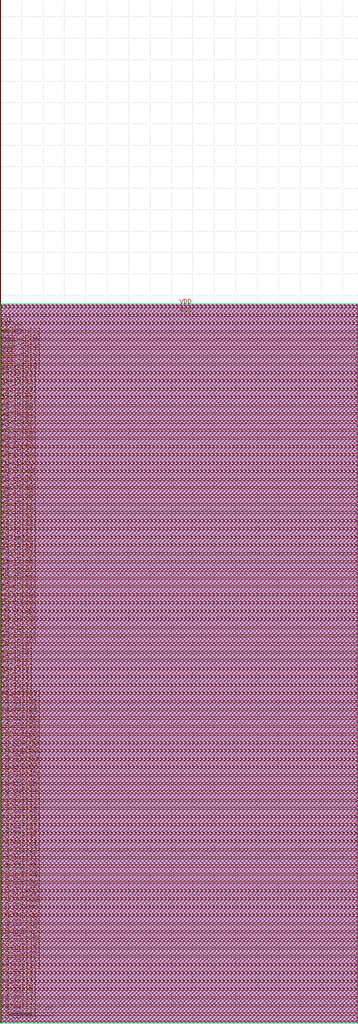
<source format=lef>
VERSION 5.8 ;

BUSBITCHARS "[]" ;
DIVIDERCHAR "/" ;
UNITS
	DATABASE MICRONS 1000 ;
END UNITS

MANUFACTURINGGRID 0.001 ;

USEMINSPACING OBS OFF ;


PROPERTYDEFINITIONS 
LAYER LEF58_CUTCLASS STRING ;
LAYER LEF58_TYPE STRING ;
LAYER LEF58_ENCLOSURE STRING ;
LAYER LEF58_SPACING STRING ;
LAYER LEF58_SPACINGTABLE STRING ;
LAYER LEF58_WIDTH STRING ;
LAYER LEF58_EOLKEEPOUT STRING ;
LAYER LEF58_WIDTHTABLE STRING ; 
LAYER LEF58_RIGHTWAYONGRIDONLY STRING ; 
LAYER LEF58_CORNERSPACING STRING ;
LAYER LEF58_PITCH STRING ;
LAYER LEF58_RECTONLY STRING ;
END PROPERTYDEFINITIONS
LAYER nwell

	TYPE MASTERSLICE ;
	PROPERTY LEF58_TYPE "TYPE NWELL ; " ;
END nwell

LAYER pwell

	TYPE MASTERSLICE ;
	PROPERTY LEF58_TYPE "TYPE PWELL ; " ;
END pwell

LAYER Gate

	TYPE MASTERSLICE ;
END Gate

LAYER Active

	TYPE MASTERSLICE ;
END Active

LAYER V0

	TYPE CUT ;
	SPACING 0.018  ;
	
	WIDTH 0.018 ;
END V0

LAYER M1

	TYPE ROUTING ;
	DIRECTION VERTICAL ;
	PITCH 0.036 ;
	WIDTH 0.018 ;
	OFFSET 0.0 ;
	AREA 0.000666 ;
	
	SPACING 0.018  ;
	SPACING 0.018 
		RANGE 0.036 1.0  ;
	
	WIREEXTENSION 0.009 ;
	MINWIDTH 0.018 ;
	PROPERTY LEF58_EOLKEEPOUT
	"EOLKEEPOUT 0.018 EXTENSION 0.0 0.0 0.031 ;
	 " ;
	PROPERTY LEF58_CORNERSPACING
	"CORNERSPACING CONVEXCORNER CORNERONLY 0.01 
	WIDTH 0.018 SPACING 0.018 ;
	 " ;
END M1

LAYER V1

	TYPE CUT ;
	SPACING 0.018  ;
	
	WIDTH 0.018 ;
END V1

LAYER M2

	TYPE ROUTING ;
	DIRECTION HORIZONTAL ;
	PROPERTY LEF58_PITCH 
	"PITCH  0.036 FIRSTLASTPITCH 0.045 ;" ;
	PITCH 0.036 ;
	WIDTH 0.018 ;
	OFFSET -0.27 ;
	PROPERTY LEF58_RECTONLY 
	"RECTONLY ;" ;
	PROPERTY LEF58_WIDTHTABLE
	"WIDTHTABLE 
    0.018 0.09 0.162 
    0.234 0.306 0.378 ;" ;

	AREA 0.000666 ;
	
	MINSIZE  0.018 0.037  ;
	
	SPACING 0.018  ;
	
	PROPERTY LEF58_SPACING
	"SPACING 0.018 
		ENDOFLINE 0.025 WITHIN 0.02 
			ENDTOEND 0.031 
			PARALLELEDGE 0.025 WITHIN 0.02 ;
	 " ;
	WIREEXTENSION 0.009 ;
	MINWIDTH 0.018 ;
	PROPERTY LEF58_EOLKEEPOUT
	"EOLKEEPOUT 0.025 EXTENSION 0.0 0.013 0.031 CORNERONLY ;
	 " ;
	PROPERTY LEF58_RIGHTWAYONGRIDONLY " RIGHTWAYONGRIDONLY ; " ;
	PROPERTY LEF58_CORNERSPACING
	"CORNERSPACING CONVEXCORNER
	WIDTH 0.0 SPACING 0.02 ;
	 " ;
END M2

LAYER V2

	TYPE CUT ;
	SPACING 0.018  ;
	
	WIDTH 0.018 ;
END V2

LAYER M3

	TYPE ROUTING ;
	DIRECTION VERTICAL ;
	PITCH 0.036 ;
	WIDTH 0.018 ;
	OFFSET 0.0 ;
	PROPERTY LEF58_RECTONLY 
	"RECTONLY ;" ;
	PROPERTY LEF58_WIDTHTABLE
	"WIDTHTABLE 
    0.018 0.09 0.162 
    0.234 0.306 0.378 ;" ;

	AREA 0.000666 ;
	
	MINSIZE  0.018 0.037  ;
	
	SPACING 0.018  ;
	
	PROPERTY LEF58_SPACING
	"SPACING 0.018 
		ENDOFLINE 0.025 WITHIN 0.013 
			ENDTOEND 0.031 
			PARALLELEDGE 0.025 WITHIN 0.02 ;
	 " ;
	WIREEXTENSION 0.009 ;
	MINWIDTH 0.018 ;
	PROPERTY LEF58_EOLKEEPOUT
	"EOLKEEPOUT 0.025 EXTENSION 0.0 0.013 0.031 CORNERONLY ;
	 " ;
	PROPERTY LEF58_RIGHTWAYONGRIDONLY " RIGHTWAYONGRIDONLY ; " ;
	PROPERTY LEF58_CORNERSPACING
	"CORNERSPACING CONVEXCORNER
	WIDTH 0.0 SPACING 0.02 ;
	 " ;
END M3

LAYER V3

	TYPE CUT ;
	PROPERTY LEF58_CUTCLASS
	"CUTCLASS V3_0p864 WIDTH 0.018 LENGTH 0.216 CUTS 8 ;
	CUTCLASS V3_0p480 WIDTH 0.018 LENGTH 0.12 CUTS 4 ;
	CUTCLASS V3 WIDTH 0.018 LENGTH 0.024 ;
	" ;
	PROPERTY LEF58_SPACINGTABLE 
	"SPACINGTABLE		CUTCLASS	      V3	 	V3_0p480	 	V3_0p864	 
	      V3	 	0.034 0.034	0.034 0.034	0.034 0.034
	V3_0p480	 	0.034 0.034	0.034 0.034	0.034 0.034
	V3_0p864	 	0.034 0.034	0.034 0.034	0.034 0.034
 ;
 " ;
	PROPERTY LEF58_ENCLOSURE
	"ENCLOSURE  CUTCLASS V3_0p864  END 0.0 SIDE 0.0  ;
	ENCLOSURE  CUTCLASS V3_0p480  END 0.0 SIDE 0.0  ;
	ENCLOSURE  CUTCLASS V3  ABOVE  EOL 0.024 0.011 0.0 ;
	ENCLOSURE  CUTCLASS V3  BELOW  0.0 0.005  ;
	 " ;
END V3

LAYER M4

	TYPE ROUTING ;
	DIRECTION HORIZONTAL ;
	PITCH 0.048 ;
	WIDTH 0.024 ;
	OFFSET 0.003 ;
	PROPERTY LEF58_RECTONLY 
	"RECTONLY ;" ;
	PROPERTY LEF58_WIDTHTABLE
	"WIDTHTABLE 
    0.024 0.12 0.216 
    0.312 0.408 ;" ;

	AREA 0.002 ;
	
	SPACING 0.024  ;
	
	PROPERTY LEF58_SPACING
	"SPACING 0.024 
		ENDOFLINE 0.025 WITHIN 0.04 
			ENDTOEND 0.04  ;
	 " ;
	SPACINGTABLE  PARALLELRUNLENGTH
		     		 0.0 
		WIDTH 0.0	           		  0.024 
		WIDTH 0.025	           		  0.072 ;

	WIREEXTENSION 0.012 ;
	MINWIDTH 0.024 ;
	PROPERTY LEF58_EOLKEEPOUT
	"EOLKEEPOUT 0.025 EXTENSION 0.048 0.024 0.048 CORNERONLY ;
	 " ;
	PROPERTY LEF58_RIGHTWAYONGRIDONLY " RIGHTWAYONGRIDONLY ; " ;
	PROPERTY LEF58_CORNERSPACING
	"CORNERSPACING CONVEXCORNER CORNERONLY 0.048 
	WIDTH 0.0 SPACING 0.04 ;
	 " ;
END M4

LAYER V4

	TYPE CUT ;
	PROPERTY LEF58_CUTCLASS
	"CUTCLASS Vx_1p632 WIDTH 0.024 LENGTH 0.408 CUTS 16 ;
	CUTCLASS Vx_1p248 WIDTH 0.024 LENGTH 0.312 CUTS 12 ;
	CUTCLASS Vx_0p864 WIDTH 0.024 LENGTH 0.216 CUTS 8 ;
	CUTCLASS Vx_0p480 WIDTH 0.024 LENGTH 0.12 CUTS 4 ;
	CUTCLASS Vx WIDTH 0.024 ;
	" ;
	PROPERTY LEF58_SPACINGTABLE 
	"SPACINGTABLE		CUTCLASS	      Vx	 	Vx_0p480	 	Vx_0p864	 	Vx_1p248	 	Vx_1p632	 
	      Vx	 	0.034 0.034	0.034 0.034	0.034 0.034	0.034 0.034	0.034 0.034
	Vx_0p480	 	0.034 0.034	0.034 0.034	0.034 0.034	0.034 0.034	0.034 0.034
	Vx_0p864	 	0.034 0.034	0.034 0.034	0.034 0.034	0.034 0.034	0.034 0.034
	Vx_1p248	 	0.034 0.034	0.034 0.034	0.034 0.034	0.034 0.034	0.034 0.034
	Vx_1p632	 	0.034 0.034	0.034 0.034	0.034 0.034	0.034 0.034	0.034 0.034
 ;
 " ;
	PROPERTY LEF58_ENCLOSURE
	"ENCLOSURE  CUTCLASS Vx_1p632  END 0.0 SIDE 0.0  ;
	ENCLOSURE  CUTCLASS Vx_1p248  END 0.0 SIDE 0.0  ;
	ENCLOSURE  CUTCLASS Vx_0p864  END 0.0 SIDE 0.0  ;
	ENCLOSURE  CUTCLASS Vx_0p480  END 0.0 SIDE 0.0  ;
	ENCLOSURE  CUTCLASS Vx  0.011 0.011  ;
	ENCLOSURE  CUTCLASS Vx  0.0 0.011  ;
	 " ;
END V4

LAYER M5

	TYPE ROUTING ;
	DIRECTION VERTICAL ;
	PITCH 0.048 ;
	WIDTH 0.024 ;
	OFFSET 0.0 ;
	PROPERTY LEF58_RECTONLY 
	"RECTONLY ;" ;
	PROPERTY LEF58_WIDTHTABLE
	"WIDTHTABLE 
    0.024 0.12 0.216 
    0.312 0.408 0.504 
    0.6 0.696 0.792 
    0.888 0.984 ;" ;

	AREA 0.002 ;
	
	SPACING 0.024  ;
	
	PROPERTY LEF58_SPACING
	"SPACING 0.024 
		ENDOFLINE 0.025 WITHIN 0.04 
			ENDTOEND 0.04  ;
	 " ;
	SPACINGTABLE  PARALLELRUNLENGTH
		     		 0.0 
		WIDTH 0.0	           		  0.024 
		WIDTH 0.025	           		  0.072 ;

	WIREEXTENSION 0.012 ;
	MINWIDTH 0.024 ;
	PROPERTY LEF58_EOLKEEPOUT
	"EOLKEEPOUT 0.025 EXTENSION 0.048 0.024 0.048 CORNERONLY ;
	 " ;
	PROPERTY LEF58_RIGHTWAYONGRIDONLY " RIGHTWAYONGRIDONLY ; " ;
	PROPERTY LEF58_CORNERSPACING
	"CORNERSPACING CONVEXCORNER CORNERONLY 0.048 
	WIDTH 0.0 SPACING 0.04 ;
	 " ;
	MINIMUMDENSITY 15.0 ;
	MAXIMUMDENSITY 90.0 ;
	DENSITYCHECKWINDOW 20.0 20.0 ;
	DENSITYCHECKSTEP 10.0 ;
END M5

LAYER V5

	TYPE CUT ;
	PROPERTY LEF58_CUTCLASS
	"CUTCLASS Vx_1p632 WIDTH 0.024 LENGTH 0.544 CUTS 16 ;
	CUTCLASS Vx_1p248 WIDTH 0.024 LENGTH 0.416 CUTS 12 ;
	CUTCLASS Vx_0p864 WIDTH 0.024 LENGTH 0.288 CUTS 8 ;
	CUTCLASS Vx_0p480 WIDTH 0.024 LENGTH 0.16 CUTS 4 ;
	CUTCLASS Vx WIDTH 0.024 LENGTH 0.032 ;
	" ;
	PROPERTY LEF58_SPACINGTABLE 
	"SPACINGTABLE		CUTCLASS	      Vx	 	Vx_0p480	 	Vx_0p864	 	Vx_1p248	 	Vx_1p632	 
	      Vx	 	0.034 0.034	0.034 0.034	0.034 0.034	0.034 0.034	0.034 0.034
	Vx_0p480	 	0.034 0.034	0.034 0.034	0.034 0.034	0.034 0.034	0.034 0.034
	Vx_0p864	 	0.034 0.034	0.034 0.034	0.034 0.034	0.034 0.034	0.034 0.034
	Vx_1p248	 	0.034 0.034	0.034 0.034	0.034 0.034	0.034 0.034	0.034 0.034
	Vx_1p632	 	0.034 0.034	0.034 0.034	0.034 0.034	0.034 0.034	0.034 0.034
 ;
 " ;
	PROPERTY LEF58_ENCLOSURE
	"ENCLOSURE  CUTCLASS Vx_1p632  END 0.0 SIDE 0.0  ;
	ENCLOSURE  CUTCLASS Vx_1p248  END 0.0 SIDE 0.0  ;
	ENCLOSURE  CUTCLASS Vx_0p864  END 0.0 SIDE 0.0  ;
	ENCLOSURE  CUTCLASS Vx_0p480  END 0.0 SIDE 0.0  ;
	ENCLOSURE  CUTCLASS Vx  EOL 0.024 0.011 0.011 ;
	 " ;
END V5

LAYER M6

	TYPE ROUTING ;
	DIRECTION HORIZONTAL ;
	PITCH 0.064 ;
	WIDTH 0.032 ;
	PROPERTY LEF58_RECTONLY 
	"RECTONLY ;" ;
	PROPERTY LEF58_WIDTHTABLE
	"WIDTHTABLE 
    0.032 0.16 0.288 
    0.416 0.544 ;" ;

	AREA 0.0021875 ;
	
	SPACING 0.032  ;
	
	PROPERTY LEF58_SPACING
	"SPACING 0.032 
		ENDOFLINE 0.038 WITHIN 0.04 
			ENDTOEND 0.04  ;
	 " ;
	SPACINGTABLE  PARALLELRUNLENGTH
		     		 0.0 
		WIDTH 0.0	           		  0.032 
		WIDTH 0.033	           		  0.072 ;

	WIREEXTENSION 0.016 ;
	MINWIDTH 0.032 ;
	PROPERTY LEF58_EOLKEEPOUT
	"EOLKEEPOUT 0.05 EXTENSION 0.048 0.032 0.048 CORNERONLY ;
	 " ;
	PROPERTY LEF58_RIGHTWAYONGRIDONLY " RIGHTWAYONGRIDONLY ; " ;
	PROPERTY LEF58_CORNERSPACING
	"CORNERSPACING CONVEXCORNER CORNERONLY 0.048 
	WIDTH 0.0 SPACING 0.04 ;
	 " ;
END M6

LAYER V6

	TYPE CUT ;
	PROPERTY LEF58_CUTCLASS
	"CUTCLASS Vx_2p176 WIDTH 0.032 LENGTH 0.544 CUTS 16 ;
	CUTCLASS Vx_1p664 WIDTH 0.032 LENGTH 0.416 CUTS 12 ;
	CUTCLASS Vx_1p152 WIDTH 0.032 LENGTH 0.288 CUTS 8 ;
	CUTCLASS Vx_0p640 WIDTH 0.032 LENGTH 0.16 CUTS 4 ;
	CUTCLASS Vx WIDTH 0.032 ;
	" ;
	PROPERTY LEF58_SPACINGTABLE 
	"SPACINGTABLE		CUTCLASS	      Vx	 	Vx_0p640	 	Vx_1p152	 	Vx_1p664	 	Vx_2p176	 
	      Vx	 	0.034 0.034	0.034 0.034	0.034 0.034	0.034 0.034	0.034 0.034
	Vx_0p640	 	0.034 0.034	0.034 0.034	0.034 0.034	0.034 0.034	0.034 0.034
	Vx_1p152	 	0.034 0.034	0.034 0.034	0.034 0.034	0.034 0.034	0.034 0.034
	Vx_1p664	 	0.034 0.034	0.034 0.034	0.034 0.034	0.034 0.034	0.034 0.034
	Vx_2p176	 	0.034 0.034	0.034 0.034	0.034 0.034	0.034 0.034	0.034 0.034
 ;
 " ;
	PROPERTY LEF58_ENCLOSURE
	"ENCLOSURE  CUTCLASS Vx_2p176  END 0.0 SIDE 0.0  ;
	ENCLOSURE  CUTCLASS Vx_1p664  END 0.0 SIDE 0.0  ;
	ENCLOSURE  CUTCLASS Vx_1p152  END 0.0 SIDE 0.0  ;
	ENCLOSURE  CUTCLASS Vx_0p640  END 0.0 SIDE 0.0  ;
	ENCLOSURE  CUTCLASS Vx  0.011 0.011  ;
	ENCLOSURE  CUTCLASS Vx  0.0 0.011  ;
	 " ;
END V6

LAYER M7

	TYPE ROUTING ;
	DIRECTION VERTICAL ;
	PITCH 0.064 ;
	WIDTH 0.032 ;
	PROPERTY LEF58_RECTONLY 
	"RECTONLY ;" ;
	PROPERTY LEF58_WIDTHTABLE
	"WIDTHTABLE 
    0.032 0.16 0.288 
    0.416 0.544 ;" ;

	AREA 0.0021875 ;
	
	SPACING 0.032  ;
	
	PROPERTY LEF58_SPACING
	"SPACING 0.03 
		ENDOFLINE 0.038 WITHIN 0.04 
			ENDTOEND 0.04  ;
	 " ;
	SPACINGTABLE  PARALLELRUNLENGTH
		     		 0.0 
		WIDTH 0.0	           		  0.032 
		WIDTH 0.033	           		  0.072 ;

	WIREEXTENSION 0.016 ;
	MINWIDTH 0.032 ;
	PROPERTY LEF58_EOLKEEPOUT
	"EOLKEEPOUT 0.05 EXTENSION 0.048 0.032 0.048 CORNERONLY ;
	 " ;
	PROPERTY LEF58_RIGHTWAYONGRIDONLY " RIGHTWAYONGRIDONLY ; " ;
	PROPERTY LEF58_CORNERSPACING
	"CORNERSPACING CONVEXCORNER CORNERONLY 0.075 
	WIDTH 0.0 SPACING 0.04 ;
	 " ;
END M7

LAYER V7

	TYPE CUT ;
	SPACING 0.046  ;
	
	WIDTH 0.032 ;
END V7

LAYER M8

	TYPE ROUTING ;
	DIRECTION HORIZONTAL ;
	PITCH 0.08 ;
	WIDTH 0.04 ;
	AREA 0.00752 ;
	
	SPACINGTABLE  PARALLELRUNLENGTH
		     		 0.0 0.4 1.2 1.8 
		WIDTH 0.0	           		  0.04 0.04 0.04 0.04 
		WIDTH 0.06	           		  0.04 0.04 0.04 0.04 
		WIDTH 0.08	           		  0.04 0.04 0.04 0.04 
		WIDTH 0.12	           		  0.04 0.04 0.04 0.04 
		WIDTH 0.5	           		  0.04 0.04 0.04 0.5 
		WIDTH 1.0	           		  0.04 0.04 0.04 1.0 ;

	WIREEXTENSION 0.02 ;
	MINIMUMCUT 2 WIDTH 1.805 WITHIN 1.705  FROMBELOW  ;
	MINIMUMCUT 2 WIDTH 1.805 WITHIN 1.705  FROMABOVE  ;
	
	MAXWIDTH 2.0 ;
	MINWIDTH 0.04 ;
	MINSTEP 0.04 STEP  ;
	
END M8

LAYER V8

	TYPE CUT ;
	SPACING 0.057  ;
	
	WIDTH 0.04 ;
END V8

LAYER M9

	TYPE ROUTING ;
	DIRECTION VERTICAL ;
	PITCH 0.08 ;
	WIDTH 0.04 ;
	AREA 0.00752 ;
	
	SPACINGTABLE  PARALLELRUNLENGTH
		     		 0.0 0.4 1.2 1.8 
		WIDTH 0.0	           		  0.04 0.04 0.04 0.04 
		WIDTH 0.06	           		  0.04 0.04 0.04 0.04 
		WIDTH 0.08	           		  0.04 0.04 0.04 0.04 
		WIDTH 0.12	           		  0.04 0.04 0.04 0.04 
		WIDTH 0.5	           		  0.04 0.04 0.04 0.5 
		WIDTH 1.0	           		  0.04 0.04 0.04 1.0 ;

	WIREEXTENSION 0.02 ;
	MINIMUMCUT 2 WIDTH 1.805 WITHIN 1.705  FROMABOVE  ;
	
	MINWIDTH 0.04 ;
	MINSTEP 0.04 STEP  ;
	
END M9

LAYER V9

	TYPE CUT ;
	SPACING 0.057  ;
	
	WIDTH 0.04 ;
END V9

LAYER Pad

	TYPE ROUTING ;
	DIRECTION HORIZONTAL ;
	PITCH 0.08 ;
	WIDTH 0.04 ;
	SPACINGTABLE  PARALLELRUNLENGTH
		     		 0.0 12.0 
		WIDTH 0.0	           		  2.0 2.0 
		WIDTH 12.0	           		  2.0 3.0 ;

	WIREEXTENSION 0.02 ;
	MINIMUMCUT 1 WIDTH 0.04 WITHIN 1.705  FROMBELOW  ;
	MINIMUMCUT 1 WIDTH 0.36 WITHIN 1.705  FROMBELOW  ;
	MINIMUMCUT 2 WIDTH 1.805 WITHIN 1.705  FROMBELOW  ;
	
	MINWIDTH 0.04 ;
	MINIMUMDENSITY 20.0 ;
	MAXIMUMDENSITY 80.0 ;
	DENSITYCHECKWINDOW 100.0 100.0 ;
	DENSITYCHECKSTEP 50.0 ;
END Pad

VIARULE Pad_M9 GENERATE DEFAULT 
	LAYER M9 ;
		ENCLOSURE 0.0 0.0 ;
		WIDTH 0 TO 1000 ;
	LAYER Pad ;
		ENCLOSURE 0.011 0.0 ;
		WIDTH 0 TO 1000 ;
	LAYER V9 ;
		RECT -0.016 -0.016 0.016 0.016 ;
		SPACING 0.078 BY 0.078 ;

END Pad_M9 

VIARULE M9_M8 GENERATE DEFAULT 
	LAYER M8 ;
		ENCLOSURE 0.0 0.0 ;
		WIDTH 0 TO 1000 ;
	LAYER M9 ;
		ENCLOSURE 0.0 0.02 ;
		WIDTH 0 TO 1000 ;
	LAYER V8 ;
		RECT -0.02 -0.02 0.02 0.02 ;
		SPACING 0.097 BY 0.097 ;

END M9_M8 

VIARULE M8_M7 GENERATE DEFAULT 
	LAYER M7 ;
		ENCLOSURE 0.0 0.0 ;
		WIDTH 0 TO 1000 ;
	LAYER M8 ;
		ENCLOSURE 0.011 0.0 ;
		WIDTH 0 TO 1000 ;
	LAYER V7 ;
		RECT -0.016 -0.016 0.016 0.016 ;
		SPACING 0.078 BY 0.078 ;

END M8_M7 

VIARULE M7_M6 GENERATE DEFAULT 
	LAYER M6 ;
		ENCLOSURE 0.011 0.0 ;
		WIDTH 0 TO 1000 ;
	LAYER M7 ;
		ENCLOSURE 0.0 0.011 ;
		WIDTH 0 TO 1000 ;
	LAYER V6 ;
		RECT -0.016 -0.016 0.016 0.016 ;
		SPACING 0.078 BY 0.078 ;

END M7_M6 

VIARULE M6_M5 GENERATE DEFAULT 
	LAYER M5 ;
		ENCLOSURE 0.011 0.0 ;
		WIDTH 0.024 TO 0.024 ;
	LAYER M6 ;
		ENCLOSURE 0.011 0.0 ;
		WIDTH 0.032 TO 0.032 ;
	LAYER V5 ;
		RECT -0.012 -0.016 0.012 0.016 ;
		SPACING 0.058 BY 0.308 ;

END M6_M5 

VIARULE M3_M2widePWR0p936 GENERATE 
	LAYER M2 ;
		ENCLOSURE 0.0 0.0 ;
		WIDTH 0 TO 1000 ;
	LAYER M3 ;
		ENCLOSURE 0.0 0.0 ;
		WIDTH 0.234 TO 0.234 ;
	LAYER V2 ;
		RECT -0.117 -0.009 0.117 0.009 ;
		SPACING 0.277 BY 0.036 ;

END M3_M2widePWR0p936 

VIARULE M4_M3widePWR0p864 GENERATE 
	LAYER M3 ;
		ENCLOSURE 0.0 0.0 ;
		WIDTH 0.234 TO 0.234 ;
	LAYER M4 ;
		ENCLOSURE 0.0 0.0 ;
		WIDTH 0.216 TO 0.217 ;
	LAYER V3 ;
		RECT -0.009 -0.108 0.009 0.108 ;
		SPACING 0.036 BY 0.277 ;

END M4_M3widePWR0p864 

VIARULE M5_M4widePWR0p864 GENERATE 
	LAYER M4 ;
		ENCLOSURE 0.0 0.0 ;
		WIDTH 0 TO 1000 ;
	LAYER M5 ;
		ENCLOSURE 0.0 0.0 ;
		WIDTH 0.216 TO 0.216 ;
	LAYER V4 ;
		RECT -0.108 -0.012 0.108 0.012 ;
		SPACING 0.532 BY 0.096 ;

END M5_M4widePWR0p864 

VIARULE M6_M5widePWR1p152 GENERATE 
	LAYER M5 ;
		ENCLOSURE 0.0 0.0 ;
		WIDTH 0 TO 1000 ;
	LAYER M6 ;
		ENCLOSURE 0.0 0.0 ;
		WIDTH 0.288 TO 0.288 ;
	LAYER V5 ;
		RECT -0.012 -0.144 0.012 0.144 ;
		SPACING 0.096 BY 0.382 ;

END M6_M5widePWR1p152 

VIARULE M7_M6widePWR1p152 GENERATE 
	LAYER M6 ;
		ENCLOSURE 0.0 0.0 ;
		WIDTH 0 TO 1000 ;
	LAYER M7 ;
		ENCLOSURE 0.0 0.0 ;
		WIDTH 0.288 TO 0.288 ;
	LAYER V6 ;
		RECT -0.144 -0.016 0.144 0.016 ;
		SPACING 0.532 BY 0.096 ;

END M7_M6widePWR1p152 

VIARULE M2_M1 GENERATE DEFAULT 
	LAYER M1 ;
		ENCLOSURE 0.0 0.0 ;
		WIDTH 0 TO 1000 ;
	LAYER M2 ;
		ENCLOSURE 0.002 0.0 ;
		WIDTH 0 TO 1000 ;
	LAYER V1 ;
		RECT -0.009 -0.009 0.009 0.009 ;
		SPACING 0.036 BY 0.036 ;

END M2_M1 

VIA VIA12 DEFAULT 
	LAYER M1 ;
		RECT -0.009 -0.011 0.009 0.011 ;
	LAYER V1 ;
		RECT -0.009 -0.009 0.009 0.009 ;
	LAYER M2 ;
		RECT -0.014 -0.009 0.014 0.009 ;

END VIA12 

VIA VIA23 DEFAULT 
	LAYER M2 ;
		RECT -0.014 -0.009 0.014 0.009 ;
	LAYER V2 ;
		RECT -0.009 -0.009 0.009 0.009 ;
	LAYER M3 ;
		RECT -0.009 -0.014 0.009 0.014 ;

END VIA23 

VIA VIA34 DEFAULT 
	LAYER M3 ;
		RECT -0.009 -0.017 0.009 0.017 ;
	LAYER V3 ;
		RECT -0.009 -0.012 0.009 0.012 ;
	LAYER M4 ;
		RECT -0.02 -0.012 0.02 0.012 ;

END VIA34 

VIA VIA45 DEFAULT 
	LAYER M4 ;
		RECT -0.023 -0.012 0.023 0.012 ;
	LAYER V4 ;
		RECT -0.012 -0.012 0.012 0.012 ;
	LAYER M5 ;
		RECT -0.012 -0.023 0.012 0.023 ;

END VIA45 

VIA VIA56 DEFAULT 
	LAYER M5 ;
		RECT -0.012 -0.027 0.012 0.027 ;
	LAYER V5 ;
		RECT -0.012 -0.016 0.012 0.016 ;
	LAYER M6 ;
		RECT -0.023 -0.016 0.023 0.016 ;

END VIA56 

VIA VIA67 DEFAULT 
	LAYER M6 ;
		RECT -0.027 -0.016 0.027 0.016 ;
	LAYER V6 ;
		RECT -0.016 -0.016 0.016 0.016 ;
	LAYER M7 ;
		RECT -0.016 -0.027 0.016 0.027 ;

END VIA67 

VIA VIA78 DEFAULT 
	LAYER M7 ;
		RECT -0.016 -0.027 0.016 0.027 ;
	LAYER V7 ;
		RECT -0.016 -0.016 0.016 0.016 ;
	LAYER M8 ;
		RECT -0.027 -0.02 0.027 0.02 ;

END VIA78 

VIA VIA89 DEFAULT 
	LAYER M8 ;
		RECT -0.02 -0.02 0.02 0.02 ;
	LAYER V8 ;
		RECT -0.02 -0.02 0.02 0.02 ;
	LAYER M9 ;
		RECT -0.02 -0.02 0.02 0.02 ;

END VIA89 

VIA VIA9Pad DEFAULT 
	LAYER M9 ;
		RECT -0.05 -0.05 0.05 0.05 ;
	LAYER V9 ;
		RECT -0.05 -0.05 0.05 0.05 ;
	LAYER Pad ;
		RECT -0.05 -0.05 0.05 0.05 ;

END VIA9Pad 

SITE asap7sc7p5t 
	CLASS CORE ;
	SYMMETRY Y ;
	SIZE 0.054 BY 0.27 ;
END asap7sc7p5t 

MACRO A2O1A1Ixp33_ASAP7_75t_R
	CLASS CORE ;
	FOREIGN A2O1A1Ixp33_ASAP7_75t_R 0.0 0.0  ;
	ORIGIN 0.0 0.0 ;
	SIZE 0.324 BY 0.27 ;
	SYMMETRY X Y ;
	SITE asap7sc7p5t ;
	PIN Y
		DIRECTION OUTPUT ;
		USE SIGNAL ;
		PORT 
			LAYER M1 ;
			RECT 0.214 0.215 0.306 0.233 ;
			RECT 0.288 0.037 0.306 0.233 ;
			RECT 0.262 0.037 0.306 0.055 ;

		END 

	END Y
	PIN A1
		DIRECTION INPUT ;
		USE SIGNAL ;
		PORT 
			LAYER M1 ;
			RECT 0.072 0.07 0.09 0.2 ;

		END 

	END A1
	PIN A2
		DIRECTION INPUT ;
		USE SIGNAL ;
		PORT 
			LAYER M1 ;
			RECT 0.126 0.07 0.144 0.2 ;

		END 

	END A2
	PIN B
		DIRECTION INPUT ;
		USE SIGNAL ;
		PORT 
			LAYER M1 ;
			RECT 0.18 0.07 0.198 0.2 ;

		END 

	END B
	PIN C
		DIRECTION INPUT ;
		USE SIGNAL ;
		PORT 
			LAYER M1 ;
			RECT 0.234 0.081 0.252 0.19 ;

		END 

	END C
	PIN VSS
		DIRECTION INOUT ;
		USE GROUND ;
		SHAPE ABUTMENT ;
		PORT 
			LAYER M1 ;
			RECT 0.0 -0.009 0.324 0.009 ;

		END 

	END VSS
	PIN VDD
		DIRECTION INOUT ;
		USE POWER ;
		SHAPE ABUTMENT ;
		PORT 
			LAYER M1 ;
			RECT 0.0 0.261 0.324 0.279 ;

		END 

	END VDD
	OBS
			LAYER M1 ;
			RECT 0.04 0.027 0.23 0.045 ;
			RECT 0.04 0.225 0.176 0.243 ;

	END

END A2O1A1Ixp33_ASAP7_75t_R

MACRO A2O1A1O1Ixp25_ASAP7_75t_R
	CLASS CORE ;
	FOREIGN A2O1A1O1Ixp25_ASAP7_75t_R 0.0 0.0  ;
	ORIGIN 0.0 0.0 ;
	SIZE 0.486 BY 0.27 ;
	SYMMETRY X Y ;
	SITE asap7sc7p5t ;
	PIN Y
		DIRECTION OUTPUT ;
		USE SIGNAL ;
		PORT 
			LAYER M1 ;
			RECT 0.423 0.225 0.468 0.243 ;
			RECT 0.45 0.027 0.468 0.243 ;
			RECT 0.261 0.027 0.468 0.045 ;

		END 

	END Y
	PIN A1
		DIRECTION INPUT ;
		USE SIGNAL ;
		PORT 
			LAYER M1 ;
			RECT 0.126 0.07 0.144 0.2 ;

		END 

	END A1
	PIN A2
		DIRECTION INPUT ;
		USE SIGNAL ;
		PORT 
			LAYER M1 ;
			RECT 0.072 0.07 0.09 0.2 ;

		END 

	END A2
	PIN B
		DIRECTION INPUT ;
		USE SIGNAL ;
		PORT 
			LAYER M1 ;
			RECT 0.18 0.07 0.198 0.2 ;

		END 

	END B
	PIN C
		DIRECTION INPUT ;
		USE SIGNAL ;
		PORT 
			LAYER M1 ;
			RECT 0.234 0.07 0.252 0.2 ;

		END 

	END C
	PIN D
		DIRECTION INPUT ;
		USE SIGNAL ;
		PORT 
			LAYER M1 ;
			RECT 0.342 0.127 0.414 0.145 ;
			RECT 0.342 0.07 0.36 0.2 ;

		END 

	END D
	PIN VSS
		DIRECTION INOUT ;
		USE GROUND ;
		SHAPE ABUTMENT ;
		PORT 
			LAYER M1 ;
			RECT 0.0 -0.009 0.486 0.009 ;

		END 

	END VSS
	PIN VDD
		DIRECTION INOUT ;
		USE POWER ;
		SHAPE ABUTMENT ;
		PORT 
			LAYER M1 ;
			RECT 0.0 0.261 0.486 0.279 ;

		END 

	END VDD
	OBS
			LAYER M1 ;
			RECT 0.207 0.225 0.387 0.243 ;
			RECT 0.04 0.027 0.225 0.045 ;
			RECT 0.04 0.225 0.171 0.243 ;

	END

END A2O1A1O1Ixp25_ASAP7_75t_R

MACRO AND2x2_ASAP7_75t_R
	CLASS CORE ;
	FOREIGN AND2x2_ASAP7_75t_R 0.0 0.0  ;
	ORIGIN 0.0 0.0 ;
	SIZE 0.324 BY 0.27 ;
	SYMMETRY X Y ;
	SITE asap7sc7p5t ;
	PIN Y
		DIRECTION OUTPUT ;
		USE SIGNAL ;
		PORT 
			LAYER M1 ;
			RECT 0.207 0.225 0.306 0.243 ;
			RECT 0.288 0.027 0.306 0.243 ;
			RECT 0.207 0.027 0.306 0.045 ;
			RECT 0.207 0.184 0.225 0.243 ;
			RECT 0.207 0.027 0.225 0.086 ;

		END 

	END Y
	PIN A
		DIRECTION INPUT ;
		USE SIGNAL ;
		PORT 
			LAYER M1 ;
			RECT 0.126 0.07 0.144 0.2 ;

		END 

	END A
	PIN B
		DIRECTION INPUT ;
		USE SIGNAL ;
		PORT 
			LAYER M1 ;
			RECT 0.018 0.126 0.084 0.144 ;
			RECT 0.018 0.034 0.036 0.236 ;

		END 

	END B
	PIN VSS
		DIRECTION INPUT ;
		USE GROUND ;
		SHAPE ABUTMENT ;
		PORT 
			LAYER M1 ;
			RECT 0.0 -0.009 0.324 0.009 ;

		END 

	END VSS
	PIN VDD
		DIRECTION INPUT ;
		USE POWER ;
		SHAPE ABUTMENT ;
		PORT 
			LAYER M1 ;
			RECT 0.0 0.261 0.324 0.279 ;

		END 

	END VDD
	OBS
			LAYER M1 ;
			RECT 0.094 0.225 0.18 0.243 ;
			RECT 0.162 0.027 0.18 0.243 ;
			RECT 0.162 0.126 0.203 0.144 ;
			RECT 0.07 0.027 0.088 0.086 ;
			RECT 0.07 0.027 0.18 0.045 ;

	END

END AND2x2_ASAP7_75t_R

MACRO AND2x4_ASAP7_75t_R
	CLASS CORE ;
	FOREIGN AND2x4_ASAP7_75t_R 0.0 0.0  ;
	ORIGIN 0.0 0.0 ;
	SIZE 0.54 BY 0.27 ;
	SYMMETRY X Y ;
	SITE asap7sc7p5t ;
	PIN Y
		DIRECTION OUTPUT ;
		USE SIGNAL ;
		PORT 
			LAYER M1 ;
			RECT 0.31 0.225 0.468 0.243 ;
			RECT 0.45 0.027 0.468 0.243 ;
			RECT 0.31 0.027 0.468 0.045 ;

		END 

	END Y
	PIN A
		DIRECTION INPUT ;
		USE SIGNAL ;
		PORT 
			LAYER M1 ;
			RECT 0.234 0.028 0.252 0.15 ;
			RECT 0.072 0.028 0.252 0.046 ;
			RECT 0.072 0.028 0.09 0.2 ;

		END 

	END A
	PIN B
		DIRECTION INPUT ;
		USE SIGNAL ;
		PORT 
			LAYER M1 ;
			RECT 0.126 0.107 0.144 0.2 ;

		END 

	END B
	PIN VSS
		DIRECTION INPUT ;
		USE GROUND ;
		SHAPE ABUTMENT ;
		PORT 
			LAYER M1 ;
			RECT 0.0 -0.009 0.54 0.009 ;

		END 

	END VSS
	PIN VDD
		DIRECTION INPUT ;
		USE POWER ;
		SHAPE ABUTMENT ;
		PORT 
			LAYER M1 ;
			RECT 0.0 0.261 0.54 0.279 ;

		END 

	END VDD
	OBS
			LAYER M1 ;
			RECT 0.094 0.225 0.231 0.243 ;
			RECT 0.18 0.064 0.198 0.243 ;
			RECT 0.179 0.182 0.306 0.2 ;
			RECT 0.288 0.121 0.306 0.2 ;
			RECT 0.115 0.064 0.198 0.082 ;

	END

END AND2x4_ASAP7_75t_R

MACRO AND2x6_ASAP7_75t_R
	CLASS CORE ;
	FOREIGN AND2x6_ASAP7_75t_R 0.0 0.0  ;
	ORIGIN 0.0 0.0 ;
	SIZE 0.648 BY 0.27 ;
	SYMMETRY X Y ;
	SITE asap7sc7p5t ;
	PIN Y
		DIRECTION OUTPUT ;
		USE SIGNAL ;
		PORT 
			LAYER M1 ;
			RECT 0.31 0.225 0.554 0.243 ;
			RECT 0.31 0.027 0.554 0.045 ;
			RECT 0.45 0.027 0.468 0.243 ;

		END 

	END Y
	PIN A
		DIRECTION INPUT ;
		USE SIGNAL ;
		PORT 
			LAYER M1 ;
			RECT 0.234 0.028 0.252 0.15 ;
			RECT 0.072 0.028 0.252 0.046 ;
			RECT 0.072 0.028 0.09 0.2 ;

		END 

	END A
	PIN B
		DIRECTION INPUT ;
		USE SIGNAL ;
		PORT 
			LAYER M1 ;
			RECT 0.126 0.107 0.144 0.2 ;

		END 

	END B
	PIN VSS
		DIRECTION INPUT ;
		USE GROUND ;
		SHAPE ABUTMENT ;
		PORT 
			LAYER M1 ;
			RECT 0.0 -0.009 0.648 0.009 ;

		END 

	END VSS
	PIN VDD
		DIRECTION INPUT ;
		USE POWER ;
		SHAPE ABUTMENT ;
		PORT 
			LAYER M1 ;
			RECT 0.0 0.261 0.648 0.279 ;

		END 

	END VDD
	OBS
			LAYER M1 ;
			RECT 0.094 0.225 0.231 0.243 ;
			RECT 0.18 0.064 0.198 0.243 ;
			RECT 0.179 0.182 0.306 0.2 ;
			RECT 0.288 0.121 0.306 0.2 ;
			RECT 0.115 0.064 0.198 0.082 ;

	END

END AND2x6_ASAP7_75t_R

MACRO AND3x1_ASAP7_75t_R
	CLASS CORE ;
	FOREIGN AND3x1_ASAP7_75t_R 0.0 0.0  ;
	ORIGIN 0.0 0.0 ;
	SIZE 0.324 BY 0.27 ;
	SYMMETRY X Y ;
	SITE asap7sc7p5t ;
	PIN Y
		DIRECTION OUTPUT ;
		USE SIGNAL ;
		PORT 
			LAYER M1 ;
			RECT 0.261 0.183 0.306 0.201 ;
			RECT 0.288 0.076 0.306 0.201 ;
			RECT 0.261 0.076 0.306 0.094 ;
			RECT 0.261 0.183 0.279 0.235 ;
			RECT 0.261 0.034 0.279 0.094 ;

		END 

	END Y
	PIN A
		DIRECTION INPUT ;
		USE SIGNAL ;
		PORT 
			LAYER M1 ;
			RECT 0.072 0.07 0.09 0.2 ;

		END 

	END A
	PIN B
		DIRECTION INPUT ;
		USE SIGNAL ;
		PORT 
			LAYER M1 ;
			RECT 0.126 0.07 0.144 0.2 ;

		END 

	END B
	PIN C
		DIRECTION INPUT ;
		USE SIGNAL ;
		PORT 
			LAYER M1 ;
			RECT 0.18 0.07 0.198 0.2 ;

		END 

	END C
	PIN VSS
		DIRECTION INPUT ;
		USE GROUND ;
		SHAPE ABUTMENT ;
		PORT 
			LAYER M1 ;
			RECT 0.0 -0.009 0.324 0.009 ;

		END 

	END VSS
	PIN VDD
		DIRECTION INPUT ;
		USE POWER ;
		SHAPE ABUTMENT ;
		PORT 
			LAYER M1 ;
			RECT 0.0 0.261 0.324 0.279 ;

		END 

	END VDD
	OBS
			LAYER M1 ;
			RECT 0.04 0.225 0.234 0.243 ;
			RECT 0.216 0.027 0.234 0.243 ;
			RECT 0.216 0.126 0.263 0.144 ;
			RECT 0.04 0.027 0.234 0.045 ;

	END

END AND3x1_ASAP7_75t_R

MACRO AND3x2_ASAP7_75t_R
	CLASS CORE ;
	FOREIGN AND3x2_ASAP7_75t_R 0.0 0.0  ;
	ORIGIN 0.0 0.0 ;
	SIZE 0.378 BY 0.27 ;
	SYMMETRY X Y ;
	SITE asap7sc7p5t ;
	PIN Y
		DIRECTION OUTPUT ;
		USE SIGNAL ;
		PORT 
			LAYER M1 ;
			RECT 0.261 0.225 0.36 0.243 ;
			RECT 0.342 0.027 0.36 0.243 ;
			RECT 0.261 0.027 0.36 0.045 ;
			RECT 0.261 0.184 0.279 0.243 ;
			RECT 0.261 0.027 0.279 0.086 ;

		END 

	END Y
	PIN A
		DIRECTION INPUT ;
		USE SIGNAL ;
		PORT 
			LAYER M1 ;
			RECT 0.072 0.07 0.09 0.2 ;

		END 

	END A
	PIN B
		DIRECTION INPUT ;
		USE SIGNAL ;
		PORT 
			LAYER M1 ;
			RECT 0.126 0.07 0.144 0.2 ;

		END 

	END B
	PIN C
		DIRECTION INPUT ;
		USE SIGNAL ;
		PORT 
			LAYER M1 ;
			RECT 0.18 0.07 0.198 0.2 ;

		END 

	END C
	PIN VSS
		DIRECTION INPUT ;
		USE GROUND ;
		SHAPE ABUTMENT ;
		PORT 
			LAYER M1 ;
			RECT 0.0 -0.009 0.378 0.009 ;

		END 

	END VSS
	PIN VDD
		DIRECTION INPUT ;
		USE POWER ;
		SHAPE ABUTMENT ;
		PORT 
			LAYER M1 ;
			RECT 0.0 0.261 0.378 0.279 ;

		END 

	END VDD
	OBS
			LAYER M1 ;
			RECT 0.04 0.225 0.234 0.243 ;
			RECT 0.216 0.027 0.234 0.243 ;
			RECT 0.216 0.126 0.284 0.144 ;
			RECT 0.04 0.027 0.234 0.045 ;

	END

END AND3x2_ASAP7_75t_R

MACRO AND3x4_ASAP7_75t_R
	CLASS CORE ;
	FOREIGN AND3x4_ASAP7_75t_R 0.0 0.0  ;
	ORIGIN 0.0 0.0 ;
	SIZE 0.756 BY 0.27 ;
	SYMMETRY X Y ;
	SITE asap7sc7p5t ;
	PIN Y
		DIRECTION OUTPUT ;
		USE SIGNAL ;
		PORT 
			LAYER M1 ;
			RECT 0.018 0.225 0.23 0.243 ;
			RECT 0.018 0.027 0.23 0.045 ;
			RECT 0.018 0.027 0.036 0.243 ;

		END 

	END Y
	PIN A
		DIRECTION INPUT ;
		USE SIGNAL ;
		PORT 
			LAYER M1 ;
			RECT 0.612 0.189 0.649 0.207 ;
			RECT 0.612 0.099 0.649 0.117 ;
			RECT 0.612 0.099 0.63 0.207 ;

		END 

	END A
	PIN B
		DIRECTION INPUT ;
		USE SIGNAL ;
		PORT 
			LAYER M1 ;
			RECT 0.504 0.189 0.541 0.207 ;
			RECT 0.504 0.099 0.541 0.117 ;
			RECT 0.504 0.099 0.522 0.207 ;

		END 

	END B
	PIN C
		DIRECTION INPUT ;
		USE SIGNAL ;
		PORT 
			LAYER M1 ;
			RECT 0.342 0.07 0.36 0.2 ;

		END 

	END C
	PIN VSS
		DIRECTION INPUT ;
		USE GROUND ;
		SHAPE ABUTMENT ;
		PORT 
			LAYER M1 ;
			RECT 0.0 -0.009 0.756 0.009 ;

		END 

	END VSS
	PIN VDD
		DIRECTION INPUT ;
		USE POWER ;
		SHAPE ABUTMENT ;
		PORT 
			LAYER M1 ;
			RECT 0.0 0.261 0.756 0.279 ;

		END 

	END VDD
	OBS
			LAYER M1 ;
			RECT 0.26 0.225 0.746 0.243 ;
			RECT 0.728 0.027 0.746 0.243 ;
			RECT 0.26 0.042 0.278 0.243 ;
			RECT 0.218 0.126 0.278 0.144 ;
			RECT 0.634 0.027 0.746 0.045 ;
			RECT 0.472 0.063 0.701 0.081 ;
			RECT 0.31 0.027 0.554 0.045 ;

	END

END AND3x4_ASAP7_75t_R

MACRO AND4x1_ASAP7_75t_R
	CLASS CORE ;
	FOREIGN AND4x1_ASAP7_75t_R 0.0 0.0  ;
	ORIGIN 0.0 0.0 ;
	SIZE 0.378 BY 0.27 ;
	SYMMETRY X Y ;
	SITE asap7sc7p5t ;
	PIN Y
		DIRECTION OUTPUT ;
		USE SIGNAL ;
		PORT 
			LAYER M1 ;
			RECT 0.299 0.225 0.36 0.243 ;
			RECT 0.342 0.027 0.36 0.243 ;
			RECT 0.31 0.027 0.36 0.045 ;

		END 

	END Y
	PIN A
		DIRECTION INPUT ;
		USE SIGNAL ;
		PORT 
			LAYER M1 ;
			RECT 0.072 0.07 0.09 0.2 ;

		END 

	END A
	PIN B
		DIRECTION INPUT ;
		USE SIGNAL ;
		PORT 
			LAYER M1 ;
			RECT 0.126 0.034 0.144 0.2 ;

		END 

	END B
	PIN C
		DIRECTION INPUT ;
		USE SIGNAL ;
		PORT 
			LAYER M1 ;
			RECT 0.18 0.034 0.198 0.2 ;

		END 

	END C
	PIN D
		DIRECTION INPUT ;
		USE SIGNAL ;
		PORT 
			LAYER M1 ;
			RECT 0.234 0.034 0.252 0.164 ;

		END 

	END D
	PIN VSS
		DIRECTION INPUT ;
		USE GROUND ;
		SHAPE ABUTMENT ;
		PORT 
			LAYER M1 ;
			RECT 0.0 -0.009 0.378 0.009 ;

		END 

	END VSS
	PIN VDD
		DIRECTION INPUT ;
		USE POWER ;
		SHAPE ABUTMENT ;
		PORT 
			LAYER M1 ;
			RECT 0.0 0.261 0.378 0.279 ;

		END 

	END VDD
	OBS
			LAYER M1 ;
			RECT 0.018 0.225 0.252 0.243 ;
			RECT 0.234 0.189 0.252 0.243 ;
			RECT 0.018 0.027 0.036 0.243 ;
			RECT 0.234 0.189 0.306 0.207 ;
			RECT 0.288 0.12 0.306 0.207 ;
			RECT 0.018 0.027 0.085 0.045 ;

	END

END AND4x1_ASAP7_75t_R

MACRO AND4x2_ASAP7_75t_R
	CLASS CORE ;
	FOREIGN AND4x2_ASAP7_75t_R 0.0 0.0  ;
	ORIGIN 0.0 0.0 ;
	SIZE 0.432 BY 0.27 ;
	SYMMETRY X Y ;
	SITE asap7sc7p5t ;
	PIN Y
		DIRECTION OUTPUT ;
		USE SIGNAL ;
		PORT 
			LAYER M1 ;
			RECT 0.018 0.225 0.122 0.243 ;
			RECT 0.018 0.027 0.122 0.045 ;
			RECT 0.018 0.027 0.036 0.243 ;

		END 

	END Y
	PIN A
		DIRECTION INPUT ;
		USE SIGNAL ;
		PORT 
			LAYER M1 ;
			RECT 0.342 0.07 0.36 0.2 ;

		END 

	END A
	PIN B
		DIRECTION INPUT ;
		USE SIGNAL ;
		PORT 
			LAYER M1 ;
			RECT 0.288 0.034 0.306 0.2 ;

		END 

	END B
	PIN C
		DIRECTION INPUT ;
		USE SIGNAL ;
		PORT 
			LAYER M1 ;
			RECT 0.234 0.034 0.252 0.2 ;

		END 

	END C
	PIN D
		DIRECTION INPUT ;
		USE SIGNAL ;
		PORT 
			LAYER M1 ;
			RECT 0.18 0.034 0.198 0.164 ;

		END 

	END D
	PIN VSS
		DIRECTION INPUT ;
		USE GROUND ;
		SHAPE ABUTMENT ;
		PORT 
			LAYER M1 ;
			RECT 0.0 -0.009 0.432 0.009 ;

		END 

	END VSS
	PIN VDD
		DIRECTION INPUT ;
		USE POWER ;
		SHAPE ABUTMENT ;
		PORT 
			LAYER M1 ;
			RECT 0.0 0.261 0.432 0.279 ;

		END 

	END VDD
	OBS
			LAYER M1 ;
			RECT 0.153 0.225 0.414 0.243 ;
			RECT 0.396 0.027 0.414 0.243 ;
			RECT 0.153 0.189 0.171 0.243 ;
			RECT 0.099 0.189 0.171 0.207 ;
			RECT 0.099 0.119 0.117 0.207 ;
			RECT 0.364 0.027 0.414 0.045 ;

	END

END AND4x2_ASAP7_75t_R

MACRO AND5x1_ASAP7_75t_R
	CLASS CORE ;
	FOREIGN AND5x1_ASAP7_75t_R 0.0 0.0  ;
	ORIGIN 0.0 0.0 ;
	SIZE 0.432 BY 0.27 ;
	SYMMETRY X Y ;
	SITE asap7sc7p5t ;
	PIN Y
		DIRECTION OUTPUT ;
		USE SIGNAL ;
		PORT 
			LAYER M1 ;
			RECT 0.349 0.225 0.414 0.243 ;
			RECT 0.396 0.027 0.414 0.243 ;
			RECT 0.35 0.027 0.414 0.045 ;

		END 

	END Y
	PIN A
		DIRECTION INPUT ;
		USE SIGNAL ;
		PORT 
			LAYER M1 ;
			RECT 0.072 0.07 0.09 0.2 ;

		END 

	END A
	PIN B
		DIRECTION INPUT ;
		USE SIGNAL ;
		PORT 
			LAYER M1 ;
			RECT 0.126 0.034 0.144 0.2 ;

		END 

	END B
	PIN C
		DIRECTION INPUT ;
		USE SIGNAL ;
		PORT 
			LAYER M1 ;
			RECT 0.18 0.034 0.198 0.2 ;

		END 

	END C
	PIN D
		DIRECTION INPUT ;
		USE SIGNAL ;
		PORT 
			LAYER M1 ;
			RECT 0.234 0.034 0.252 0.2 ;

		END 

	END D
	PIN E
		DIRECTION INPUT ;
		USE SIGNAL ;
		PORT 
			LAYER M1 ;
			RECT 0.288 0.034 0.306 0.164 ;

		END 

	END E
	PIN VSS
		DIRECTION INPUT ;
		USE GROUND ;
		SHAPE ABUTMENT ;
		PORT 
			LAYER M1 ;
			RECT 0.0 -0.009 0.432 0.009 ;

		END 

	END VSS
	PIN VDD
		DIRECTION INPUT ;
		USE POWER ;
		SHAPE ABUTMENT ;
		PORT 
			LAYER M1 ;
			RECT 0.0 0.261 0.432 0.279 ;

		END 

	END VDD
	OBS
			LAYER M1 ;
			RECT 0.018 0.225 0.306 0.243 ;
			RECT 0.288 0.189 0.306 0.243 ;
			RECT 0.018 0.027 0.036 0.243 ;
			RECT 0.288 0.189 0.36 0.207 ;
			RECT 0.342 0.116 0.36 0.207 ;
			RECT 0.018 0.027 0.07 0.045 ;

	END

END AND5x1_ASAP7_75t_R

MACRO AND5x2_ASAP7_75t_R
	CLASS CORE ;
	FOREIGN AND5x2_ASAP7_75t_R 0.0 0.0  ;
	ORIGIN 0.0 0.0 ;
	SIZE 1.08 BY 0.27 ;
	SYMMETRY X Y ;
	SITE asap7sc7p5t ;
	PIN Y
		DIRECTION OUTPUT ;
		USE SIGNAL ;
		PORT 
			LAYER M1 ;
			RECT 0.958 0.225 1.062 0.243 ;
			RECT 1.044 0.027 1.062 0.243 ;
			RECT 0.958 0.027 1.062 0.045 ;

		END 

	END Y
	PIN A
		DIRECTION INPUT ;
		USE SIGNAL ;
		PORT 
			LAYER M1 ;
			RECT 0.72 0.189 0.757 0.207 ;
			RECT 0.72 0.099 0.757 0.117 ;
			RECT 0.72 0.099 0.738 0.207 ;

		END 

	END A
	PIN B
		DIRECTION INPUT ;
		USE SIGNAL ;
		PORT 
			LAYER M1 ;
			RECT 0.593 0.189 0.63 0.207 ;
			RECT 0.612 0.099 0.63 0.207 ;
			RECT 0.593 0.099 0.63 0.117 ;

		END 

	END B
	PIN C
		DIRECTION INPUT ;
		USE SIGNAL ;
		PORT 
			LAYER M1 ;
			RECT 0.45 0.189 0.487 0.207 ;
			RECT 0.45 0.099 0.487 0.117 ;
			RECT 0.45 0.099 0.468 0.207 ;

		END 

	END C
	PIN D
		DIRECTION INPUT ;
		USE SIGNAL ;
		PORT 
			LAYER M1 ;
			RECT 0.269 0.189 0.306 0.207 ;
			RECT 0.288 0.099 0.306 0.207 ;
			RECT 0.269 0.099 0.306 0.117 ;

		END 

	END D
	PIN E
		DIRECTION INPUT ;
		USE SIGNAL ;
		PORT 
			LAYER M1 ;
			RECT 0.018 0.126 0.095 0.144 ;
			RECT 0.018 0.034 0.036 0.236 ;

		END 

	END E
	PIN VSS
		DIRECTION INPUT ;
		USE GROUND ;
		SHAPE ABUTMENT ;
		PORT 
			LAYER M1 ;
			RECT 0.0 -0.009 1.08 0.009 ;

		END 

	END VSS
	PIN VDD
		DIRECTION INPUT ;
		USE POWER ;
		SHAPE ABUTMENT ;
		PORT 
			LAYER M1 ;
			RECT 0.0 0.261 1.08 0.279 ;

		END 

	END VDD
	OBS
			LAYER M1 ;
			RECT 0.148 0.225 0.9 0.243 ;
			RECT 0.882 0.027 0.9 0.243 ;
			RECT 0.882 0.126 0.942 0.144 ;
			RECT 0.742 0.027 0.9 0.045 ;
			RECT 0.58 0.063 0.824 0.081 ;
			RECT 0.418 0.027 0.662 0.045 ;
			RECT 0.256 0.063 0.5 0.081 ;
			RECT 0.094 0.027 0.338 0.045 ;

	END

END AND5x2_ASAP7_75t_R

MACRO AO211x2_ASAP7_75t_R
	CLASS CORE ;
	FOREIGN AO211x2_ASAP7_75t_R 0.0 0.0  ;
	ORIGIN 0.0 0.0 ;
	SIZE 0.864 BY 0.27 ;
	SYMMETRY X Y ;
	SITE asap7sc7p5t ;
	PIN Y
		DIRECTION OUTPUT ;
		USE SIGNAL ;
		PORT 
			LAYER M1 ;
			RECT 0.742 0.225 0.846 0.243 ;
			RECT 0.828 0.027 0.846 0.243 ;
			RECT 0.742 0.027 0.846 0.045 ;

		END 

	END Y
	PIN A1
		DIRECTION INPUT ;
		USE SIGNAL ;
		PORT 
			LAYER M1 ;
			RECT 0.018 0.126 0.095 0.144 ;
			RECT 0.018 0.189 0.055 0.207 ;
			RECT 0.018 0.027 0.055 0.045 ;
			RECT 0.018 0.027 0.036 0.207 ;

		END 

	END A1
	PIN A2
		DIRECTION INPUT ;
		USE SIGNAL ;
		PORT 
			LAYER M1 ;
			RECT 0.126 0.126 0.203 0.144 ;
			RECT 0.107 0.189 0.144 0.207 ;
			RECT 0.126 0.063 0.144 0.207 ;
			RECT 0.107 0.063 0.144 0.081 ;

		END 

	END A2
	PIN B
		DIRECTION INPUT ;
		USE SIGNAL ;
		PORT 
			LAYER M1 ;
			RECT 0.234 0.126 0.311 0.144 ;
			RECT 0.215 0.189 0.252 0.207 ;
			RECT 0.234 0.063 0.252 0.207 ;
			RECT 0.215 0.063 0.252 0.081 ;

		END 

	END B
	PIN C
		DIRECTION INPUT ;
		USE SIGNAL ;
		PORT 
			LAYER M1 ;
			RECT 0.504 0.153 0.541 0.171 ;
			RECT 0.504 0.063 0.522 0.171 ;
			RECT 0.485 0.063 0.522 0.081 ;

		END 

	END C
	PIN VSS
		DIRECTION INOUT ;
		USE GROUND ;
		SHAPE ABUTMENT ;
		PORT 
			LAYER M1 ;
			RECT 0.0 -0.009 0.864 0.009 ;

		END 

	END VSS
	PIN VDD
		DIRECTION INOUT ;
		USE POWER ;
		SHAPE ABUTMENT ;
		PORT 
			LAYER M1 ;
			RECT 0.0 0.261 0.864 0.279 ;

		END 

	END VDD
	OBS
			LAYER M1 ;
			RECT 0.526 0.225 0.684 0.243 ;
			RECT 0.666 0.027 0.684 0.243 ;
			RECT 0.666 0.125 0.743 0.143 ;
			RECT 0.094 0.027 0.684 0.045 ;
			RECT 0.31 0.189 0.608 0.207 ;
			RECT 0.04 0.225 0.393 0.243 ;

	END

END AO211x2_ASAP7_75t_R

MACRO AO21x1_ASAP7_75t_R
	CLASS CORE ;
	FOREIGN AO21x1_ASAP7_75t_R 0.0 0.0  ;
	ORIGIN 0.0 0.0 ;
	SIZE 0.324 BY 0.27 ;
	SYMMETRY X Y ;
	SITE asap7sc7p5t ;
	PIN Y
		DIRECTION OUTPUT ;
		USE SIGNAL ;
		PORT 
			LAYER M1 ;
			RECT 0.23 0.225 0.295 0.243 ;
			RECT 0.277 0.038 0.295 0.243 ;

		END 

	END Y
	PIN A1
		DIRECTION INPUT ;
		USE SIGNAL ;
		PORT 
			LAYER M1 ;
			RECT 0.018 0.126 0.095 0.144 ;
			RECT 0.018 0.189 0.055 0.207 ;
			RECT 0.018 0.034 0.036 0.207 ;

		END 

	END A1
	PIN A2
		DIRECTION INPUT ;
		USE SIGNAL ;
		PORT 
			LAYER M1 ;
			RECT 0.126 0.07 0.144 0.164 ;

		END 

	END A2
	PIN B
		DIRECTION INPUT ;
		USE SIGNAL ;
		PORT 
			LAYER M1 ;
			RECT 0.18 0.07 0.198 0.164 ;

		END 

	END B
	PIN VSS
		DIRECTION INOUT ;
		USE GROUND ;
		SHAPE ABUTMENT ;
		PORT 
			LAYER M1 ;
			RECT 0.0 -0.009 0.324 0.009 ;

		END 

	END VSS
	PIN VDD
		DIRECTION INOUT ;
		USE POWER ;
		SHAPE ABUTMENT ;
		PORT 
			LAYER M1 ;
			RECT 0.0 0.261 0.324 0.279 ;

		END 

	END VDD
	OBS
			LAYER M1 ;
			RECT 0.094 0.189 0.252 0.207 ;
			RECT 0.234 0.027 0.252 0.207 ;
			RECT 0.148 0.027 0.252 0.045 ;
			RECT 0.04 0.225 0.176 0.243 ;

	END

END AO21x1_ASAP7_75t_R

MACRO AO21x2_ASAP7_75t_R
	CLASS CORE ;
	FOREIGN AO21x2_ASAP7_75t_R 0.0 0.0  ;
	ORIGIN 0.0 0.0 ;
	SIZE 0.378 BY 0.27 ;
	SYMMETRY X Y ;
	SITE asap7sc7p5t ;
	PIN Y
		DIRECTION OUTPUT ;
		USE SIGNAL ;
		PORT 
			LAYER M1 ;
			RECT 0.23 0.225 0.333 0.243 ;
			RECT 0.315 0.069 0.333 0.243 ;
			RECT 0.276 0.069 0.333 0.087 ;
			RECT 0.276 0.038 0.294 0.087 ;

		END 

	END Y
	PIN A1
		DIRECTION INPUT ;
		USE SIGNAL ;
		PORT 
			LAYER M1 ;
			RECT 0.018 0.126 0.095 0.144 ;
			RECT 0.018 0.189 0.055 0.207 ;
			RECT 0.018 0.034 0.036 0.207 ;

		END 

	END A1
	PIN A2
		DIRECTION INPUT ;
		USE SIGNAL ;
		PORT 
			LAYER M1 ;
			RECT 0.126 0.07 0.144 0.164 ;

		END 

	END A2
	PIN B
		DIRECTION INPUT ;
		USE SIGNAL ;
		PORT 
			LAYER M1 ;
			RECT 0.18 0.07 0.198 0.164 ;

		END 

	END B
	PIN VSS
		DIRECTION INOUT ;
		USE GROUND ;
		SHAPE ABUTMENT ;
		PORT 
			LAYER M1 ;
			RECT 0.0 -0.009 0.378 0.009 ;

		END 

	END VSS
	PIN VDD
		DIRECTION INOUT ;
		USE POWER ;
		SHAPE ABUTMENT ;
		PORT 
			LAYER M1 ;
			RECT 0.0 0.261 0.378 0.279 ;

		END 

	END VDD
	OBS
			LAYER M1 ;
			RECT 0.094 0.189 0.252 0.207 ;
			RECT 0.234 0.027 0.252 0.207 ;
			RECT 0.148 0.027 0.252 0.045 ;
			RECT 0.04 0.225 0.176 0.243 ;

	END

END AO21x2_ASAP7_75t_R

MACRO AO221x1_ASAP7_75t_R
	CLASS CORE ;
	FOREIGN AO221x1_ASAP7_75t_R 0.0 0.0  ;
	ORIGIN 0.0 0.0 ;
	SIZE 0.54 BY 0.27 ;
	SYMMETRY X Y ;
	SITE asap7sc7p5t ;
	PIN Y
		DIRECTION OUTPUT ;
		USE SIGNAL ;
		PORT 
			LAYER M1 ;
			RECT 0.472 0.225 0.522 0.243 ;
			RECT 0.504 0.027 0.522 0.243 ;
			RECT 0.459 0.027 0.522 0.045 ;

		END 

	END Y
	PIN A1
		DIRECTION INPUT ;
		USE SIGNAL ;
		PORT 
			LAYER M1 ;
			RECT 0.234 0.07 0.252 0.164 ;

		END 

	END A1
	PIN A2
		DIRECTION INPUT ;
		USE SIGNAL ;
		PORT 
			LAYER M1 ;
			RECT 0.288 0.07 0.306 0.164 ;

		END 

	END A2
	PIN B1
		DIRECTION INPUT ;
		USE SIGNAL ;
		PORT 
			LAYER M1 ;
			RECT 0.072 0.07 0.09 0.164 ;

		END 

	END B1
	PIN B2
		DIRECTION INPUT ;
		USE SIGNAL ;
		PORT 
			LAYER M1 ;
			RECT 0.126 0.07 0.144 0.164 ;

		END 

	END B2
	PIN C
		DIRECTION INPUT ;
		USE SIGNAL ;
		PORT 
			LAYER M1 ;
			RECT 0.18 0.07 0.198 0.164 ;

		END 

	END C
	PIN VSS
		DIRECTION INOUT ;
		USE GROUND ;
		SHAPE ABUTMENT ;
		PORT 
			LAYER M1 ;
			RECT 0.0 -0.009 0.54 0.009 ;

		END 

	END VSS
	PIN VDD
		DIRECTION INOUT ;
		USE POWER ;
		SHAPE ABUTMENT ;
		PORT 
			LAYER M1 ;
			RECT 0.0 0.261 0.54 0.279 ;

		END 

	END VDD
	OBS
			LAYER M1 ;
			RECT 0.018 0.189 0.126 0.207 ;
			RECT 0.018 0.027 0.036 0.207 ;
			RECT 0.396 0.126 0.474 0.144 ;
			RECT 0.396 0.027 0.414 0.144 ;
			RECT 0.018 0.027 0.414 0.045 ;
			RECT 0.2 0.189 0.339 0.207 ;
			RECT 0.039 0.225 0.176 0.243 ;

	END

END AO221x1_ASAP7_75t_R

MACRO AO221x2_ASAP7_75t_R
	CLASS CORE ;
	FOREIGN AO221x2_ASAP7_75t_R 0.0 0.0  ;
	ORIGIN 0.0 0.0 ;
	SIZE 0.594 BY 0.27 ;
	SYMMETRY X Y ;
	SITE asap7sc7p5t ;
	PIN Y
		DIRECTION OUTPUT ;
		USE SIGNAL ;
		PORT 
			LAYER M1 ;
			RECT 0.472 0.225 0.549 0.243 ;
			RECT 0.531 0.027 0.549 0.243 ;
			RECT 0.459 0.027 0.549 0.045 ;

		END 

	END Y
	PIN A1
		DIRECTION INPUT ;
		USE SIGNAL ;
		PORT 
			LAYER M1 ;
			RECT 0.234 0.07 0.252 0.164 ;

		END 

	END A1
	PIN A2
		DIRECTION INPUT ;
		USE SIGNAL ;
		PORT 
			LAYER M1 ;
			RECT 0.288 0.07 0.306 0.164 ;

		END 

	END A2
	PIN B1
		DIRECTION INPUT ;
		USE SIGNAL ;
		PORT 
			LAYER M1 ;
			RECT 0.072 0.07 0.09 0.164 ;

		END 

	END B1
	PIN B2
		DIRECTION INPUT ;
		USE SIGNAL ;
		PORT 
			LAYER M1 ;
			RECT 0.126 0.07 0.144 0.164 ;

		END 

	END B2
	PIN C
		DIRECTION INPUT ;
		USE SIGNAL ;
		PORT 
			LAYER M1 ;
			RECT 0.18 0.07 0.198 0.164 ;

		END 

	END C
	PIN VSS
		DIRECTION INOUT ;
		USE GROUND ;
		SHAPE ABUTMENT ;
		PORT 
			LAYER M1 ;
			RECT 0.0 -0.009 0.594 0.009 ;

		END 

	END VSS
	PIN VDD
		DIRECTION INOUT ;
		USE POWER ;
		SHAPE ABUTMENT ;
		PORT 
			LAYER M1 ;
			RECT 0.0 0.261 0.594 0.279 ;

		END 

	END VDD
	OBS
			LAYER M1 ;
			RECT 0.018 0.189 0.126 0.207 ;
			RECT 0.018 0.027 0.036 0.207 ;
			RECT 0.396 0.126 0.474 0.144 ;
			RECT 0.396 0.027 0.414 0.144 ;
			RECT 0.018 0.027 0.414 0.045 ;
			RECT 0.2 0.189 0.339 0.207 ;
			RECT 0.039 0.225 0.176 0.243 ;

	END

END AO221x2_ASAP7_75t_R

MACRO AO222x2_ASAP7_75t_R
	CLASS CORE ;
	FOREIGN AO222x2_ASAP7_75t_R 0.0 0.0  ;
	ORIGIN 0.0 0.0 ;
	SIZE 0.648 BY 0.27 ;
	SYMMETRY X Y ;
	SITE asap7sc7p5t ;
	PIN Y
		DIRECTION OUTPUT ;
		USE SIGNAL ;
		PORT 
			LAYER M1 ;
			RECT 0.526 0.225 0.63 0.243 ;
			RECT 0.612 0.027 0.63 0.243 ;
			RECT 0.531 0.027 0.63 0.045 ;
			RECT 0.531 0.027 0.549 0.081 ;

		END 

	END Y
	PIN A1
		DIRECTION INPUT ;
		USE SIGNAL ;
		PORT 
			LAYER M1 ;
			RECT 0.396 0.07 0.414 0.2 ;

		END 

	END A1
	PIN A2
		DIRECTION INPUT ;
		USE SIGNAL ;
		PORT 
			LAYER M1 ;
			RECT 0.45 0.07 0.468 0.2 ;

		END 

	END A2
	PIN B1
		DIRECTION INPUT ;
		USE SIGNAL ;
		PORT 
			LAYER M1 ;
			RECT 0.234 0.07 0.252 0.164 ;

		END 

	END B1
	PIN B2
		DIRECTION INPUT ;
		USE SIGNAL ;
		PORT 
			LAYER M1 ;
			RECT 0.18 0.07 0.198 0.164 ;

		END 

	END B2
	PIN C1
		DIRECTION INPUT ;
		USE SIGNAL ;
		PORT 
			LAYER M1 ;
			RECT 0.072 0.07 0.09 0.164 ;

		END 

	END C1
	PIN C2
		DIRECTION INPUT ;
		USE SIGNAL ;
		PORT 
			LAYER M1 ;
			RECT 0.126 0.07 0.144 0.164 ;

		END 

	END C2
	PIN VSS
		DIRECTION INOUT ;
		USE GROUND ;
		SHAPE ABUTMENT ;
		PORT 
			LAYER M1 ;
			RECT 0.0 -0.009 0.648 0.009 ;

		END 

	END VSS
	PIN VDD
		DIRECTION INOUT ;
		USE POWER ;
		SHAPE ABUTMENT ;
		PORT 
			LAYER M1 ;
			RECT 0.0 0.261 0.648 0.279 ;

		END 

	END VDD
	OBS
			LAYER M1 ;
			RECT 0.009 0.189 0.122 0.207 ;
			RECT 0.009 0.027 0.027 0.207 ;
			RECT 0.486 0.126 0.554 0.144 ;
			RECT 0.486 0.027 0.504 0.144 ;
			RECT 0.009 0.027 0.504 0.045 ;
			RECT 0.342 0.225 0.468 0.243 ;
			RECT 0.342 0.189 0.36 0.243 ;
			RECT 0.202 0.189 0.36 0.207 ;
			RECT 0.04 0.225 0.284 0.243 ;

	END

END AO222x2_ASAP7_75t_R

MACRO AO22x1_ASAP7_75t_R
	CLASS CORE ;
	FOREIGN AO22x1_ASAP7_75t_R 0.0 0.0  ;
	ORIGIN 0.0 0.0 ;
	SIZE 0.486 BY 0.27 ;
	SYMMETRY X Y ;
	SITE asap7sc7p5t ;
	PIN Y
		DIRECTION OUTPUT ;
		USE SIGNAL ;
		PORT 
			LAYER M1 ;
			RECT 0.418 0.225 0.468 0.243 ;
			RECT 0.45 0.027 0.468 0.243 ;
			RECT 0.418 0.027 0.468 0.045 ;

		END 

	END Y
	PIN A1
		DIRECTION INPUT ;
		USE SIGNAL ;
		PORT 
			LAYER M1 ;
			RECT 0.018 0.126 0.095 0.144 ;
			RECT 0.018 0.189 0.055 0.207 ;
			RECT 0.018 0.027 0.055 0.045 ;
			RECT 0.018 0.027 0.036 0.207 ;

		END 

	END A1
	PIN A2
		DIRECTION INPUT ;
		USE SIGNAL ;
		PORT 
			LAYER M1 ;
			RECT 0.107 0.189 0.144 0.207 ;
			RECT 0.126 0.063 0.144 0.207 ;
			RECT 0.107 0.063 0.144 0.081 ;

		END 

	END A2
	PIN B1
		DIRECTION INPUT ;
		USE SIGNAL ;
		PORT 
			LAYER M1 ;
			RECT 0.234 0.063 0.287 0.081 ;
			RECT 0.234 0.063 0.252 0.164 ;

		END 

	END B1
	PIN B2
		DIRECTION INPUT ;
		USE SIGNAL ;
		PORT 
			LAYER M1 ;
			RECT 0.18 0.07 0.198 0.164 ;

		END 

	END B2
	PIN VSS
		DIRECTION INOUT ;
		USE GROUND ;
		SHAPE ABUTMENT ;
		PORT 
			LAYER M1 ;
			RECT 0.0 -0.009 0.486 0.009 ;

		END 

	END VSS
	PIN VDD
		DIRECTION INOUT ;
		USE POWER ;
		SHAPE ABUTMENT ;
		PORT 
			LAYER M1 ;
			RECT 0.0 0.261 0.486 0.279 ;

		END 

	END VDD
	OBS
			LAYER M1 ;
			RECT 0.202 0.189 0.36 0.207 ;
			RECT 0.342 0.027 0.36 0.207 ;
			RECT 0.342 0.126 0.419 0.144 ;
			RECT 0.107 0.027 0.36 0.045 ;
			RECT 0.04 0.225 0.284 0.243 ;

	END

END AO22x1_ASAP7_75t_R

MACRO AO22x2_ASAP7_75t_R
	CLASS CORE ;
	FOREIGN AO22x2_ASAP7_75t_R 0.0 0.0  ;
	ORIGIN 0.0 0.0 ;
	SIZE 0.54 BY 0.27 ;
	SYMMETRY X Y ;
	SITE asap7sc7p5t ;
	PIN Y
		DIRECTION OUTPUT ;
		USE SIGNAL ;
		PORT 
			LAYER M1 ;
			RECT 0.418 0.225 0.522 0.243 ;
			RECT 0.504 0.027 0.522 0.243 ;
			RECT 0.418 0.027 0.522 0.045 ;

		END 

	END Y
	PIN A1
		DIRECTION INPUT ;
		USE SIGNAL ;
		PORT 
			LAYER M1 ;
			RECT 0.018 0.126 0.095 0.144 ;
			RECT 0.018 0.189 0.055 0.207 ;
			RECT 0.018 0.027 0.055 0.045 ;
			RECT 0.018 0.027 0.036 0.207 ;

		END 

	END A1
	PIN A2
		DIRECTION INPUT ;
		USE SIGNAL ;
		PORT 
			LAYER M1 ;
			RECT 0.107 0.189 0.144 0.207 ;
			RECT 0.126 0.063 0.144 0.207 ;
			RECT 0.107 0.063 0.144 0.081 ;

		END 

	END A2
	PIN B1
		DIRECTION INPUT ;
		USE SIGNAL ;
		PORT 
			LAYER M1 ;
			RECT 0.234 0.063 0.287 0.081 ;
			RECT 0.234 0.063 0.252 0.164 ;

		END 

	END B1
	PIN B2
		DIRECTION INPUT ;
		USE SIGNAL ;
		PORT 
			LAYER M1 ;
			RECT 0.18 0.07 0.198 0.164 ;

		END 

	END B2
	PIN VSS
		DIRECTION INOUT ;
		USE GROUND ;
		SHAPE ABUTMENT ;
		PORT 
			LAYER M1 ;
			RECT 0.0 -0.009 0.54 0.009 ;

		END 

	END VSS
	PIN VDD
		DIRECTION INOUT ;
		USE POWER ;
		SHAPE ABUTMENT ;
		PORT 
			LAYER M1 ;
			RECT 0.0 0.261 0.54 0.279 ;

		END 

	END VDD
	OBS
			LAYER M1 ;
			RECT 0.202 0.189 0.36 0.207 ;
			RECT 0.342 0.027 0.36 0.207 ;
			RECT 0.342 0.126 0.419 0.144 ;
			RECT 0.107 0.027 0.36 0.045 ;
			RECT 0.04 0.225 0.284 0.243 ;

	END

END AO22x2_ASAP7_75t_R

MACRO AO31x2_ASAP7_75t_R
	CLASS CORE ;
	FOREIGN AO31x2_ASAP7_75t_R 0.0 0.0  ;
	ORIGIN 0.0 0.0 ;
	SIZE 0.864 BY 0.27 ;
	SYMMETRY X Y ;
	SITE asap7sc7p5t ;
	PIN Y
		DIRECTION OUTPUT ;
		USE SIGNAL ;
		PORT 
			LAYER M1 ;
			RECT 0.741 0.225 0.846 0.243 ;
			RECT 0.828 0.027 0.846 0.243 ;
			RECT 0.742 0.027 0.846 0.045 ;

		END 

	END Y
	PIN A1
		DIRECTION INPUT ;
		USE SIGNAL ;
		PORT 
			LAYER M1 ;
			RECT 0.558 0.099 0.576 0.149 ;
			RECT 0.504 0.099 0.576 0.117 ;
			RECT 0.485 0.153 0.522 0.171 ;
			RECT 0.504 0.099 0.522 0.171 ;

		END 

	END A1
	PIN A2
		DIRECTION INPUT ;
		USE SIGNAL ;
		PORT 
			LAYER M1 ;
			RECT 0.396 0.099 0.414 0.149 ;
			RECT 0.288 0.099 0.414 0.117 ;
			RECT 0.288 0.153 0.325 0.171 ;
			RECT 0.288 0.07 0.306 0.171 ;

		END 

	END A2
	PIN A3
		DIRECTION INPUT ;
		USE SIGNAL ;
		PORT 
			LAYER M1 ;
			RECT 0.018 0.126 0.095 0.144 ;
			RECT 0.018 0.189 0.059 0.207 ;
			RECT 0.018 0.027 0.059 0.045 ;
			RECT 0.018 0.027 0.036 0.207 ;

		END 

	END A3
	PIN B
		DIRECTION INPUT ;
		USE SIGNAL ;
		PORT 
			LAYER M1 ;
			RECT 0.126 0.126 0.203 0.144 ;
			RECT 0.107 0.189 0.144 0.207 ;
			RECT 0.126 0.063 0.144 0.207 ;
			RECT 0.107 0.063 0.144 0.081 ;

		END 

	END B
	PIN VSS
		DIRECTION INOUT ;
		USE GROUND ;
		SHAPE ABUTMENT ;
		PORT 
			LAYER M1 ;
			RECT 0.0 -0.009 0.864 0.009 ;

		END 

	END VSS
	PIN VDD
		DIRECTION INOUT ;
		USE POWER ;
		SHAPE ABUTMENT ;
		PORT 
			LAYER M1 ;
			RECT 0.0 0.261 0.864 0.279 ;

		END 

	END VDD
	OBS
			LAYER M1 ;
			RECT 0.612 0.225 0.684 0.243 ;
			RECT 0.666 0.027 0.684 0.243 ;
			RECT 0.612 0.189 0.63 0.243 ;
			RECT 0.199 0.189 0.63 0.207 ;
			RECT 0.234 0.063 0.252 0.207 ;
			RECT 0.666 0.126 0.797 0.144 ;
			RECT 0.2 0.063 0.252 0.081 ;
			RECT 0.526 0.027 0.684 0.045 ;
			RECT 0.364 0.063 0.608 0.081 ;
			RECT 0.04 0.225 0.554 0.243 ;
			RECT 0.094 0.027 0.447 0.045 ;

	END

END AO31x2_ASAP7_75t_R

MACRO AO322x2_ASAP7_75t_R
	CLASS CORE ;
	FOREIGN AO322x2_ASAP7_75t_R 0.0 0.0  ;
	ORIGIN 0.0 0.0 ;
	SIZE 0.81 BY 0.27 ;
	SYMMETRY X Y ;
	SITE asap7sc7p5t ;
	PIN Y
		DIRECTION OUTPUT ;
		USE SIGNAL ;
		PORT 
			LAYER M1 ;
			RECT 0.634 0.225 0.792 0.243 ;
			RECT 0.774 0.027 0.792 0.243 ;
			RECT 0.634 0.027 0.792 0.045 ;

		END 

	END Y
	PIN A1
		DIRECTION INPUT ;
		USE SIGNAL ;
		PORT 
			LAYER M1 ;
			RECT 0.018 0.126 0.095 0.144 ;
			RECT 0.018 0.225 0.055 0.243 ;
			RECT 0.018 0.063 0.055 0.081 ;
			RECT 0.018 0.063 0.036 0.243 ;

		END 

	END A1
	PIN A2
		DIRECTION INPUT ;
		USE SIGNAL ;
		PORT 
			LAYER M1 ;
			RECT 0.107 0.189 0.144 0.207 ;
			RECT 0.126 0.063 0.144 0.207 ;
			RECT 0.107 0.063 0.144 0.081 ;

		END 

	END A2
	PIN A3
		DIRECTION INPUT ;
		USE SIGNAL ;
		PORT 
			LAYER M1 ;
			RECT 0.18 0.07 0.198 0.164 ;

		END 

	END A3
	PIN B1
		DIRECTION INPUT ;
		USE SIGNAL ;
		PORT 
			LAYER M1 ;
			RECT 0.288 0.153 0.325 0.171 ;
			RECT 0.288 0.063 0.325 0.081 ;
			RECT 0.288 0.063 0.306 0.171 ;

		END 

	END B1
	PIN B2
		DIRECTION INPUT ;
		USE SIGNAL ;
		PORT 
			LAYER M1 ;
			RECT 0.234 0.07 0.252 0.164 ;

		END 

	END B2
	PIN C1
		DIRECTION INPUT ;
		USE SIGNAL ;
		PORT 
			LAYER M1 ;
			RECT 0.45 0.07 0.468 0.164 ;

		END 

	END C1
	PIN C2
		DIRECTION INPUT ;
		USE SIGNAL ;
		PORT 
			LAYER M1 ;
			RECT 0.504 0.063 0.541 0.081 ;
			RECT 0.504 0.063 0.522 0.164 ;

		END 

	END C2
	PIN VSS
		DIRECTION INOUT ;
		USE GROUND ;
		SHAPE ABUTMENT ;
		PORT 
			LAYER M1 ;
			RECT 0.0 -0.009 0.81 0.009 ;

		END 

	END VSS
	PIN VDD
		DIRECTION INOUT ;
		USE POWER ;
		SHAPE ABUTMENT ;
		PORT 
			LAYER M1 ;
			RECT 0.0 0.261 0.81 0.279 ;

		END 

	END VDD
	OBS
			LAYER M1 ;
			RECT 0.396 0.189 0.576 0.207 ;
			RECT 0.558 0.126 0.576 0.207 ;
			RECT 0.396 0.027 0.414 0.207 ;
			RECT 0.558 0.126 0.743 0.144 ;
			RECT 0.04 0.027 0.446 0.045 ;
			RECT 0.094 0.225 0.198 0.243 ;
			RECT 0.18 0.189 0.198 0.243 ;
			RECT 0.18 0.189 0.338 0.207 ;
			RECT 0.256 0.225 0.5 0.243 ;

	END

END AO322x2_ASAP7_75t_R

MACRO AO32x1_ASAP7_75t_R
	CLASS CORE ;
	FOREIGN AO32x1_ASAP7_75t_R 0.0 0.0  ;
	ORIGIN 0.0 0.0 ;
	SIZE 0.432 BY 0.27 ;
	SYMMETRY X Y ;
	SITE asap7sc7p5t ;
	PIN Y
		DIRECTION OUTPUT ;
		USE SIGNAL ;
		PORT 
			LAYER M1 ;
			RECT 0.018 0.225 0.068 0.243 ;
			RECT 0.018 0.063 0.063 0.081 ;
			RECT 0.045 0.034 0.063 0.081 ;
			RECT 0.018 0.063 0.036 0.243 ;

		END 

	END Y
	PIN A1
		DIRECTION INPUT ;
		USE SIGNAL ;
		PORT 
			LAYER M1 ;
			RECT 0.234 0.07 0.252 0.2 ;

		END 

	END A1
	PIN A2
		DIRECTION INPUT ;
		USE SIGNAL ;
		PORT 
			LAYER M1 ;
			RECT 0.18 0.07 0.198 0.2 ;

		END 

	END A2
	PIN A3
		DIRECTION INPUT ;
		USE SIGNAL ;
		PORT 
			LAYER M1 ;
			RECT 0.126 0.07 0.144 0.2 ;

		END 

	END A3
	PIN B1
		DIRECTION INPUT ;
		USE SIGNAL ;
		PORT 
			LAYER M1 ;
			RECT 0.288 0.07 0.306 0.164 ;

		END 

	END B1
	PIN B2
		DIRECTION INPUT ;
		USE SIGNAL ;
		PORT 
			LAYER M1 ;
			RECT 0.342 0.07 0.36 0.164 ;

		END 

	END B2
	PIN VSS
		DIRECTION INOUT ;
		USE GROUND ;
		SHAPE ABUTMENT ;
		PORT 
			LAYER M1 ;
			RECT 0.0 -0.009 0.432 0.009 ;

		END 

	END VSS
	PIN VDD
		DIRECTION INOUT ;
		USE POWER ;
		SHAPE ABUTMENT ;
		PORT 
			LAYER M1 ;
			RECT 0.0 0.261 0.432 0.279 ;

		END 

	END VDD
	OBS
			LAYER M1 ;
			RECT 0.31 0.189 0.414 0.207 ;
			RECT 0.396 0.027 0.414 0.207 ;
			RECT 0.062 0.126 0.108 0.144 ;
			RECT 0.09 0.027 0.108 0.144 ;
			RECT 0.09 0.027 0.414 0.045 ;
			RECT 0.148 0.225 0.392 0.243 ;

	END

END AO32x1_ASAP7_75t_R

MACRO AO32x2_ASAP7_75t_R
	CLASS CORE ;
	FOREIGN AO32x2_ASAP7_75t_R 0.0 0.0  ;
	ORIGIN 0.0 0.0 ;
	SIZE 0.486 BY 0.27 ;
	SYMMETRY X Y ;
	SITE asap7sc7p5t ;
	PIN Y
		DIRECTION OUTPUT ;
		USE SIGNAL ;
		PORT 
			LAYER M1 ;
			RECT 0.018 0.225 0.122 0.243 ;
			RECT 0.018 0.068 0.117 0.086 ;
			RECT 0.099 0.037 0.117 0.086 ;
			RECT 0.018 0.068 0.036 0.243 ;

		END 

	END Y
	PIN A1
		DIRECTION INPUT ;
		USE SIGNAL ;
		PORT 
			LAYER M1 ;
			RECT 0.288 0.189 0.33 0.207 ;
			RECT 0.288 0.07 0.306 0.207 ;

		END 

	END A1
	PIN A2
		DIRECTION INPUT ;
		USE SIGNAL ;
		PORT 
			LAYER M1 ;
			RECT 0.234 0.07 0.252 0.2 ;

		END 

	END A2
	PIN A3
		DIRECTION INPUT ;
		USE SIGNAL ;
		PORT 
			LAYER M1 ;
			RECT 0.18 0.07 0.198 0.2 ;

		END 

	END A3
	PIN B1
		DIRECTION INPUT ;
		USE SIGNAL ;
		PORT 
			LAYER M1 ;
			RECT 0.342 0.07 0.36 0.164 ;

		END 

	END B1
	PIN B2
		DIRECTION INPUT ;
		USE SIGNAL ;
		PORT 
			LAYER M1 ;
			RECT 0.396 0.07 0.414 0.164 ;

		END 

	END B2
	PIN VSS
		DIRECTION INOUT ;
		USE GROUND ;
		SHAPE ABUTMENT ;
		PORT 
			LAYER M1 ;
			RECT 0.0 -0.009 0.486 0.009 ;

		END 

	END VSS
	PIN VDD
		DIRECTION INOUT ;
		USE POWER ;
		SHAPE ABUTMENT ;
		PORT 
			LAYER M1 ;
			RECT 0.0 0.261 0.486 0.279 ;

		END 

	END VDD
	OBS
			LAYER M1 ;
			RECT 0.364 0.189 0.468 0.207 ;
			RECT 0.45 0.027 0.468 0.207 ;
			RECT 0.093 0.126 0.162 0.144 ;
			RECT 0.144 0.027 0.162 0.144 ;
			RECT 0.144 0.027 0.468 0.045 ;
			RECT 0.202 0.225 0.446 0.243 ;

	END

END AO32x2_ASAP7_75t_R

MACRO AO331x1_ASAP7_75t_R
	CLASS CORE ;
	FOREIGN AO331x1_ASAP7_75t_R 0.0 0.0  ;
	ORIGIN 0.0 0.0 ;
	SIZE 0.54 BY 0.27 ;
	SYMMETRY X Y ;
	SITE asap7sc7p5t ;
	PIN Y
		DIRECTION OUTPUT ;
		USE SIGNAL ;
		PORT 
			LAYER M1 ;
			RECT 0.018 0.027 0.081 0.045 ;
			RECT 0.018 0.225 0.068 0.243 ;
			RECT 0.018 0.027 0.036 0.243 ;

		END 

	END Y
	PIN A1
		DIRECTION INPUT ;
		USE SIGNAL ;
		PORT 
			LAYER M1 ;
			RECT 0.234 0.07 0.252 0.2 ;

		END 

	END A1
	PIN A2
		DIRECTION INPUT ;
		USE SIGNAL ;
		PORT 
			LAYER M1 ;
			RECT 0.18 0.07 0.198 0.2 ;

		END 

	END A2
	PIN A3
		DIRECTION INPUT ;
		USE SIGNAL ;
		PORT 
			LAYER M1 ;
			RECT 0.126 0.106 0.144 0.2 ;

		END 

	END A3
	PIN B1
		DIRECTION INPUT ;
		USE SIGNAL ;
		PORT 
			LAYER M1 ;
			RECT 0.288 0.07 0.306 0.164 ;

		END 

	END B1
	PIN B2
		DIRECTION INPUT ;
		USE SIGNAL ;
		PORT 
			LAYER M1 ;
			RECT 0.342 0.07 0.36 0.164 ;

		END 

	END B2
	PIN B3
		DIRECTION INPUT ;
		USE SIGNAL ;
		PORT 
			LAYER M1 ;
			RECT 0.396 0.07 0.414 0.164 ;

		END 

	END B3
	PIN C
		DIRECTION INPUT ;
		USE SIGNAL ;
		PORT 
			LAYER M1 ;
			RECT 0.45 0.07 0.468 0.164 ;

		END 

	END C
	PIN VSS
		DIRECTION INOUT ;
		USE GROUND ;
		SHAPE ABUTMENT ;
		PORT 
			LAYER M1 ;
			RECT 0.0 -0.009 0.54 0.009 ;

		END 

	END VSS
	PIN VDD
		DIRECTION INOUT ;
		USE POWER ;
		SHAPE ABUTMENT ;
		PORT 
			LAYER M1 ;
			RECT 0.0 0.261 0.54 0.279 ;

		END 

	END VDD
	OBS
			LAYER M1 ;
			RECT 0.471 0.225 0.522 0.243 ;
			RECT 0.504 0.027 0.522 0.243 ;
			RECT 0.072 0.063 0.09 0.152 ;
			RECT 0.072 0.063 0.144 0.081 ;
			RECT 0.126 0.027 0.144 0.081 ;
			RECT 0.126 0.027 0.522 0.045 ;
			RECT 0.308 0.189 0.447 0.207 ;
			RECT 0.146 0.225 0.393 0.243 ;

	END

END AO331x1_ASAP7_75t_R

MACRO AO331x2_ASAP7_75t_R
	CLASS CORE ;
	FOREIGN AO331x2_ASAP7_75t_R 0.0 0.0  ;
	ORIGIN 0.0 0.0 ;
	SIZE 0.594 BY 0.27 ;
	SYMMETRY X Y ;
	SITE asap7sc7p5t ;
	PIN Y
		DIRECTION OUTPUT ;
		USE SIGNAL ;
		PORT 
			LAYER M1 ;
			RECT 0.072 0.027 0.135 0.045 ;
			RECT 0.072 0.225 0.122 0.243 ;
			RECT 0.072 0.027 0.09 0.243 ;

		END 

	END Y
	PIN A1
		DIRECTION INPUT ;
		USE SIGNAL ;
		PORT 
			LAYER M1 ;
			RECT 0.288 0.07 0.306 0.2 ;

		END 

	END A1
	PIN A2
		DIRECTION INPUT ;
		USE SIGNAL ;
		PORT 
			LAYER M1 ;
			RECT 0.234 0.07 0.252 0.2 ;

		END 

	END A2
	PIN A3
		DIRECTION INPUT ;
		USE SIGNAL ;
		PORT 
			LAYER M1 ;
			RECT 0.18 0.106 0.198 0.2 ;

		END 

	END A3
	PIN B1
		DIRECTION INPUT ;
		USE SIGNAL ;
		PORT 
			LAYER M1 ;
			RECT 0.342 0.07 0.36 0.164 ;

		END 

	END B1
	PIN B2
		DIRECTION INPUT ;
		USE SIGNAL ;
		PORT 
			LAYER M1 ;
			RECT 0.396 0.07 0.414 0.164 ;

		END 

	END B2
	PIN B3
		DIRECTION INPUT ;
		USE SIGNAL ;
		PORT 
			LAYER M1 ;
			RECT 0.45 0.07 0.468 0.164 ;

		END 

	END B3
	PIN C
		DIRECTION INPUT ;
		USE SIGNAL ;
		PORT 
			LAYER M1 ;
			RECT 0.504 0.07 0.522 0.164 ;

		END 

	END C
	PIN VSS
		DIRECTION INOUT ;
		USE GROUND ;
		SHAPE ABUTMENT ;
		PORT 
			LAYER M1 ;
			RECT 0.0 -0.009 0.594 0.009 ;

		END 

	END VSS
	PIN VDD
		DIRECTION INOUT ;
		USE POWER ;
		SHAPE ABUTMENT ;
		PORT 
			LAYER M1 ;
			RECT 0.0 0.261 0.594 0.279 ;

		END 

	END VDD
	OBS
			LAYER M1 ;
			RECT 0.525 0.225 0.576 0.243 ;
			RECT 0.558 0.027 0.576 0.243 ;
			RECT 0.126 0.063 0.144 0.152 ;
			RECT 0.126 0.063 0.198 0.081 ;
			RECT 0.18 0.027 0.198 0.081 ;
			RECT 0.18 0.027 0.576 0.045 ;
			RECT 0.362 0.189 0.501 0.207 ;
			RECT 0.2 0.225 0.447 0.243 ;

	END

END AO331x2_ASAP7_75t_R

MACRO AO332x1_ASAP7_75t_R
	CLASS CORE ;
	FOREIGN AO332x1_ASAP7_75t_R 0.0 0.0  ;
	ORIGIN 0.0 0.0 ;
	SIZE 0.594 BY 0.27 ;
	SYMMETRY X Y ;
	SITE asap7sc7p5t ;
	PIN Y
		DIRECTION OUTPUT ;
		USE SIGNAL ;
		PORT 
			LAYER M1 ;
			RECT 0.018 0.027 0.094 0.045 ;
			RECT 0.018 0.225 0.068 0.243 ;
			RECT 0.018 0.027 0.036 0.243 ;

		END 

	END Y
	PIN A1
		DIRECTION INPUT ;
		USE SIGNAL ;
		PORT 
			LAYER M1 ;
			RECT 0.234 0.07 0.252 0.164 ;

		END 

	END A1
	PIN A2
		DIRECTION INPUT ;
		USE SIGNAL ;
		PORT 
			LAYER M1 ;
			RECT 0.18 0.07 0.198 0.2 ;

		END 

	END A2
	PIN A3
		DIRECTION INPUT ;
		USE SIGNAL ;
		PORT 
			LAYER M1 ;
			RECT 0.126 0.106 0.144 0.2 ;

		END 

	END A3
	PIN B1
		DIRECTION INPUT ;
		USE SIGNAL ;
		PORT 
			LAYER M1 ;
			RECT 0.288 0.07 0.306 0.164 ;

		END 

	END B1
	PIN B2
		DIRECTION INPUT ;
		USE SIGNAL ;
		PORT 
			LAYER M1 ;
			RECT 0.342 0.07 0.36 0.164 ;

		END 

	END B2
	PIN B3
		DIRECTION INPUT ;
		USE SIGNAL ;
		PORT 
			LAYER M1 ;
			RECT 0.396 0.07 0.414 0.164 ;

		END 

	END B3
	PIN C1
		DIRECTION INPUT ;
		USE SIGNAL ;
		PORT 
			LAYER M1 ;
			RECT 0.504 0.07 0.522 0.164 ;

		END 

	END C1
	PIN C2
		DIRECTION INPUT ;
		USE SIGNAL ;
		PORT 
			LAYER M1 ;
			RECT 0.45 0.07 0.468 0.164 ;

		END 

	END C2
	PIN VSS
		DIRECTION INOUT ;
		USE GROUND ;
		SHAPE ABUTMENT ;
		PORT 
			LAYER M1 ;
			RECT 0.0 -0.009 0.594 0.009 ;

		END 

	END VSS
	PIN VDD
		DIRECTION INOUT ;
		USE POWER ;
		SHAPE ABUTMENT ;
		PORT 
			LAYER M1 ;
			RECT 0.0 0.261 0.594 0.279 ;

		END 

	END VDD
	OBS
			LAYER M1 ;
			RECT 0.471 0.189 0.576 0.207 ;
			RECT 0.558 0.027 0.576 0.207 ;
			RECT 0.072 0.063 0.09 0.151 ;
			RECT 0.072 0.063 0.144 0.081 ;
			RECT 0.126 0.027 0.144 0.081 ;
			RECT 0.126 0.027 0.576 0.045 ;
			RECT 0.146 0.225 0.252 0.243 ;
			RECT 0.234 0.189 0.252 0.243 ;
			RECT 0.234 0.189 0.393 0.207 ;
			RECT 0.308 0.225 0.556 0.243 ;

	END

END AO332x1_ASAP7_75t_R

MACRO AO332x2_ASAP7_75t_R
	CLASS CORE ;
	FOREIGN AO332x2_ASAP7_75t_R 0.0 0.0  ;
	ORIGIN 0.0 0.0 ;
	SIZE 0.648 BY 0.27 ;
	SYMMETRY X Y ;
	SITE asap7sc7p5t ;
	PIN Y
		DIRECTION OUTPUT ;
		USE SIGNAL ;
		PORT 
			LAYER M1 ;
			RECT 0.018 0.027 0.148 0.045 ;
			RECT 0.018 0.225 0.122 0.243 ;
			RECT 0.018 0.027 0.036 0.243 ;

		END 

	END Y
	PIN A1
		DIRECTION INPUT ;
		USE SIGNAL ;
		PORT 
			LAYER M1 ;
			RECT 0.288 0.07 0.306 0.164 ;

		END 

	END A1
	PIN A2
		DIRECTION INPUT ;
		USE SIGNAL ;
		PORT 
			LAYER M1 ;
			RECT 0.234 0.07 0.252 0.2 ;

		END 

	END A2
	PIN A3
		DIRECTION INPUT ;
		USE SIGNAL ;
		PORT 
			LAYER M1 ;
			RECT 0.18 0.106 0.198 0.2 ;

		END 

	END A3
	PIN B1
		DIRECTION INPUT ;
		USE SIGNAL ;
		PORT 
			LAYER M1 ;
			RECT 0.342 0.07 0.36 0.164 ;

		END 

	END B1
	PIN B2
		DIRECTION INPUT ;
		USE SIGNAL ;
		PORT 
			LAYER M1 ;
			RECT 0.396 0.07 0.414 0.164 ;

		END 

	END B2
	PIN B3
		DIRECTION INPUT ;
		USE SIGNAL ;
		PORT 
			LAYER M1 ;
			RECT 0.45 0.07 0.468 0.164 ;

		END 

	END B3
	PIN C1
		DIRECTION INPUT ;
		USE SIGNAL ;
		PORT 
			LAYER M1 ;
			RECT 0.558 0.07 0.576 0.164 ;

		END 

	END C1
	PIN C2
		DIRECTION INPUT ;
		USE SIGNAL ;
		PORT 
			LAYER M1 ;
			RECT 0.504 0.07 0.522 0.164 ;

		END 

	END C2
	PIN VSS
		DIRECTION INOUT ;
		USE GROUND ;
		SHAPE ABUTMENT ;
		PORT 
			LAYER M1 ;
			RECT 0.0 -0.009 0.648 0.009 ;

		END 

	END VSS
	PIN VDD
		DIRECTION INOUT ;
		USE POWER ;
		SHAPE ABUTMENT ;
		PORT 
			LAYER M1 ;
			RECT 0.0 0.261 0.648 0.279 ;

		END 

	END VDD
	OBS
			LAYER M1 ;
			RECT 0.525 0.189 0.63 0.207 ;
			RECT 0.612 0.027 0.63 0.207 ;
			RECT 0.126 0.063 0.144 0.151 ;
			RECT 0.126 0.063 0.198 0.081 ;
			RECT 0.18 0.027 0.198 0.081 ;
			RECT 0.18 0.027 0.63 0.045 ;
			RECT 0.2 0.225 0.306 0.243 ;
			RECT 0.288 0.189 0.306 0.243 ;
			RECT 0.288 0.189 0.447 0.207 ;
			RECT 0.362 0.225 0.61 0.243 ;

	END

END AO332x2_ASAP7_75t_R

MACRO AO333x1_ASAP7_75t_R
	CLASS CORE ;
	FOREIGN AO333x1_ASAP7_75t_R 0.0 0.0  ;
	ORIGIN 0.0 0.0 ;
	SIZE 0.648 BY 0.27 ;
	SYMMETRY X Y ;
	SITE asap7sc7p5t ;
	PIN Y
		DIRECTION OUTPUT ;
		USE SIGNAL ;
		PORT 
			LAYER M1 ;
			RECT 0.018 0.027 0.081 0.045 ;
			RECT 0.018 0.225 0.069 0.243 ;
			RECT 0.018 0.027 0.036 0.243 ;

		END 

	END Y
	PIN A1
		DIRECTION INPUT ;
		USE SIGNAL ;
		PORT 
			LAYER M1 ;
			RECT 0.234 0.07 0.252 0.2 ;

		END 

	END A1
	PIN A2
		DIRECTION INPUT ;
		USE SIGNAL ;
		PORT 
			LAYER M1 ;
			RECT 0.18 0.07 0.198 0.2 ;

		END 

	END A2
	PIN A3
		DIRECTION INPUT ;
		USE SIGNAL ;
		PORT 
			LAYER M1 ;
			RECT 0.126 0.106 0.144 0.2 ;

		END 

	END A3
	PIN B1
		DIRECTION INPUT ;
		USE SIGNAL ;
		PORT 
			LAYER M1 ;
			RECT 0.396 0.07 0.414 0.164 ;

		END 

	END B1
	PIN B2
		DIRECTION INPUT ;
		USE SIGNAL ;
		PORT 
			LAYER M1 ;
			RECT 0.342 0.07 0.36 0.164 ;

		END 

	END B2
	PIN B3
		DIRECTION INPUT ;
		USE SIGNAL ;
		PORT 
			LAYER M1 ;
			RECT 0.288 0.07 0.306 0.164 ;

		END 

	END B3
	PIN C1
		DIRECTION INPUT ;
		USE SIGNAL ;
		PORT 
			LAYER M1 ;
			RECT 0.558 0.07 0.576 0.164 ;

		END 

	END C1
	PIN C2
		DIRECTION INPUT ;
		USE SIGNAL ;
		PORT 
			LAYER M1 ;
			RECT 0.504 0.07 0.522 0.164 ;

		END 

	END C2
	PIN C3
		DIRECTION INPUT ;
		USE SIGNAL ;
		PORT 
			LAYER M1 ;
			RECT 0.45 0.07 0.468 0.164 ;

		END 

	END C3
	PIN VSS
		DIRECTION INOUT ;
		USE GROUND ;
		SHAPE ABUTMENT ;
		PORT 
			LAYER M1 ;
			RECT 0.0 -0.009 0.648 0.009 ;

		END 

	END VSS
	PIN VDD
		DIRECTION INOUT ;
		USE POWER ;
		SHAPE ABUTMENT ;
		PORT 
			LAYER M1 ;
			RECT 0.0 0.261 0.648 0.279 ;

		END 

	END VDD
	OBS
			LAYER M1 ;
			RECT 0.471 0.225 0.63 0.243 ;
			RECT 0.612 0.027 0.63 0.243 ;
			RECT 0.072 0.063 0.09 0.152 ;
			RECT 0.072 0.063 0.144 0.081 ;
			RECT 0.126 0.027 0.144 0.081 ;
			RECT 0.126 0.027 0.63 0.045 ;
			RECT 0.31 0.189 0.576 0.207 ;
			RECT 0.148 0.225 0.395 0.243 ;

	END

END AO333x1_ASAP7_75t_R

MACRO AO333x2_ASAP7_75t_R
	CLASS CORE ;
	FOREIGN AO333x2_ASAP7_75t_R 0.0 0.0  ;
	ORIGIN 0.0 0.0 ;
	SIZE 0.702 BY 0.27 ;
	SYMMETRY X Y ;
	SITE asap7sc7p5t ;
	PIN Y
		DIRECTION OUTPUT ;
		USE SIGNAL ;
		PORT 
			LAYER M1 ;
			RECT 0.018 0.225 0.122 0.243 ;
			RECT 0.018 0.081 0.117 0.099 ;
			RECT 0.099 0.045 0.117 0.099 ;
			RECT 0.018 0.081 0.036 0.243 ;

		END 

	END Y
	PIN A1
		DIRECTION INPUT ;
		USE SIGNAL ;
		PORT 
			LAYER M1 ;
			RECT 0.288 0.07 0.306 0.2 ;

		END 

	END A1
	PIN A2
		DIRECTION INPUT ;
		USE SIGNAL ;
		PORT 
			LAYER M1 ;
			RECT 0.234 0.07 0.252 0.2 ;

		END 

	END A2
	PIN A3
		DIRECTION INPUT ;
		USE SIGNAL ;
		PORT 
			LAYER M1 ;
			RECT 0.18 0.07 0.198 0.2 ;

		END 

	END A3
	PIN B1
		DIRECTION INPUT ;
		USE SIGNAL ;
		PORT 
			LAYER M1 ;
			RECT 0.45 0.07 0.468 0.164 ;

		END 

	END B1
	PIN B2
		DIRECTION INPUT ;
		USE SIGNAL ;
		PORT 
			LAYER M1 ;
			RECT 0.396 0.07 0.414 0.164 ;

		END 

	END B2
	PIN B3
		DIRECTION INPUT ;
		USE SIGNAL ;
		PORT 
			LAYER M1 ;
			RECT 0.342 0.07 0.36 0.164 ;

		END 

	END B3
	PIN C1
		DIRECTION INPUT ;
		USE SIGNAL ;
		PORT 
			LAYER M1 ;
			RECT 0.612 0.07 0.63 0.164 ;

		END 

	END C1
	PIN C2
		DIRECTION INPUT ;
		USE SIGNAL ;
		PORT 
			LAYER M1 ;
			RECT 0.558 0.07 0.576 0.164 ;

		END 

	END C2
	PIN C3
		DIRECTION INPUT ;
		USE SIGNAL ;
		PORT 
			LAYER M1 ;
			RECT 0.504 0.07 0.522 0.164 ;

		END 

	END C3
	PIN VSS
		DIRECTION INOUT ;
		USE GROUND ;
		SHAPE ABUTMENT ;
		PORT 
			LAYER M1 ;
			RECT 0.0 -0.009 0.702 0.009 ;

		END 

	END VSS
	PIN VDD
		DIRECTION INOUT ;
		USE POWER ;
		SHAPE ABUTMENT ;
		PORT 
			LAYER M1 ;
			RECT 0.0 0.261 0.702 0.279 ;

		END 

	END VDD
	OBS
			LAYER M1 ;
			RECT 0.525 0.225 0.684 0.243 ;
			RECT 0.666 0.027 0.684 0.243 ;
			RECT 0.067 0.126 0.162 0.144 ;
			RECT 0.144 0.027 0.162 0.144 ;
			RECT 0.144 0.027 0.684 0.045 ;
			RECT 0.364 0.189 0.63 0.207 ;
			RECT 0.202 0.225 0.449 0.243 ;

	END

END AO333x2_ASAP7_75t_R

MACRO AO33x2_ASAP7_75t_R
	CLASS CORE ;
	FOREIGN AO33x2_ASAP7_75t_R 0.0 0.0  ;
	ORIGIN 0.0 0.0 ;
	SIZE 0.54 BY 0.27 ;
	SYMMETRY X Y ;
	SITE asap7sc7p5t ;
	PIN Y
		DIRECTION OUTPUT ;
		USE SIGNAL ;
		PORT 
			LAYER M1 ;
			RECT 0.018 0.225 0.122 0.243 ;
			RECT 0.018 0.068 0.117 0.086 ;
			RECT 0.099 0.037 0.117 0.086 ;
			RECT 0.018 0.068 0.036 0.243 ;

		END 

	END Y
	PIN A1
		DIRECTION INPUT ;
		USE SIGNAL ;
		PORT 
			LAYER M1 ;
			RECT 0.288 0.07 0.306 0.2 ;

		END 

	END A1
	PIN A2
		DIRECTION INPUT ;
		USE SIGNAL ;
		PORT 
			LAYER M1 ;
			RECT 0.234 0.07 0.252 0.2 ;

		END 

	END A2
	PIN A3
		DIRECTION INPUT ;
		USE SIGNAL ;
		PORT 
			LAYER M1 ;
			RECT 0.18 0.07 0.198 0.2 ;

		END 

	END A3
	PIN B1
		DIRECTION INPUT ;
		USE SIGNAL ;
		PORT 
			LAYER M1 ;
			RECT 0.342 0.07 0.36 0.164 ;

		END 

	END B1
	PIN B2
		DIRECTION INPUT ;
		USE SIGNAL ;
		PORT 
			LAYER M1 ;
			RECT 0.396 0.07 0.414 0.164 ;

		END 

	END B2
	PIN B3
		DIRECTION INPUT ;
		USE SIGNAL ;
		PORT 
			LAYER M1 ;
			RECT 0.45 0.07 0.468 0.164 ;

		END 

	END B3
	PIN VSS
		DIRECTION INOUT ;
		USE GROUND ;
		SHAPE ABUTMENT ;
		PORT 
			LAYER M1 ;
			RECT 0.0 -0.009 0.54 0.009 ;

		END 

	END VSS
	PIN VDD
		DIRECTION INOUT ;
		USE POWER ;
		SHAPE ABUTMENT ;
		PORT 
			LAYER M1 ;
			RECT 0.0 0.261 0.54 0.279 ;

		END 

	END VDD
	OBS
			LAYER M1 ;
			RECT 0.361 0.189 0.522 0.207 ;
			RECT 0.504 0.027 0.522 0.207 ;
			RECT 0.067 0.126 0.162 0.144 ;
			RECT 0.144 0.027 0.162 0.144 ;
			RECT 0.144 0.027 0.522 0.045 ;
			RECT 0.199 0.225 0.449 0.243 ;

	END

END AO33x2_ASAP7_75t_R

MACRO AOI211x1_ASAP7_75t_R
	CLASS CORE ;
	FOREIGN AOI211x1_ASAP7_75t_R 0.0 0.0  ;
	ORIGIN 0.0 0.0 ;
	SIZE 0.648 BY 0.27 ;
	SYMMETRY X Y ;
	SITE asap7sc7p5t ;
	PIN Y
		DIRECTION OUTPUT ;
		USE SIGNAL ;
		PORT 
			LAYER M1 ;
			RECT 0.519 0.189 0.63 0.207 ;
			RECT 0.612 0.027 0.63 0.207 ;
			RECT 0.091 0.027 0.63 0.045 ;

		END 

	END Y
	PIN A1
		DIRECTION INPUT ;
		USE SIGNAL ;
		PORT 
			LAYER M1 ;
			RECT 0.18 0.126 0.229 0.144 ;
			RECT 0.18 0.189 0.223 0.207 ;
			RECT 0.18 0.063 0.22 0.081 ;
			RECT 0.18 0.063 0.198 0.207 ;

		END 

	END A1
	PIN A2
		DIRECTION INPUT ;
		USE SIGNAL ;
		PORT 
			LAYER M1 ;
			RECT 0.018 0.126 0.123 0.144 ;
			RECT 0.018 0.034 0.036 0.236 ;

		END 

	END A2
	PIN B
		DIRECTION INPUT ;
		USE SIGNAL ;
		PORT 
			LAYER M1 ;
			RECT 0.396 0.153 0.442 0.171 ;
			RECT 0.396 0.063 0.442 0.081 ;
			RECT 0.396 0.063 0.414 0.171 ;

		END 

	END B
	PIN C
		DIRECTION INPUT ;
		USE SIGNAL ;
		PORT 
			LAYER M1 ;
			RECT 0.504 0.126 0.554 0.144 ;
			RECT 0.504 0.063 0.55 0.081 ;
			RECT 0.504 0.063 0.522 0.164 ;

		END 

	END C
	PIN VSS
		DIRECTION INOUT ;
		USE GROUND ;
		SHAPE ABUTMENT ;
		PORT 
			LAYER M1 ;
			RECT 0.0 -0.009 0.648 0.009 ;

		END 

	END VSS
	PIN VDD
		DIRECTION INOUT ;
		USE POWER ;
		SHAPE ABUTMENT ;
		PORT 
			LAYER M1 ;
			RECT 0.0 0.261 0.648 0.279 ;

		END 

	END VDD
	OBS
			LAYER M1 ;
			RECT 0.091 0.225 0.306 0.243 ;
			RECT 0.288 0.189 0.306 0.243 ;
			RECT 0.288 0.189 0.449 0.207 ;
			RECT 0.361 0.225 0.608 0.243 ;

	END

END AOI211x1_ASAP7_75t_R

MACRO AOI211xp5_ASAP7_75t_R
	CLASS CORE ;
	FOREIGN AOI211xp5_ASAP7_75t_R 0.0 0.0  ;
	ORIGIN 0.0 0.0 ;
	SIZE 0.324 BY 0.27 ;
	SYMMETRY X Y ;
	SITE asap7sc7p5t ;
	PIN Y
		DIRECTION OUTPUT ;
		USE SIGNAL ;
		PORT 
			LAYER M1 ;
			RECT 0.099 0.189 0.306 0.207 ;
			RECT 0.288 0.027 0.306 0.207 ;
			RECT 0.04 0.027 0.306 0.045 ;

		END 

	END Y
	PIN A1
		DIRECTION INPUT ;
		USE SIGNAL ;
		PORT 
			LAYER M1 ;
			RECT 0.126 0.07 0.144 0.164 ;

		END 

	END A1
	PIN A2
		DIRECTION INPUT ;
		USE SIGNAL ;
		PORT 
			LAYER M1 ;
			RECT 0.018 0.126 0.09 0.144 ;
			RECT 0.018 0.07 0.036 0.2 ;

		END 

	END A2
	PIN B
		DIRECTION INPUT ;
		USE SIGNAL ;
		PORT 
			LAYER M1 ;
			RECT 0.18 0.07 0.198 0.164 ;

		END 

	END B
	PIN C
		DIRECTION INPUT ;
		USE SIGNAL ;
		PORT 
			LAYER M1 ;
			RECT 0.234 0.07 0.252 0.164 ;

		END 

	END C
	PIN VSS
		DIRECTION INOUT ;
		USE GROUND ;
		SHAPE ABUTMENT ;
		PORT 
			LAYER M1 ;
			RECT 0.0 -0.009 0.324 0.009 ;

		END 

	END VSS
	PIN VDD
		DIRECTION INOUT ;
		USE POWER ;
		SHAPE ABUTMENT ;
		PORT 
			LAYER M1 ;
			RECT 0.0 0.261 0.324 0.279 ;

		END 

	END VDD
	OBS
			LAYER M1 ;
			RECT 0.04 0.225 0.176 0.243 ;

	END

END AOI211xp5_ASAP7_75t_R

MACRO AOI21x1_ASAP7_75t_R
	CLASS CORE ;
	FOREIGN AOI21x1_ASAP7_75t_R 0.0 0.0  ;
	ORIGIN 0.0 0.0 ;
	SIZE 0.432 BY 0.27 ;
	SYMMETRY X Y ;
	SITE asap7sc7p5t ;
	PIN Y
		DIRECTION OUTPUT ;
		USE SIGNAL ;
		PORT 
			LAYER M1 ;
			RECT 0.369 0.225 0.414 0.243 ;
			RECT 0.396 0.027 0.414 0.243 ;
			RECT 0.018 0.027 0.414 0.045 ;
			RECT 0.018 0.225 0.063 0.243 ;
			RECT 0.018 0.027 0.036 0.243 ;

		END 

	END Y
	PIN A1
		DIRECTION INPUT ;
		USE SIGNAL ;
		PORT 
			LAYER M1 ;
			RECT 0.288 0.063 0.306 0.164 ;
			RECT 0.126 0.063 0.306 0.081 ;
			RECT 0.126 0.063 0.144 0.164 ;

		END 

	END A1
	PIN A2
		DIRECTION INPUT ;
		USE SIGNAL ;
		PORT 
			LAYER M1 ;
			RECT 0.19 0.125 0.256 0.143 ;
			RECT 0.19 0.099 0.227 0.171 ;

		END 

	END A2
	PIN B
		DIRECTION INPUT ;
		USE SIGNAL ;
		PORT 
			LAYER M1 ;
			RECT 0.072 0.189 0.36 0.207 ;
			RECT 0.342 0.116 0.36 0.207 ;
			RECT 0.072 0.07 0.09 0.207 ;

		END 

	END B
	PIN VSS
		DIRECTION INOUT ;
		USE GROUND ;
		SHAPE ABUTMENT ;
		PORT 
			LAYER M1 ;
			RECT 0.0 -0.009 0.432 0.009 ;

		END 

	END VSS
	PIN VDD
		DIRECTION INOUT ;
		USE POWER ;
		SHAPE ABUTMENT ;
		PORT 
			LAYER M1 ;
			RECT 0.0 0.261 0.432 0.279 ;

		END 

	END VDD
	OBS
			LAYER M1 ;
			RECT 0.099 0.225 0.333 0.243 ;

	END

END AOI21x1_ASAP7_75t_R

MACRO AOI21xp33_ASAP7_75t_R
	CLASS CORE ;
	FOREIGN AOI21xp33_ASAP7_75t_R 0.0 0.0  ;
	ORIGIN 0.0 0.0 ;
	SIZE 0.27 BY 0.27 ;
	SYMMETRY X Y ;
	SITE asap7sc7p5t ;
	PIN Y
		DIRECTION OUTPUT ;
		USE SIGNAL ;
		PORT 
			LAYER M1 ;
			RECT 0.202 0.225 0.252 0.243 ;
			RECT 0.234 0.027 0.252 0.243 ;
			RECT 0.107 0.027 0.252 0.045 ;

		END 

	END Y
	PIN A1
		DIRECTION INPUT ;
		USE SIGNAL ;
		PORT 
			LAYER M1 ;
			RECT 0.107 0.189 0.144 0.207 ;
			RECT 0.126 0.063 0.144 0.207 ;
			RECT 0.107 0.063 0.144 0.081 ;

		END 

	END A1
	PIN A2
		DIRECTION INPUT ;
		USE SIGNAL ;
		PORT 
			LAYER M1 ;
			RECT 0.018 0.125 0.095 0.143 ;
			RECT 0.018 0.189 0.055 0.207 ;
			RECT 0.018 0.027 0.055 0.045 ;
			RECT 0.018 0.027 0.036 0.207 ;

		END 

	END A2
	PIN B
		DIRECTION INPUT ;
		USE SIGNAL ;
		PORT 
			LAYER M1 ;
			RECT 0.18 0.07 0.198 0.2 ;

		END 

	END B
	PIN VSS
		DIRECTION INOUT ;
		USE GROUND ;
		SHAPE ABUTMENT ;
		PORT 
			LAYER M1 ;
			RECT 0.0 -0.009 0.27 0.009 ;

		END 

	END VSS
	PIN VDD
		DIRECTION INOUT ;
		USE POWER ;
		SHAPE ABUTMENT ;
		PORT 
			LAYER M1 ;
			RECT 0.0 0.261 0.27 0.279 ;

		END 

	END VDD
	OBS
			LAYER M1 ;
			RECT 0.04 0.225 0.171 0.243 ;

	END

END AOI21xp33_ASAP7_75t_R

MACRO AOI21xp5_ASAP7_75t_R
	CLASS CORE ;
	FOREIGN AOI21xp5_ASAP7_75t_R 0.0 0.0  ;
	ORIGIN 0.0 0.0 ;
	SIZE 0.27 BY 0.27 ;
	SYMMETRY X Y ;
	SITE asap7sc7p5t ;
	PIN Y
		DIRECTION OUTPUT ;
		USE SIGNAL ;
		PORT 
			LAYER M1 ;
			RECT 0.202 0.225 0.252 0.243 ;
			RECT 0.234 0.027 0.252 0.243 ;
			RECT 0.142 0.027 0.252 0.045 ;

		END 

	END Y
	PIN A1
		DIRECTION INPUT ;
		USE SIGNAL ;
		PORT 
			LAYER M1 ;
			RECT 0.126 0.07 0.144 0.2 ;

		END 

	END A1
	PIN A2
		DIRECTION INPUT ;
		USE SIGNAL ;
		PORT 
			LAYER M1 ;
			RECT 0.018 0.125 0.095 0.143 ;
			RECT 0.018 0.034 0.036 0.2 ;

		END 

	END A2
	PIN B
		DIRECTION INPUT ;
		USE SIGNAL ;
		PORT 
			LAYER M1 ;
			RECT 0.18 0.07 0.198 0.2 ;

		END 

	END B
	PIN VSS
		DIRECTION INOUT ;
		USE GROUND ;
		SHAPE ABUTMENT ;
		PORT 
			LAYER M1 ;
			RECT 0.0 -0.009 0.27 0.009 ;

		END 

	END VSS
	PIN VDD
		DIRECTION INOUT ;
		USE POWER ;
		SHAPE ABUTMENT ;
		PORT 
			LAYER M1 ;
			RECT 0.0 0.261 0.27 0.279 ;

		END 

	END VDD
	OBS
			LAYER M1 ;
			RECT 0.04 0.225 0.171 0.243 ;

	END

END AOI21xp5_ASAP7_75t_R

MACRO AOI221x1_ASAP7_75t_R
	CLASS CORE ;
	FOREIGN AOI221x1_ASAP7_75t_R 0.0 0.0  ;
	ORIGIN 0.0 0.0 ;
	SIZE 0.756 BY 0.27 ;
	SYMMETRY X Y ;
	SITE asap7sc7p5t ;
	PIN Y
		DIRECTION OUTPUT ;
		USE SIGNAL ;
		PORT 
			LAYER M1 ;
			RECT 0.634 0.189 0.738 0.207 ;
			RECT 0.72 0.045 0.738 0.207 ;
			RECT 0.256 0.045 0.738 0.063 ;

		END 

	END Y
	PIN A1
		DIRECTION INPUT ;
		USE SIGNAL ;
		PORT 
			LAYER M1 ;
			RECT 0.18 0.153 0.217 0.171 ;
			RECT 0.18 0.027 0.198 0.171 ;
			RECT 0.161 0.027 0.198 0.045 ;

		END 

	END A1
	PIN A2
		DIRECTION INPUT ;
		USE SIGNAL ;
		PORT 
			LAYER M1 ;
			RECT 0.072 0.126 0.149 0.144 ;
			RECT 0.053 0.153 0.09 0.171 ;
			RECT 0.072 0.027 0.09 0.171 ;
			RECT 0.053 0.027 0.09 0.045 ;

		END 

	END A2
	PIN B1
		DIRECTION INPUT ;
		USE SIGNAL ;
		PORT 
			LAYER M1 ;
			RECT 0.288 0.081 0.325 0.099 ;
			RECT 0.269 0.153 0.306 0.171 ;
			RECT 0.288 0.081 0.306 0.171 ;

		END 

	END B1
	PIN B2
		DIRECTION INPUT ;
		USE SIGNAL ;
		PORT 
			LAYER M1 ;
			RECT 0.45 0.153 0.487 0.171 ;
			RECT 0.45 0.081 0.468 0.171 ;
			RECT 0.391 0.126 0.468 0.144 ;
			RECT 0.431 0.081 0.468 0.099 ;

		END 

	END B2
	PIN C
		DIRECTION INPUT ;
		USE SIGNAL ;
		PORT 
			LAYER M1 ;
			RECT 0.558 0.126 0.636 0.144 ;
			RECT 0.539 0.189 0.576 0.207 ;
			RECT 0.558 0.081 0.576 0.207 ;
			RECT 0.539 0.081 0.576 0.099 ;

		END 

	END C
	PIN VSS
		DIRECTION INOUT ;
		USE GROUND ;
		SHAPE ABUTMENT ;
		PORT 
			LAYER M1 ;
			RECT 0.0 -0.009 0.756 0.009 ;

		END 

	END VSS
	PIN VDD
		DIRECTION INOUT ;
		USE POWER ;
		SHAPE ABUTMENT ;
		PORT 
			LAYER M1 ;
			RECT 0.0 0.261 0.756 0.279 ;

		END 

	END VDD
	OBS
			LAYER M1 ;
			RECT 0.31 0.225 0.716 0.243 ;
			RECT 0.04 0.189 0.5 0.207 ;

	END

END AOI221x1_ASAP7_75t_R

MACRO AOI221xp5_ASAP7_75t_R
	CLASS CORE ;
	FOREIGN AOI221xp5_ASAP7_75t_R 0.0 0.0  ;
	ORIGIN 0.0 0.0 ;
	SIZE 0.378 BY 0.27 ;
	SYMMETRY X Y ;
	SITE asap7sc7p5t ;
	PIN Y
		DIRECTION OUTPUT ;
		USE SIGNAL ;
		PORT 
			LAYER M1 ;
			RECT 0.018 0.027 0.23 0.045 ;
			RECT 0.018 0.189 0.123 0.207 ;
			RECT 0.018 0.027 0.036 0.207 ;

		END 

	END Y
	PIN A1
		DIRECTION INPUT ;
		USE SIGNAL ;
		PORT 
			LAYER M1 ;
			RECT 0.234 0.07 0.252 0.164 ;

		END 

	END A1
	PIN A2
		DIRECTION INPUT ;
		USE SIGNAL ;
		PORT 
			LAYER M1 ;
			RECT 0.288 0.034 0.306 0.164 ;

		END 

	END A2
	PIN B1
		DIRECTION INPUT ;
		USE SIGNAL ;
		PORT 
			LAYER M1 ;
			RECT 0.072 0.07 0.09 0.164 ;

		END 

	END B1
	PIN B2
		DIRECTION INPUT ;
		USE SIGNAL ;
		PORT 
			LAYER M1 ;
			RECT 0.126 0.07 0.144 0.164 ;

		END 

	END B2
	PIN C
		DIRECTION INPUT ;
		USE SIGNAL ;
		PORT 
			LAYER M1 ;
			RECT 0.18 0.07 0.198 0.164 ;

		END 

	END C
	PIN VSS
		DIRECTION INOUT ;
		USE GROUND ;
		SHAPE ABUTMENT ;
		PORT 
			LAYER M1 ;
			RECT 0.0 -0.009 0.378 0.009 ;

		END 

	END VSS
	PIN VDD
		DIRECTION INOUT ;
		USE POWER ;
		SHAPE ABUTMENT ;
		PORT 
			LAYER M1 ;
			RECT 0.0 0.261 0.378 0.279 ;

		END 

	END VDD
	OBS
			LAYER M1 ;
			RECT 0.201 0.189 0.339 0.207 ;
			RECT 0.04 0.225 0.176 0.243 ;

	END

END AOI221xp5_ASAP7_75t_R

MACRO AOI222xp33_ASAP7_75t_R
	CLASS CORE ;
	FOREIGN AOI222xp33_ASAP7_75t_R 0.0 0.0  ;
	ORIGIN 0.0 0.0 ;
	SIZE 0.54 BY 0.27 ;
	SYMMETRY X Y ;
	SITE asap7sc7p5t ;
	PIN Y
		DIRECTION OUTPUT ;
		USE SIGNAL ;
		PORT 
			LAYER M1 ;
			RECT 0.018 0.027 0.399 0.045 ;
			RECT 0.018 0.189 0.122 0.207 ;
			RECT 0.018 0.027 0.036 0.207 ;

		END 

	END Y
	PIN A1
		DIRECTION INPUT ;
		USE SIGNAL ;
		PORT 
			LAYER M1 ;
			RECT 0.072 0.07 0.09 0.164 ;

		END 

	END A1
	PIN A2
		DIRECTION INPUT ;
		USE SIGNAL ;
		PORT 
			LAYER M1 ;
			RECT 0.126 0.07 0.144 0.164 ;

		END 

	END A2
	PIN B1
		DIRECTION INPUT ;
		USE SIGNAL ;
		PORT 
			LAYER M1 ;
			RECT 0.234 0.07 0.252 0.164 ;

		END 

	END B1
	PIN B2
		DIRECTION INPUT ;
		USE SIGNAL ;
		PORT 
			LAYER M1 ;
			RECT 0.18 0.07 0.198 0.164 ;

		END 

	END B2
	PIN C1
		DIRECTION INPUT ;
		USE SIGNAL ;
		PORT 
			LAYER M1 ;
			RECT 0.396 0.07 0.414 0.2 ;

		END 

	END C1
	PIN C2
		DIRECTION INPUT ;
		USE SIGNAL ;
		PORT 
			LAYER M1 ;
			RECT 0.45 0.034 0.468 0.2 ;

		END 

	END C2
	PIN VSS
		DIRECTION INOUT ;
		USE GROUND ;
		SHAPE ABUTMENT ;
		PORT 
			LAYER M1 ;
			RECT 0.0 -0.009 0.54 0.009 ;

		END 

	END VSS
	PIN VDD
		DIRECTION INOUT ;
		USE POWER ;
		SHAPE ABUTMENT ;
		PORT 
			LAYER M1 ;
			RECT 0.0 0.261 0.54 0.279 ;

		END 

	END VDD
	OBS
			LAYER M1 ;
			RECT 0.342 0.225 0.468 0.243 ;
			RECT 0.342 0.189 0.36 0.243 ;
			RECT 0.202 0.189 0.36 0.207 ;
			RECT 0.04 0.225 0.284 0.243 ;

	END

END AOI222xp33_ASAP7_75t_R

MACRO AOI22x1_ASAP7_75t_R
	CLASS CORE ;
	FOREIGN AOI22x1_ASAP7_75t_R 0.0 0.0  ;
	ORIGIN 0.0 0.0 ;
	SIZE 0.54 BY 0.27 ;
	SYMMETRY X Y ;
	SITE asap7sc7p5t ;
	PIN Y
		DIRECTION OUTPUT ;
		USE SIGNAL ;
		PORT 
			LAYER M1 ;
			RECT 0.309 0.189 0.522 0.207 ;
			RECT 0.504 0.027 0.522 0.207 ;
			RECT 0.038 0.027 0.522 0.045 ;

		END 

	END Y
	PIN A1
		DIRECTION INPUT ;
		USE SIGNAL ;
		PORT 
			LAYER M1 ;
			RECT 0.342 0.153 0.379 0.171 ;
			RECT 0.342 0.099 0.379 0.117 ;
			RECT 0.342 0.099 0.36 0.171 ;

		END 

	END A1
	PIN A2
		DIRECTION INPUT ;
		USE SIGNAL ;
		PORT 
			LAYER M1 ;
			RECT 0.431 0.153 0.468 0.171 ;
			RECT 0.45 0.063 0.468 0.171 ;
			RECT 0.288 0.063 0.468 0.081 ;
			RECT 0.288 0.063 0.306 0.152 ;

		END 

	END A2
	PIN B1
		DIRECTION INPUT ;
		USE SIGNAL ;
		PORT 
			LAYER M1 ;
			RECT 0.161 0.189 0.198 0.207 ;
			RECT 0.18 0.099 0.198 0.207 ;
			RECT 0.161 0.099 0.198 0.117 ;

		END 

	END B1
	PIN B2
		DIRECTION INPUT ;
		USE SIGNAL ;
		PORT 
			LAYER M1 ;
			RECT 0.234 0.063 0.252 0.154 ;
			RECT 0.072 0.063 0.252 0.081 ;
			RECT 0.072 0.189 0.109 0.207 ;
			RECT 0.072 0.063 0.09 0.207 ;

		END 

	END B2
	PIN VSS
		DIRECTION INOUT ;
		USE GROUND ;
		SHAPE ABUTMENT ;
		PORT 
			LAYER M1 ;
			RECT 0.0 -0.009 0.54 0.009 ;

		END 

	END VSS
	PIN VDD
		DIRECTION INOUT ;
		USE POWER ;
		SHAPE ABUTMENT ;
		PORT 
			LAYER M1 ;
			RECT 0.0 0.261 0.54 0.279 ;

		END 

	END VDD
	OBS
			LAYER M1 ;
			RECT 0.04 0.225 0.5 0.243 ;

	END

END AOI22x1_ASAP7_75t_R

MACRO AOI22xp33_ASAP7_75t_R
	CLASS CORE ;
	FOREIGN AOI22xp33_ASAP7_75t_R 0.0 0.0  ;
	ORIGIN 0.0 0.0 ;
	SIZE 0.324 BY 0.27 ;
	SYMMETRY X Y ;
	SITE asap7sc7p5t ;
	PIN Y
		DIRECTION OUTPUT ;
		USE SIGNAL ;
		PORT 
			LAYER M1 ;
			RECT 0.202 0.189 0.306 0.207 ;
			RECT 0.288 0.027 0.306 0.207 ;
			RECT 0.148 0.027 0.306 0.045 ;

		END 

	END Y
	PIN A1
		DIRECTION INPUT ;
		USE SIGNAL ;
		PORT 
			LAYER M1 ;
			RECT 0.072 0.034 0.09 0.2 ;

		END 

	END A1
	PIN A2
		DIRECTION INPUT ;
		USE SIGNAL ;
		PORT 
			LAYER M1 ;
			RECT 0.126 0.07 0.144 0.2 ;

		END 

	END A2
	PIN B1
		DIRECTION INPUT ;
		USE SIGNAL ;
		PORT 
			LAYER M1 ;
			RECT 0.234 0.07 0.252 0.164 ;

		END 

	END B1
	PIN B2
		DIRECTION INPUT ;
		USE SIGNAL ;
		PORT 
			LAYER M1 ;
			RECT 0.18 0.07 0.198 0.164 ;

		END 

	END B2
	PIN VSS
		DIRECTION INOUT ;
		USE GROUND ;
		SHAPE ABUTMENT ;
		PORT 
			LAYER M1 ;
			RECT 0.0 -0.009 0.324 0.009 ;

		END 

	END VSS
	PIN VDD
		DIRECTION INOUT ;
		USE POWER ;
		SHAPE ABUTMENT ;
		PORT 
			LAYER M1 ;
			RECT 0.0 0.261 0.324 0.279 ;

		END 

	END VDD
	OBS
			LAYER M1 ;
			RECT 0.04 0.225 0.284 0.243 ;

	END

END AOI22xp33_ASAP7_75t_R

MACRO AOI22xp5_ASAP7_75t_R
	CLASS CORE ;
	FOREIGN AOI22xp5_ASAP7_75t_R 0.0 0.0  ;
	ORIGIN 0.0 0.0 ;
	SIZE 0.324 BY 0.27 ;
	SYMMETRY X Y ;
	SITE asap7sc7p5t ;
	PIN Y
		DIRECTION OUTPUT ;
		USE SIGNAL ;
		PORT 
			LAYER M1 ;
			RECT 0.202 0.189 0.306 0.207 ;
			RECT 0.288 0.027 0.306 0.207 ;
			RECT 0.148 0.027 0.306 0.045 ;

		END 

	END Y
	PIN A1
		DIRECTION INPUT ;
		USE SIGNAL ;
		PORT 
			LAYER M1 ;
			RECT 0.018 0.126 0.095 0.144 ;
			RECT 0.018 0.189 0.055 0.207 ;
			RECT 0.018 0.027 0.055 0.045 ;
			RECT 0.018 0.027 0.036 0.207 ;

		END 

	END A1
	PIN A2
		DIRECTION INPUT ;
		USE SIGNAL ;
		PORT 
			LAYER M1 ;
			RECT 0.107 0.189 0.144 0.207 ;
			RECT 0.126 0.07 0.144 0.207 ;

		END 

	END A2
	PIN B1
		DIRECTION INPUT ;
		USE SIGNAL ;
		PORT 
			LAYER M1 ;
			RECT 0.234 0.07 0.252 0.164 ;

		END 

	END B1
	PIN B2
		DIRECTION INPUT ;
		USE SIGNAL ;
		PORT 
			LAYER M1 ;
			RECT 0.18 0.07 0.198 0.164 ;

		END 

	END B2
	PIN VSS
		DIRECTION INOUT ;
		USE GROUND ;
		SHAPE ABUTMENT ;
		PORT 
			LAYER M1 ;
			RECT 0.0 -0.009 0.324 0.009 ;

		END 

	END VSS
	PIN VDD
		DIRECTION INOUT ;
		USE POWER ;
		SHAPE ABUTMENT ;
		PORT 
			LAYER M1 ;
			RECT 0.0 0.261 0.324 0.279 ;

		END 

	END VDD
	OBS
			LAYER M1 ;
			RECT 0.04 0.225 0.284 0.243 ;

	END

END AOI22xp5_ASAP7_75t_R

MACRO AOI311xp33_ASAP7_75t_R
	CLASS CORE ;
	FOREIGN AOI311xp33_ASAP7_75t_R 0.0 0.0  ;
	ORIGIN 0.0 0.0 ;
	SIZE 0.378 BY 0.27 ;
	SYMMETRY X Y ;
	SITE asap7sc7p5t ;
	PIN Y
		DIRECTION OUTPUT ;
		USE SIGNAL ;
		PORT 
			LAYER M1 ;
			RECT 0.31 0.225 0.36 0.243 ;
			RECT 0.342 0.027 0.36 0.243 ;
			RECT 0.198 0.027 0.36 0.045 ;

		END 

	END Y
	PIN A1
		DIRECTION INPUT ;
		USE SIGNAL ;
		PORT 
			LAYER M1 ;
			RECT 0.18 0.07 0.198 0.2 ;

		END 

	END A1
	PIN A2
		DIRECTION INPUT ;
		USE SIGNAL ;
		PORT 
			LAYER M1 ;
			RECT 0.126 0.034 0.144 0.2 ;

		END 

	END A2
	PIN A3
		DIRECTION INPUT ;
		USE SIGNAL ;
		PORT 
			LAYER M1 ;
			RECT 0.018 0.126 0.095 0.144 ;
			RECT 0.018 0.034 0.036 0.236 ;

		END 

	END A3
	PIN B
		DIRECTION INPUT ;
		USE SIGNAL ;
		PORT 
			LAYER M1 ;
			RECT 0.234 0.07 0.252 0.2 ;

		END 

	END B
	PIN C
		DIRECTION INPUT ;
		USE SIGNAL ;
		PORT 
			LAYER M1 ;
			RECT 0.288 0.07 0.306 0.2 ;

		END 

	END C
	PIN VSS
		DIRECTION INOUT ;
		USE GROUND ;
		SHAPE ABUTMENT ;
		PORT 
			LAYER M1 ;
			RECT 0.0 -0.009 0.378 0.009 ;

		END 

	END VSS
	PIN VDD
		DIRECTION INOUT ;
		USE POWER ;
		SHAPE ABUTMENT ;
		PORT 
			LAYER M1 ;
			RECT 0.0 0.261 0.378 0.279 ;

		END 

	END VDD
	OBS
			LAYER M1 ;
			RECT 0.094 0.225 0.234 0.243 ;

	END

END AOI311xp33_ASAP7_75t_R

MACRO AOI31xp33_ASAP7_75t_R
	CLASS CORE ;
	FOREIGN AOI31xp33_ASAP7_75t_R 0.0 0.0  ;
	ORIGIN 0.0 0.0 ;
	SIZE 0.324 BY 0.27 ;
	SYMMETRY X Y ;
	SITE asap7sc7p5t ;
	PIN Y
		DIRECTION OUTPUT ;
		USE SIGNAL ;
		PORT 
			LAYER M1 ;
			RECT 0.256 0.189 0.306 0.207 ;
			RECT 0.288 0.027 0.306 0.207 ;
			RECT 0.201 0.027 0.306 0.045 ;

		END 

	END Y
	PIN A1
		DIRECTION INPUT ;
		USE SIGNAL ;
		PORT 
			LAYER M1 ;
			RECT 0.18 0.07 0.198 0.2 ;

		END 

	END A1
	PIN A2
		DIRECTION INPUT ;
		USE SIGNAL ;
		PORT 
			LAYER M1 ;
			RECT 0.126 0.034 0.144 0.2 ;

		END 

	END A2
	PIN A3
		DIRECTION INPUT ;
		USE SIGNAL ;
		PORT 
			LAYER M1 ;
			RECT 0.072 0.034 0.09 0.2 ;

		END 

	END A3
	PIN B
		DIRECTION INPUT ;
		USE SIGNAL ;
		PORT 
			LAYER M1 ;
			RECT 0.234 0.07 0.252 0.164 ;

		END 

	END B
	PIN VSS
		DIRECTION INOUT ;
		USE GROUND ;
		SHAPE ABUTMENT ;
		PORT 
			LAYER M1 ;
			RECT 0.0 -0.009 0.324 0.009 ;

		END 

	END VSS
	PIN VDD
		DIRECTION INOUT ;
		USE POWER ;
		SHAPE ABUTMENT ;
		PORT 
			LAYER M1 ;
			RECT 0.0 0.261 0.324 0.279 ;

		END 

	END VDD
	OBS
			LAYER M1 ;
			RECT 0.093 0.225 0.23 0.243 ;

	END

END AOI31xp33_ASAP7_75t_R

MACRO AOI31xp67_ASAP7_75t_R
	CLASS CORE ;
	FOREIGN AOI31xp67_ASAP7_75t_R 0.0 0.0  ;
	ORIGIN 0.0 0.0 ;
	SIZE 0.702 BY 0.27 ;
	SYMMETRY X Y ;
	SITE asap7sc7p5t ;
	PIN Y
		DIRECTION OUTPUT ;
		USE SIGNAL ;
		PORT 
			LAYER M1 ;
			RECT 0.585 0.225 0.663 0.243 ;
			RECT 0.585 0.189 0.603 0.243 ;
			RECT 0.202 0.189 0.603 0.207 ;
			RECT 0.234 0.063 0.252 0.207 ;
			RECT 0.202 0.063 0.252 0.081 ;

		END 

	END Y
	PIN A1
		DIRECTION INPUT ;
		USE SIGNAL ;
		PORT 
			LAYER M1 ;
			RECT 0.666 0.07 0.684 0.2 ;
			RECT 0.553 0.126 0.684 0.144 ;

		END 

	END A1
	PIN A2
		DIRECTION INPUT ;
		USE SIGNAL ;
		PORT 
			LAYER M1 ;
			RECT 0.288 0.126 0.419 0.144 ;
			RECT 0.288 0.063 0.325 0.081 ;
			RECT 0.288 0.063 0.306 0.164 ;

		END 

	END A2
	PIN A3
		DIRECTION INPUT ;
		USE SIGNAL ;
		PORT 
			LAYER M1 ;
			RECT 0.018 0.126 0.095 0.144 ;
			RECT 0.018 0.189 0.059 0.207 ;
			RECT 0.018 0.027 0.059 0.045 ;
			RECT 0.018 0.027 0.036 0.207 ;

		END 

	END A3
	PIN B
		DIRECTION INPUT ;
		USE SIGNAL ;
		PORT 
			LAYER M1 ;
			RECT 0.126 0.126 0.203 0.144 ;
			RECT 0.107 0.189 0.144 0.207 ;
			RECT 0.126 0.063 0.144 0.207 ;
			RECT 0.107 0.063 0.144 0.081 ;

		END 

	END B
	PIN VSS
		DIRECTION INOUT ;
		USE GROUND ;
		SHAPE ABUTMENT ;
		PORT 
			LAYER M1 ;
			RECT 0.0 -0.009 0.702 0.009 ;

		END 

	END VSS
	PIN VDD
		DIRECTION INOUT ;
		USE POWER ;
		SHAPE ABUTMENT ;
		PORT 
			LAYER M1 ;
			RECT 0.0 0.261 0.702 0.279 ;

		END 

	END VDD
	OBS
			LAYER M1 ;
			RECT 0.526 0.027 0.663 0.045 ;
			RECT 0.364 0.081 0.608 0.099 ;
			RECT 0.04 0.225 0.554 0.243 ;
			RECT 0.094 0.027 0.447 0.045 ;

	END

END AOI31xp67_ASAP7_75t_R

MACRO AOI321xp33_ASAP7_75t_R
	CLASS CORE ;
	FOREIGN AOI321xp33_ASAP7_75t_R 0.0 0.0  ;
	ORIGIN 0.0 0.0 ;
	SIZE 0.432 BY 0.27 ;
	SYMMETRY X Y ;
	SITE asap7sc7p5t ;
	PIN Y
		DIRECTION OUTPUT ;
		USE SIGNAL ;
		PORT 
			LAYER M1 ;
			RECT 0.31 0.189 0.414 0.207 ;
			RECT 0.396 0.027 0.414 0.207 ;
			RECT 0.198 0.027 0.414 0.045 ;

		END 

	END Y
	PIN A1
		DIRECTION INPUT ;
		USE SIGNAL ;
		PORT 
			LAYER M1 ;
			RECT 0.18 0.07 0.198 0.164 ;

		END 

	END A1
	PIN A2
		DIRECTION INPUT ;
		USE SIGNAL ;
		PORT 
			LAYER M1 ;
			RECT 0.126 0.034 0.144 0.164 ;

		END 

	END A2
	PIN A3
		DIRECTION INPUT ;
		USE SIGNAL ;
		PORT 
			LAYER M1 ;
			RECT 0.018 0.126 0.095 0.144 ;
			RECT 0.018 0.034 0.036 0.236 ;

		END 

	END A3
	PIN B1
		DIRECTION INPUT ;
		USE SIGNAL ;
		PORT 
			LAYER M1 ;
			RECT 0.288 0.07 0.306 0.164 ;

		END 

	END B1
	PIN B2
		DIRECTION INPUT ;
		USE SIGNAL ;
		PORT 
			LAYER M1 ;
			RECT 0.342 0.07 0.36 0.164 ;

		END 

	END B2
	PIN C
		DIRECTION INPUT ;
		USE SIGNAL ;
		PORT 
			LAYER M1 ;
			RECT 0.234 0.07 0.252 0.164 ;

		END 

	END C
	PIN VSS
		DIRECTION INOUT ;
		USE GROUND ;
		SHAPE ABUTMENT ;
		PORT 
			LAYER M1 ;
			RECT 0.0 -0.009 0.432 0.009 ;

		END 

	END VSS
	PIN VDD
		DIRECTION INOUT ;
		USE POWER ;
		SHAPE ABUTMENT ;
		PORT 
			LAYER M1 ;
			RECT 0.0 0.261 0.432 0.279 ;

		END 

	END VDD
	OBS
			LAYER M1 ;
			RECT 0.256 0.225 0.396 0.243 ;
			RECT 0.094 0.189 0.23 0.207 ;

	END

END AOI321xp33_ASAP7_75t_R

MACRO AOI322xp5_ASAP7_75t_R
	CLASS CORE ;
	FOREIGN AOI322xp5_ASAP7_75t_R 0.0 0.0  ;
	ORIGIN 0.0 0.0 ;
	SIZE 0.486 BY 0.27 ;
	SYMMETRY X Y ;
	SITE asap7sc7p5t ;
	PIN Y
		DIRECTION OUTPUT ;
		USE SIGNAL ;
		PORT 
			LAYER M1 ;
			RECT 0.364 0.189 0.468 0.207 ;
			RECT 0.45 0.027 0.468 0.207 ;
			RECT 0.147 0.027 0.468 0.045 ;

		END 

	END Y
	PIN A1
		DIRECTION INPUT ;
		USE SIGNAL ;
		PORT 
			LAYER M1 ;
			RECT 0.18 0.07 0.198 0.164 ;

		END 

	END A1
	PIN A2
		DIRECTION INPUT ;
		USE SIGNAL ;
		PORT 
			LAYER M1 ;
			RECT 0.234 0.07 0.252 0.164 ;

		END 

	END A2
	PIN A3
		DIRECTION INPUT ;
		USE SIGNAL ;
		PORT 
			LAYER M1 ;
			RECT 0.288 0.07 0.306 0.165 ;

		END 

	END A3
	PIN B1
		DIRECTION INPUT ;
		USE SIGNAL ;
		PORT 
			LAYER M1 ;
			RECT 0.126 0.07 0.144 0.164 ;

		END 

	END B1
	PIN B2
		DIRECTION INPUT ;
		USE SIGNAL ;
		PORT 
			LAYER M1 ;
			RECT 0.072 0.034 0.09 0.164 ;

		END 

	END B2
	PIN C1
		DIRECTION INPUT ;
		USE SIGNAL ;
		PORT 
			LAYER M1 ;
			RECT 0.396 0.07 0.414 0.164 ;

		END 

	END C1
	PIN C2
		DIRECTION INPUT ;
		USE SIGNAL ;
		PORT 
			LAYER M1 ;
			RECT 0.342 0.07 0.36 0.165 ;

		END 

	END C2
	PIN VSS
		DIRECTION INOUT ;
		USE GROUND ;
		SHAPE ABUTMENT ;
		PORT 
			LAYER M1 ;
			RECT 0.0 -0.009 0.486 0.009 ;

		END 

	END VSS
	PIN VDD
		DIRECTION INOUT ;
		USE POWER ;
		SHAPE ABUTMENT ;
		PORT 
			LAYER M1 ;
			RECT 0.0 0.261 0.486 0.279 ;

		END 

	END VDD
	OBS
			LAYER M1 ;
			RECT 0.202 0.225 0.45 0.243 ;
			RECT 0.039 0.189 0.284 0.207 ;

	END

END AOI322xp5_ASAP7_75t_R

MACRO AOI32xp33_ASAP7_75t_R
	CLASS CORE ;
	FOREIGN AOI32xp33_ASAP7_75t_R 0.0 0.0  ;
	ORIGIN 0.0 0.0 ;
	SIZE 0.378 BY 0.27 ;
	SYMMETRY X Y ;
	SITE asap7sc7p5t ;
	PIN Y
		DIRECTION OUTPUT ;
		USE SIGNAL ;
		PORT 
			LAYER M1 ;
			RECT 0.256 0.189 0.36 0.207 ;
			RECT 0.342 0.027 0.36 0.207 ;
			RECT 0.04 0.027 0.36 0.045 ;

		END 

	END Y
	PIN A1
		DIRECTION INPUT ;
		USE SIGNAL ;
		PORT 
			LAYER M1 ;
			RECT 0.018 0.126 0.078 0.144 ;
			RECT 0.018 0.225 0.058 0.243 ;
			RECT 0.018 0.063 0.058 0.081 ;
			RECT 0.018 0.063 0.036 0.243 ;

		END 

	END A1
	PIN A2
		DIRECTION INPUT ;
		USE SIGNAL ;
		PORT 
			LAYER M1 ;
			RECT 0.104 0.189 0.144 0.207 ;
			RECT 0.126 0.063 0.144 0.207 ;
			RECT 0.104 0.063 0.144 0.081 ;

		END 

	END A2
	PIN A3
		DIRECTION INPUT ;
		USE SIGNAL ;
		PORT 
			LAYER M1 ;
			RECT 0.18 0.189 0.222 0.207 ;
			RECT 0.18 0.07 0.198 0.207 ;

		END 

	END A3
	PIN B1
		DIRECTION INPUT ;
		USE SIGNAL ;
		PORT 
			LAYER M1 ;
			RECT 0.234 0.07 0.252 0.164 ;

		END 

	END B1
	PIN B2
		DIRECTION INPUT ;
		USE SIGNAL ;
		PORT 
			LAYER M1 ;
			RECT 0.288 0.07 0.306 0.164 ;

		END 

	END B2
	PIN VSS
		DIRECTION INOUT ;
		USE GROUND ;
		SHAPE ABUTMENT ;
		PORT 
			LAYER M1 ;
			RECT 0.0 -0.009 0.378 0.009 ;

		END 

	END VSS
	PIN VDD
		DIRECTION INOUT ;
		USE POWER ;
		SHAPE ABUTMENT ;
		PORT 
			LAYER M1 ;
			RECT 0.0 0.261 0.378 0.279 ;

		END 

	END VDD
	OBS
			LAYER M1 ;
			RECT 0.094 0.225 0.338 0.243 ;

	END

END AOI32xp33_ASAP7_75t_R

MACRO AOI331xp33_ASAP7_75t_R
	CLASS CORE ;
	FOREIGN AOI331xp33_ASAP7_75t_R 0.0 0.0  ;
	ORIGIN 0.0 0.0 ;
	SIZE 0.486 BY 0.27 ;
	SYMMETRY X Y ;
	SITE asap7sc7p5t ;
	PIN Y
		DIRECTION OUTPUT ;
		USE SIGNAL ;
		PORT 
			LAYER M1 ;
			RECT 0.417 0.225 0.468 0.243 ;
			RECT 0.45 0.027 0.468 0.243 ;
			RECT 0.201 0.027 0.468 0.045 ;

		END 

	END Y
	PIN A1
		DIRECTION INPUT ;
		USE SIGNAL ;
		PORT 
			LAYER M1 ;
			RECT 0.18 0.07 0.198 0.2 ;

		END 

	END A1
	PIN A2
		DIRECTION INPUT ;
		USE SIGNAL ;
		PORT 
			LAYER M1 ;
			RECT 0.126 0.034 0.144 0.2 ;

		END 

	END A2
	PIN A3
		DIRECTION INPUT ;
		USE SIGNAL ;
		PORT 
			LAYER M1 ;
			RECT 0.072 0.034 0.09 0.2 ;

		END 

	END A3
	PIN B1
		DIRECTION INPUT ;
		USE SIGNAL ;
		PORT 
			LAYER M1 ;
			RECT 0.234 0.07 0.252 0.164 ;

		END 

	END B1
	PIN B2
		DIRECTION INPUT ;
		USE SIGNAL ;
		PORT 
			LAYER M1 ;
			RECT 0.288 0.07 0.306 0.164 ;

		END 

	END B2
	PIN B3
		DIRECTION INPUT ;
		USE SIGNAL ;
		PORT 
			LAYER M1 ;
			RECT 0.342 0.07 0.36 0.164 ;

		END 

	END B3
	PIN C1
		DIRECTION INPUT ;
		USE SIGNAL ;
		PORT 
			LAYER M1 ;
			RECT 0.396 0.07 0.414 0.164 ;

		END 

	END C1
	PIN VSS
		DIRECTION INOUT ;
		USE GROUND ;
		SHAPE ABUTMENT ;
		PORT 
			LAYER M1 ;
			RECT 0.0 -0.009 0.486 0.009 ;

		END 

	END VSS
	PIN VDD
		DIRECTION INOUT ;
		USE POWER ;
		SHAPE ABUTMENT ;
		PORT 
			LAYER M1 ;
			RECT 0.0 0.261 0.486 0.279 ;

		END 

	END VDD
	OBS
			LAYER M1 ;
			RECT 0.254 0.189 0.393 0.207 ;
			RECT 0.092 0.225 0.339 0.243 ;

	END

END AOI331xp33_ASAP7_75t_R

MACRO AOI332xp33_ASAP7_75t_R
	CLASS CORE ;
	FOREIGN AOI332xp33_ASAP7_75t_R 0.0 0.0  ;
	ORIGIN 0.0 0.0 ;
	SIZE 0.54 BY 0.27 ;
	SYMMETRY X Y ;
	SITE asap7sc7p5t ;
	PIN Y
		DIRECTION OUTPUT ;
		USE SIGNAL ;
		PORT 
			LAYER M1 ;
			RECT 0.417 0.189 0.522 0.207 ;
			RECT 0.504 0.027 0.522 0.207 ;
			RECT 0.201 0.027 0.522 0.045 ;

		END 

	END Y
	PIN A1
		DIRECTION INPUT ;
		USE SIGNAL ;
		PORT 
			LAYER M1 ;
			RECT 0.18 0.07 0.198 0.164 ;

		END 

	END A1
	PIN A2
		DIRECTION INPUT ;
		USE SIGNAL ;
		PORT 
			LAYER M1 ;
			RECT 0.126 0.034 0.144 0.164 ;

		END 

	END A2
	PIN A3
		DIRECTION INPUT ;
		USE SIGNAL ;
		PORT 
			LAYER M1 ;
			RECT 0.072 0.034 0.09 0.164 ;

		END 

	END A3
	PIN B1
		DIRECTION INPUT ;
		USE SIGNAL ;
		PORT 
			LAYER M1 ;
			RECT 0.234 0.07 0.252 0.164 ;

		END 

	END B1
	PIN B2
		DIRECTION INPUT ;
		USE SIGNAL ;
		PORT 
			LAYER M1 ;
			RECT 0.288 0.07 0.306 0.164 ;

		END 

	END B2
	PIN B3
		DIRECTION INPUT ;
		USE SIGNAL ;
		PORT 
			LAYER M1 ;
			RECT 0.342 0.07 0.36 0.164 ;

		END 

	END B3
	PIN C1
		DIRECTION INPUT ;
		USE SIGNAL ;
		PORT 
			LAYER M1 ;
			RECT 0.45 0.07 0.468 0.164 ;

		END 

	END C1
	PIN C2
		DIRECTION INPUT ;
		USE SIGNAL ;
		PORT 
			LAYER M1 ;
			RECT 0.396 0.07 0.414 0.164 ;

		END 

	END C2
	PIN VSS
		DIRECTION INOUT ;
		USE GROUND ;
		SHAPE ABUTMENT ;
		PORT 
			LAYER M1 ;
			RECT 0.0 -0.009 0.54 0.009 ;

		END 

	END VSS
	PIN VDD
		DIRECTION INOUT ;
		USE POWER ;
		SHAPE ABUTMENT ;
		PORT 
			LAYER M1 ;
			RECT 0.0 0.261 0.54 0.279 ;

		END 

	END VDD
	OBS
			LAYER M1 ;
			RECT 0.254 0.225 0.502 0.243 ;
			RECT 0.092 0.189 0.339 0.207 ;

	END

END AOI332xp33_ASAP7_75t_R

MACRO AOI333xp33_ASAP7_75t_R
	CLASS CORE ;
	FOREIGN AOI333xp33_ASAP7_75t_R 0.0 0.0  ;
	ORIGIN 0.0 0.0 ;
	SIZE 0.594 BY 0.27 ;
	SYMMETRY X Y ;
	SITE asap7sc7p5t ;
	PIN Y
		DIRECTION OUTPUT ;
		USE SIGNAL ;
		PORT 
			LAYER M1 ;
			RECT 0.413 0.189 0.576 0.207 ;
			RECT 0.558 0.027 0.576 0.207 ;
			RECT 0.201 0.027 0.576 0.045 ;

		END 

	END Y
	PIN A1
		DIRECTION INPUT ;
		USE SIGNAL ;
		PORT 
			LAYER M1 ;
			RECT 0.504 0.07 0.522 0.164 ;

		END 

	END A1
	PIN A2
		DIRECTION INPUT ;
		USE SIGNAL ;
		PORT 
			LAYER M1 ;
			RECT 0.45 0.07 0.468 0.164 ;

		END 

	END A2
	PIN A3
		DIRECTION INPUT ;
		USE SIGNAL ;
		PORT 
			LAYER M1 ;
			RECT 0.396 0.07 0.414 0.164 ;

		END 

	END A3
	PIN B1
		DIRECTION INPUT ;
		USE SIGNAL ;
		PORT 
			LAYER M1 ;
			RECT 0.234 0.07 0.252 0.164 ;

		END 

	END B1
	PIN B2
		DIRECTION INPUT ;
		USE SIGNAL ;
		PORT 
			LAYER M1 ;
			RECT 0.288 0.07 0.306 0.164 ;

		END 

	END B2
	PIN B3
		DIRECTION INPUT ;
		USE SIGNAL ;
		PORT 
			LAYER M1 ;
			RECT 0.342 0.07 0.36 0.164 ;

		END 

	END B3
	PIN C1
		DIRECTION INPUT ;
		USE SIGNAL ;
		PORT 
			LAYER M1 ;
			RECT 0.18 0.07 0.198 0.164 ;

		END 

	END C1
	PIN C2
		DIRECTION INPUT ;
		USE SIGNAL ;
		PORT 
			LAYER M1 ;
			RECT 0.126 0.034 0.144 0.164 ;

		END 

	END C2
	PIN C3
		DIRECTION INPUT ;
		USE SIGNAL ;
		PORT 
			LAYER M1 ;
			RECT 0.072 0.034 0.09 0.164 ;

		END 

	END C3
	PIN VSS
		DIRECTION INOUT ;
		USE GROUND ;
		SHAPE ABUTMENT ;
		PORT 
			LAYER M1 ;
			RECT 0.0 -0.009 0.594 0.009 ;

		END 

	END VSS
	PIN VDD
		DIRECTION INOUT ;
		USE POWER ;
		SHAPE ABUTMENT ;
		PORT 
			LAYER M1 ;
			RECT 0.0 0.261 0.594 0.279 ;

		END 

	END VDD
	OBS
			LAYER M1 ;
			RECT 0.254 0.225 0.515 0.243 ;
			RECT 0.094 0.189 0.34 0.207 ;

	END

END AOI333xp33_ASAP7_75t_R

MACRO AOI33xp33_ASAP7_75t_R
	CLASS CORE ;
	FOREIGN AOI33xp33_ASAP7_75t_R 0.0 0.0  ;
	ORIGIN 0.0 0.0 ;
	SIZE 0.432 BY 0.27 ;
	SYMMETRY X Y ;
	SITE asap7sc7p5t ;
	PIN Y
		DIRECTION OUTPUT ;
		USE SIGNAL ;
		PORT 
			LAYER M1 ;
			RECT 0.256 0.189 0.414 0.207 ;
			RECT 0.396 0.027 0.414 0.207 ;
			RECT 0.201 0.027 0.414 0.045 ;

		END 

	END Y
	PIN A1
		DIRECTION INPUT ;
		USE SIGNAL ;
		PORT 
			LAYER M1 ;
			RECT 0.072 0.034 0.09 0.2 ;

		END 

	END A1
	PIN A2
		DIRECTION INPUT ;
		USE SIGNAL ;
		PORT 
			LAYER M1 ;
			RECT 0.126 0.034 0.144 0.2 ;

		END 

	END A2
	PIN A3
		DIRECTION INPUT ;
		USE SIGNAL ;
		PORT 
			LAYER M1 ;
			RECT 0.18 0.07 0.198 0.2 ;

		END 

	END A3
	PIN B1
		DIRECTION INPUT ;
		USE SIGNAL ;
		PORT 
			LAYER M1 ;
			RECT 0.234 0.07 0.252 0.164 ;

		END 

	END B1
	PIN B2
		DIRECTION INPUT ;
		USE SIGNAL ;
		PORT 
			LAYER M1 ;
			RECT 0.288 0.07 0.306 0.164 ;

		END 

	END B2
	PIN B3
		DIRECTION INPUT ;
		USE SIGNAL ;
		PORT 
			LAYER M1 ;
			RECT 0.342 0.07 0.36 0.164 ;

		END 

	END B3
	PIN VSS
		DIRECTION INOUT ;
		USE GROUND ;
		SHAPE ABUTMENT ;
		PORT 
			LAYER M1 ;
			RECT 0.0 -0.009 0.432 0.009 ;

		END 

	END VSS
	PIN VDD
		DIRECTION INOUT ;
		USE POWER ;
		SHAPE ABUTMENT ;
		PORT 
			LAYER M1 ;
			RECT 0.0 0.261 0.432 0.279 ;

		END 

	END VDD
	OBS
			LAYER M1 ;
			RECT 0.099 0.225 0.338 0.243 ;

	END

END AOI33xp33_ASAP7_75t_R

MACRO BUFx10_ASAP7_75t_R
	CLASS CORE ;
	FOREIGN BUFx10_ASAP7_75t_R 0.0 0.0  ;
	ORIGIN 0.0 0.0 ;
	SIZE 0.756 BY 0.27 ;
	SYMMETRY X Y ;
	SITE asap7sc7p5t ;
	PIN Y
		DIRECTION OUTPUT ;
		USE SIGNAL ;
		PORT 
			LAYER M1 ;
			RECT 0.199 0.225 0.738 0.243 ;
			RECT 0.72 0.027 0.738 0.243 ;
			RECT 0.199 0.027 0.738 0.045 ;

		END 

	END Y
	PIN A
		DIRECTION INPUT ;
		USE SIGNAL ;
		PORT 
			LAYER M1 ;
			RECT 0.018 0.126 0.095 0.144 ;
			RECT 0.018 0.225 0.055 0.243 ;
			RECT 0.018 0.027 0.055 0.045 ;
			RECT 0.018 0.027 0.036 0.243 ;

		END 

	END A
	PIN VSS
		DIRECTION INPUT ;
		USE GROUND ;
		SHAPE ABUTMENT ;
		PORT 
			LAYER M1 ;
			RECT 0.0 -0.009 0.756 0.009 ;

		END 

	END VSS
	PIN VDD
		DIRECTION INPUT ;
		USE POWER ;
		SHAPE ABUTMENT ;
		PORT 
			LAYER M1 ;
			RECT 0.0 0.261 0.756 0.279 ;

		END 

	END VDD
	OBS
			LAYER M1 ;
			RECT 0.091 0.225 0.144 0.243 ;
			RECT 0.126 0.027 0.144 0.243 ;
			RECT 0.126 0.126 0.689 0.144 ;
			RECT 0.091 0.027 0.144 0.045 ;

	END

END BUFx10_ASAP7_75t_R

MACRO BUFx12_ASAP7_75t_R
	CLASS CORE ;
	FOREIGN BUFx12_ASAP7_75t_R 0.0 0.0  ;
	ORIGIN 0.0 0.0 ;
	SIZE 0.864 BY 0.27 ;
	SYMMETRY X Y ;
	SITE asap7sc7p5t ;
	PIN Y
		DIRECTION OUTPUT ;
		USE SIGNAL ;
		PORT 
			LAYER M1 ;
			RECT 0.199 0.225 0.846 0.243 ;
			RECT 0.828 0.027 0.846 0.243 ;
			RECT 0.199 0.027 0.846 0.045 ;

		END 

	END Y
	PIN A
		DIRECTION INPUT ;
		USE SIGNAL ;
		PORT 
			LAYER M1 ;
			RECT 0.018 0.126 0.078 0.144 ;
			RECT 0.018 0.225 0.055 0.243 ;
			RECT 0.018 0.027 0.055 0.045 ;
			RECT 0.018 0.027 0.036 0.243 ;

		END 

	END A
	PIN VSS
		DIRECTION INPUT ;
		USE GROUND ;
		SHAPE ABUTMENT ;
		PORT 
			LAYER M1 ;
			RECT 0.0 -0.009 0.864 0.009 ;

		END 

	END VSS
	PIN VDD
		DIRECTION INPUT ;
		USE POWER ;
		SHAPE ABUTMENT ;
		PORT 
			LAYER M1 ;
			RECT 0.0 0.261 0.864 0.279 ;

		END 

	END VDD
	OBS
			LAYER M1 ;
			RECT 0.094 0.225 0.144 0.243 ;
			RECT 0.126 0.027 0.144 0.243 ;
			RECT 0.126 0.126 0.8 0.144 ;
			RECT 0.094 0.027 0.144 0.045 ;

	END

END BUFx12_ASAP7_75t_R

MACRO BUFx12f_ASAP7_75t_R
	CLASS CORE ;
	FOREIGN BUFx12f_ASAP7_75t_R 0.0 0.0  ;
	ORIGIN 0.0 0.0 ;
	SIZE 0.972 BY 0.27 ;
	SYMMETRY X Y ;
	SITE asap7sc7p5t ;
	PIN Y
		DIRECTION OUTPUT ;
		USE SIGNAL ;
		PORT 
			LAYER M1 ;
			RECT 0.31 0.225 0.954 0.243 ;
			RECT 0.936 0.027 0.954 0.243 ;
			RECT 0.31 0.027 0.954 0.045 ;

		END 

	END Y
	PIN A
		DIRECTION INPUT ;
		USE SIGNAL ;
		PORT 
			LAYER M1 ;
			RECT 0.018 0.126 0.074 0.144 ;
			RECT 0.018 0.034 0.036 0.236 ;

		END 

	END A
	PIN VSS
		DIRECTION INPUT ;
		USE GROUND ;
		SHAPE ABUTMENT ;
		PORT 
			LAYER M1 ;
			RECT 0.0 -0.009 0.972 0.009 ;

		END 

	END VSS
	PIN VDD
		DIRECTION INPUT ;
		USE POWER ;
		SHAPE ABUTMENT ;
		PORT 
			LAYER M1 ;
			RECT 0.0 0.261 0.972 0.279 ;

		END 

	END VDD
	OBS
			LAYER M1 ;
			RECT 0.094 0.225 0.279 0.243 ;
			RECT 0.261 0.027 0.279 0.243 ;
			RECT 0.261 0.126 0.311 0.144 ;
			RECT 0.094 0.027 0.279 0.045 ;

	END

END BUFx12f_ASAP7_75t_R

MACRO BUFx16f_ASAP7_75t_R
	CLASS CORE ;
	FOREIGN BUFx16f_ASAP7_75t_R 0.0 0.0  ;
	ORIGIN 0.0 0.0 ;
	SIZE 1.188 BY 0.27 ;
	SYMMETRY X Y ;
	SITE asap7sc7p5t ;
	PIN Y
		DIRECTION OUTPUT ;
		USE SIGNAL ;
		PORT 
			LAYER M1 ;
			RECT 0.31 0.225 1.17 0.243 ;
			RECT 1.152 0.027 1.17 0.243 ;
			RECT 0.31 0.027 1.17 0.045 ;

		END 

	END Y
	PIN A
		DIRECTION INPUT ;
		USE SIGNAL ;
		PORT 
			LAYER M1 ;
			RECT 0.018 0.225 0.06 0.243 ;
			RECT 0.018 0.027 0.06 0.045 ;
			RECT 0.018 0.027 0.036 0.243 ;

		END 

	END A
	PIN VSS
		DIRECTION INPUT ;
		USE GROUND ;
		SHAPE ABUTMENT ;
		PORT 
			LAYER M1 ;
			RECT 0.0 -0.009 1.188 0.009 ;

		END 

	END VSS
	PIN VDD
		DIRECTION INPUT ;
		USE POWER ;
		SHAPE ABUTMENT ;
		PORT 
			LAYER M1 ;
			RECT 0.0 0.261 1.188 0.279 ;

		END 

	END VDD
	OBS
			LAYER M1 ;
			RECT 0.094 0.225 0.252 0.243 ;
			RECT 0.234 0.027 0.252 0.243 ;
			RECT 0.234 0.126 1.124 0.144 ;
			RECT 0.094 0.027 0.252 0.045 ;

	END

END BUFx16f_ASAP7_75t_R

MACRO BUFx24_ASAP7_75t_R
	CLASS CORE ;
	FOREIGN BUFx24_ASAP7_75t_R 0.0 0.0  ;
	ORIGIN 0.0 0.0 ;
	SIZE 1.62 BY 0.27 ;
	SYMMETRY X Y ;
	SITE asap7sc7p5t ;
	PIN Y
		DIRECTION OUTPUT ;
		USE SIGNAL ;
		PORT 
			LAYER M1 ;
			RECT 0.31 0.225 1.602 0.243 ;
			RECT 1.584 0.027 1.602 0.243 ;
			RECT 0.31 0.027 1.602 0.045 ;

		END 

	END Y
	PIN A
		DIRECTION INPUT ;
		USE SIGNAL ;
		PORT 
			LAYER M1 ;
			RECT 0.018 0.126 0.078 0.144 ;
			RECT 0.018 0.225 0.055 0.243 ;
			RECT 0.018 0.027 0.055 0.045 ;
			RECT 0.018 0.027 0.036 0.243 ;

		END 

	END A
	PIN VSS
		DIRECTION INPUT ;
		USE GROUND ;
		SHAPE ABUTMENT ;
		PORT 
			LAYER M1 ;
			RECT 0.0 -0.009 1.62 0.009 ;

		END 

	END VSS
	PIN VDD
		DIRECTION INPUT ;
		USE POWER ;
		SHAPE ABUTMENT ;
		PORT 
			LAYER M1 ;
			RECT 0.0 0.261 1.62 0.279 ;

		END 

	END VDD
	OBS
			LAYER M1 ;
			RECT 0.094 0.225 0.252 0.243 ;
			RECT 0.234 0.027 0.252 0.243 ;
			RECT 0.234 0.126 1.553 0.144 ;
			RECT 0.094 0.027 0.252 0.045 ;

	END

END BUFx24_ASAP7_75t_R

MACRO BUFx2_ASAP7_75t_R
	CLASS CORE ;
	FOREIGN BUFx2_ASAP7_75t_R 0.0 0.0  ;
	ORIGIN 0.0 0.0 ;
	SIZE 0.27 BY 0.27 ;
	SYMMETRY X Y ;
	SITE asap7sc7p5t ;
	PIN Y
		DIRECTION OUTPUT ;
		USE SIGNAL ;
		PORT 
			LAYER M1 ;
			RECT 0.145 0.225 0.252 0.243 ;
			RECT 0.234 0.027 0.252 0.243 ;
			RECT 0.145 0.027 0.252 0.045 ;

		END 

	END Y
	PIN A
		DIRECTION INPUT ;
		USE SIGNAL ;
		PORT 
			LAYER M1 ;
			RECT 0.018 0.126 0.073 0.144 ;
			RECT 0.018 0.189 0.055 0.207 ;
			RECT 0.018 0.063 0.055 0.081 ;
			RECT 0.018 0.063 0.036 0.207 ;

		END 

	END A
	PIN VSS
		DIRECTION INPUT ;
		USE GROUND ;
		SHAPE ABUTMENT ;
		PORT 
			LAYER M1 ;
			RECT 0.0 -0.009 0.27 0.009 ;

		END 

	END VSS
	PIN VDD
		DIRECTION INPUT ;
		USE POWER ;
		SHAPE ABUTMENT ;
		PORT 
			LAYER M1 ;
			RECT 0.0 0.261 0.27 0.279 ;

		END 

	END VDD
	OBS
			LAYER M1 ;
			RECT 0.04 0.225 0.12 0.243 ;
			RECT 0.102 0.027 0.12 0.243 ;
			RECT 0.102 0.126 0.203 0.144 ;
			RECT 0.04 0.027 0.12 0.045 ;

	END

END BUFx2_ASAP7_75t_R

MACRO BUFx3_ASAP7_75t_R
	CLASS CORE ;
	FOREIGN BUFx3_ASAP7_75t_R 0.0 0.0  ;
	ORIGIN 0.0 0.0 ;
	SIZE 0.324 BY 0.27 ;
	SYMMETRY X Y ;
	SITE asap7sc7p5t ;
	PIN Y
		DIRECTION OUTPUT ;
		USE SIGNAL ;
		PORT 
			LAYER M1 ;
			RECT 0.145 0.225 0.306 0.243 ;
			RECT 0.288 0.027 0.306 0.243 ;
			RECT 0.145 0.027 0.306 0.045 ;

		END 

	END Y
	PIN A
		DIRECTION INPUT ;
		USE SIGNAL ;
		PORT 
			LAYER M1 ;
			RECT 0.018 0.126 0.073 0.144 ;
			RECT 0.018 0.189 0.055 0.207 ;
			RECT 0.018 0.063 0.055 0.081 ;
			RECT 0.018 0.063 0.036 0.207 ;

		END 

	END A
	PIN VSS
		DIRECTION INPUT ;
		USE GROUND ;
		SHAPE ABUTMENT ;
		PORT 
			LAYER M1 ;
			RECT 0.0 -0.009 0.324 0.009 ;

		END 

	END VSS
	PIN VDD
		DIRECTION INPUT ;
		USE POWER ;
		SHAPE ABUTMENT ;
		PORT 
			LAYER M1 ;
			RECT 0.0 0.261 0.324 0.279 ;

		END 

	END VDD
	OBS
			LAYER M1 ;
			RECT 0.04 0.225 0.12 0.243 ;
			RECT 0.102 0.027 0.12 0.243 ;
			RECT 0.102 0.126 0.26 0.144 ;
			RECT 0.04 0.027 0.12 0.045 ;

	END

END BUFx3_ASAP7_75t_R

MACRO BUFx4_ASAP7_75t_R
	CLASS CORE ;
	FOREIGN BUFx4_ASAP7_75t_R 0.0 0.0  ;
	ORIGIN 0.0 0.0 ;
	SIZE 0.378 BY 0.27 ;
	SYMMETRY X Y ;
	SITE asap7sc7p5t ;
	PIN Y
		DIRECTION OUTPUT ;
		USE SIGNAL ;
		PORT 
			LAYER M1 ;
			RECT 0.145 0.225 0.357 0.243 ;
			RECT 0.339 0.027 0.357 0.243 ;
			RECT 0.145 0.027 0.357 0.045 ;

		END 

	END Y
	PIN A
		DIRECTION INPUT ;
		USE SIGNAL ;
		PORT 
			LAYER M1 ;
			RECT 0.018 0.126 0.073 0.144 ;
			RECT 0.018 0.189 0.055 0.207 ;
			RECT 0.018 0.063 0.055 0.081 ;
			RECT 0.018 0.063 0.036 0.207 ;

		END 

	END A
	PIN VSS
		DIRECTION INPUT ;
		USE GROUND ;
		SHAPE ABUTMENT ;
		PORT 
			LAYER M1 ;
			RECT 0.0 -0.009 0.378 0.009 ;

		END 

	END VSS
	PIN VDD
		DIRECTION INPUT ;
		USE POWER ;
		SHAPE ABUTMENT ;
		PORT 
			LAYER M1 ;
			RECT 0.0 0.261 0.378 0.279 ;

		END 

	END VDD
	OBS
			LAYER M1 ;
			RECT 0.04 0.225 0.12 0.243 ;
			RECT 0.102 0.027 0.12 0.243 ;
			RECT 0.102 0.126 0.314 0.144 ;
			RECT 0.04 0.027 0.12 0.045 ;

	END

END BUFx4_ASAP7_75t_R

MACRO BUFx4f_ASAP7_75t_R
	CLASS CORE ;
	FOREIGN BUFx4f_ASAP7_75t_R 0.0 0.0  ;
	ORIGIN 0.0 0.0 ;
	SIZE 0.432 BY 0.27 ;
	SYMMETRY X Y ;
	SITE asap7sc7p5t ;
	PIN Y
		DIRECTION OUTPUT ;
		USE SIGNAL ;
		PORT 
			LAYER M1 ;
			RECT 0.199 0.225 0.414 0.243 ;
			RECT 0.396 0.027 0.414 0.243 ;
			RECT 0.199 0.027 0.414 0.045 ;

		END 

	END Y
	PIN A
		DIRECTION INPUT ;
		USE SIGNAL ;
		PORT 
			LAYER M1 ;
			RECT 0.018 0.126 0.098 0.144 ;
			RECT 0.018 0.225 0.055 0.243 ;
			RECT 0.018 0.027 0.055 0.045 ;
			RECT 0.018 0.027 0.036 0.243 ;

		END 

	END A
	PIN VSS
		DIRECTION INPUT ;
		USE GROUND ;
		SHAPE ABUTMENT ;
		PORT 
			LAYER M1 ;
			RECT 0.0 -0.009 0.432 0.009 ;

		END 

	END VSS
	PIN VDD
		DIRECTION INPUT ;
		USE POWER ;
		SHAPE ABUTMENT ;
		PORT 
			LAYER M1 ;
			RECT 0.0 0.261 0.432 0.279 ;

		END 

	END VDD
	OBS
			LAYER M1 ;
			RECT 0.091 0.225 0.144 0.243 ;
			RECT 0.126 0.027 0.144 0.243 ;
			RECT 0.126 0.126 0.367 0.144 ;
			RECT 0.091 0.027 0.144 0.045 ;

	END

END BUFx4f_ASAP7_75t_R

MACRO BUFx5_ASAP7_75t_R
	CLASS CORE ;
	FOREIGN BUFx5_ASAP7_75t_R 0.0 0.0  ;
	ORIGIN 0.0 0.0 ;
	SIZE 0.432 BY 0.27 ;
	SYMMETRY X Y ;
	SITE asap7sc7p5t ;
	PIN Y
		DIRECTION OUTPUT ;
		USE SIGNAL ;
		PORT 
			LAYER M1 ;
			RECT 0.145 0.225 0.414 0.243 ;
			RECT 0.396 0.027 0.414 0.243 ;
			RECT 0.145 0.027 0.414 0.045 ;

		END 

	END Y
	PIN A
		DIRECTION INPUT ;
		USE SIGNAL ;
		PORT 
			LAYER M1 ;
			RECT 0.018 0.126 0.073 0.144 ;
			RECT 0.018 0.189 0.055 0.207 ;
			RECT 0.018 0.063 0.055 0.081 ;
			RECT 0.018 0.063 0.036 0.207 ;

		END 

	END A
	PIN VSS
		DIRECTION INPUT ;
		USE GROUND ;
		SHAPE ABUTMENT ;
		PORT 
			LAYER M1 ;
			RECT 0.0 -0.009 0.432 0.009 ;

		END 

	END VSS
	PIN VDD
		DIRECTION INPUT ;
		USE POWER ;
		SHAPE ABUTMENT ;
		PORT 
			LAYER M1 ;
			RECT 0.0 0.261 0.432 0.279 ;

		END 

	END VDD
	OBS
			LAYER M1 ;
			RECT 0.04 0.225 0.12 0.243 ;
			RECT 0.102 0.027 0.12 0.243 ;
			RECT 0.102 0.126 0.368 0.144 ;
			RECT 0.04 0.027 0.12 0.045 ;

	END

END BUFx5_ASAP7_75t_R

MACRO BUFx6f_ASAP7_75t_R
	CLASS CORE ;
	FOREIGN BUFx6f_ASAP7_75t_R 0.0 0.0  ;
	ORIGIN 0.0 0.0 ;
	SIZE 0.54 BY 0.27 ;
	SYMMETRY X Y ;
	SITE asap7sc7p5t ;
	PIN Y
		DIRECTION OUTPUT ;
		USE SIGNAL ;
		PORT 
			LAYER M1 ;
			RECT 0.202 0.225 0.522 0.243 ;
			RECT 0.504 0.027 0.522 0.243 ;
			RECT 0.202 0.027 0.522 0.045 ;

		END 

	END Y
	PIN A
		DIRECTION INPUT ;
		USE SIGNAL ;
		PORT 
			LAYER M1 ;
			RECT 0.018 0.126 0.084 0.144 ;
			RECT 0.018 0.034 0.036 0.236 ;

		END 

	END A
	PIN VSS
		DIRECTION INPUT ;
		USE GROUND ;
		SHAPE ABUTMENT ;
		PORT 
			LAYER M1 ;
			RECT 0.0 -0.009 0.54 0.009 ;

		END 

	END VSS
	PIN VDD
		DIRECTION INPUT ;
		USE POWER ;
		SHAPE ABUTMENT ;
		PORT 
			LAYER M1 ;
			RECT 0.0 0.261 0.54 0.279 ;

		END 

	END VDD
	OBS
			LAYER M1 ;
			RECT 0.094 0.225 0.144 0.243 ;
			RECT 0.126 0.027 0.144 0.243 ;
			RECT 0.126 0.126 0.473 0.144 ;
			RECT 0.094 0.027 0.144 0.045 ;

	END

END BUFx6f_ASAP7_75t_R

MACRO BUFx8_ASAP7_75t_R
	CLASS CORE ;
	FOREIGN BUFx8_ASAP7_75t_R 0.0 0.0  ;
	ORIGIN 0.0 0.0 ;
	SIZE 0.648 BY 0.27 ;
	SYMMETRY X Y ;
	SITE asap7sc7p5t ;
	PIN Y
		DIRECTION OUTPUT ;
		USE SIGNAL ;
		PORT 
			LAYER M1 ;
			RECT 0.202 0.225 0.63 0.243 ;
			RECT 0.612 0.027 0.63 0.243 ;
			RECT 0.202 0.027 0.63 0.045 ;

		END 

	END Y
	PIN A
		DIRECTION INPUT ;
		USE SIGNAL ;
		PORT 
			LAYER M1 ;
			RECT 0.018 0.126 0.098 0.144 ;
			RECT 0.018 0.225 0.055 0.243 ;
			RECT 0.018 0.027 0.055 0.045 ;
			RECT 0.018 0.027 0.036 0.243 ;

		END 

	END A
	PIN VSS
		DIRECTION INPUT ;
		USE GROUND ;
		SHAPE ABUTMENT ;
		PORT 
			LAYER M1 ;
			RECT 0.0 -0.009 0.648 0.009 ;

		END 

	END VSS
	PIN VDD
		DIRECTION INPUT ;
		USE POWER ;
		SHAPE ABUTMENT ;
		PORT 
			LAYER M1 ;
			RECT 0.0 0.261 0.648 0.279 ;

		END 

	END VDD
	OBS
			LAYER M1 ;
			RECT 0.091 0.225 0.144 0.243 ;
			RECT 0.126 0.027 0.144 0.243 ;
			RECT 0.126 0.126 0.581 0.144 ;
			RECT 0.091 0.027 0.144 0.045 ;

	END

END BUFx8_ASAP7_75t_R

MACRO CKINVDCx10_ASAP7_75t_R
	CLASS CORE ;
	FOREIGN CKINVDCx10_ASAP7_75t_R 0.0 0.0  ;
	ORIGIN 0.0 0.0 ;
	SIZE 1.296 BY 0.27 ;
	SYMMETRY X Y ;
	SITE asap7sc7p5t ;
	PIN Y
		DIRECTION OUTPUT ;
		USE SIGNAL ;
		PORT 
			LAYER M1 ;
			RECT 0.094 0.225 1.224 0.243 ;
			RECT 1.206 0.063 1.224 0.243 ;
			RECT 1.174 0.063 1.224 0.081 ;
			RECT 1.044 0.063 1.094 0.081 ;
			RECT 1.044 0.063 1.062 0.243 ;
			RECT 0.72 0.063 0.77 0.081 ;
			RECT 0.72 0.063 0.738 0.243 ;
			RECT 0.45 0.063 0.468 0.243 ;
			RECT 0.418 0.063 0.468 0.081 ;
			RECT 0.126 0.063 0.144 0.243 ;
			RECT 0.094 0.063 0.144 0.081 ;

		END 

	END Y
	PIN A
		DIRECTION INPUT ;
		USE SIGNAL ;
		PORT 
			LAYER M1 ;
			RECT 1.088 0.126 1.17 0.144 ;
			RECT 1.12 0.027 1.138 0.144 ;
			RECT 0.05 0.027 1.138 0.045 ;
			RECT 0.764 0.126 0.814 0.144 ;
			RECT 0.796 0.027 0.814 0.144 ;
			RECT 0.374 0.126 0.424 0.144 ;
			RECT 0.374 0.027 0.392 0.144 ;
			RECT 0.05 0.126 0.1 0.144 ;
			RECT 0.05 0.027 0.068 0.144 ;

		END 

	END A
	PIN VSS
		DIRECTION INPUT ;
		USE GROUND ;
		SHAPE ABUTMENT ;
		PORT 
			LAYER M1 ;
			RECT 0.0 -0.009 1.296 0.009 ;

		END 

	END VSS
	PIN VDD
		DIRECTION INPUT ;
		USE POWER ;
		SHAPE ABUTMENT ;
		PORT 
			LAYER M1 ;
			RECT 0.0 0.261 1.296 0.279 ;

		END 

	END VDD
	OBS
			LAYER M1 ;
			RECT 0.936 0.126 0.992 0.144 ;
			RECT 0.936 0.09 0.954 0.144 ;
			RECT 0.85 0.09 1.002 0.108 ;
			RECT 0.831 0.162 0.986 0.18 ;
			RECT 0.882 0.126 0.9 0.18 ;
			RECT 0.842 0.126 0.9 0.144 ;
			RECT 0.526 0.162 0.681 0.18 ;
			RECT 0.612 0.126 0.63 0.18 ;
			RECT 0.612 0.126 0.67 0.144 ;
			RECT 0.52 0.126 0.576 0.144 ;
			RECT 0.558 0.09 0.576 0.144 ;
			RECT 0.51 0.09 0.662 0.108 ;
			RECT 0.202 0.162 0.357 0.18 ;
			RECT 0.288 0.126 0.306 0.18 ;
			RECT 0.288 0.126 0.346 0.144 ;
			RECT 0.196 0.126 0.252 0.144 ;
			RECT 0.234 0.09 0.252 0.144 ;
			RECT 0.186 0.09 0.338 0.108 ;

	END

END CKINVDCx10_ASAP7_75t_R

MACRO CKINVDCx11_ASAP7_75t_R
	CLASS CORE ;
	FOREIGN CKINVDCx11_ASAP7_75t_R 0.0 0.0  ;
	ORIGIN 0.0 0.0 ;
	SIZE 1.404 BY 0.27 ;
	SYMMETRY X Y ;
	SITE asap7sc7p5t ;
	PIN Y
		DIRECTION OUTPUT ;
		USE SIGNAL ;
		PORT 
			LAYER M1 ;
			RECT 0.094 0.225 1.31 0.243 ;
			RECT 1.26 0.063 1.31 0.081 ;
			RECT 1.26 0.063 1.278 0.243 ;
			RECT 0.99 0.063 1.008 0.243 ;
			RECT 0.958 0.063 1.008 0.081 ;
			RECT 0.828 0.063 0.878 0.081 ;
			RECT 0.828 0.063 0.846 0.243 ;
			RECT 0.558 0.063 0.576 0.243 ;
			RECT 0.526 0.063 0.576 0.081 ;
			RECT 0.396 0.063 0.446 0.081 ;
			RECT 0.396 0.063 0.414 0.243 ;
			RECT 0.126 0.063 0.144 0.243 ;
			RECT 0.094 0.063 0.144 0.081 ;

		END 

	END Y
	PIN A
		DIRECTION INPUT ;
		USE SIGNAL ;
		PORT 
			LAYER M1 ;
			RECT 1.304 0.126 1.354 0.144 ;
			RECT 1.336 0.027 1.354 0.144 ;
			RECT 0.05 0.027 1.354 0.045 ;
			RECT 0.872 0.126 0.964 0.144 ;
			RECT 0.909 0.027 0.927 0.144 ;
			RECT 0.439 0.126 0.531 0.144 ;
			RECT 0.476 0.027 0.494 0.144 ;
			RECT 0.05 0.126 0.1 0.144 ;
			RECT 0.05 0.027 0.068 0.144 ;

		END 

	END A
	PIN VSS
		DIRECTION INPUT ;
		USE GROUND ;
		SHAPE ABUTMENT ;
		PORT 
			LAYER M1 ;
			RECT 0.0 -0.009 1.404 0.009 ;

		END 

	END VSS
	PIN VDD
		DIRECTION INPUT ;
		USE POWER ;
		SHAPE ABUTMENT ;
		PORT 
			LAYER M1 ;
			RECT 0.0 0.261 1.404 0.279 ;

		END 

	END VDD
	OBS
			LAYER M1 ;
			RECT 1.152 0.126 1.208 0.144 ;
			RECT 1.152 0.09 1.17 0.144 ;
			RECT 1.066 0.09 1.218 0.108 ;
			RECT 1.047 0.162 1.202 0.18 ;
			RECT 1.098 0.126 1.116 0.18 ;
			RECT 1.058 0.126 1.116 0.144 ;
			RECT 0.634 0.162 0.789 0.18 ;
			RECT 0.72 0.126 0.738 0.18 ;
			RECT 0.72 0.126 0.778 0.144 ;
			RECT 0.628 0.126 0.684 0.144 ;
			RECT 0.666 0.09 0.684 0.144 ;
			RECT 0.618 0.09 0.77 0.108 ;
			RECT 0.202 0.162 0.357 0.18 ;
			RECT 0.288 0.126 0.306 0.18 ;
			RECT 0.288 0.126 0.346 0.144 ;
			RECT 0.196 0.126 0.252 0.144 ;
			RECT 0.234 0.09 0.252 0.144 ;
			RECT 0.186 0.09 0.338 0.108 ;

	END

END CKINVDCx11_ASAP7_75t_R

MACRO CKINVDCx12_ASAP7_75t_R
	CLASS CORE ;
	FOREIGN CKINVDCx12_ASAP7_75t_R 0.0 0.0  ;
	ORIGIN 0.0 0.0 ;
	SIZE 1.404 BY 0.27 ;
	SYMMETRY X Y ;
	SITE asap7sc7p5t ;
	PIN Y
		DIRECTION OUTPUT ;
		USE SIGNAL ;
		PORT 
			LAYER M1 ;
			RECT 0.094 0.225 1.31 0.243 ;
			RECT 1.26 0.063 1.31 0.081 ;
			RECT 1.26 0.063 1.278 0.243 ;
			RECT 0.99 0.063 1.008 0.243 ;
			RECT 0.958 0.063 1.008 0.081 ;
			RECT 0.828 0.063 0.878 0.081 ;
			RECT 0.828 0.063 0.846 0.243 ;
			RECT 0.558 0.063 0.576 0.243 ;
			RECT 0.526 0.063 0.576 0.081 ;
			RECT 0.396 0.063 0.446 0.081 ;
			RECT 0.396 0.063 0.414 0.243 ;
			RECT 0.126 0.063 0.144 0.243 ;
			RECT 0.094 0.063 0.144 0.081 ;

		END 

	END Y
	PIN A
		DIRECTION INPUT ;
		USE SIGNAL ;
		PORT 
			LAYER M1 ;
			RECT 1.304 0.126 1.354 0.144 ;
			RECT 1.336 0.027 1.354 0.144 ;
			RECT 0.05 0.027 1.354 0.045 ;
			RECT 0.872 0.126 0.964 0.144 ;
			RECT 0.909 0.027 0.927 0.144 ;
			RECT 0.439 0.126 0.531 0.144 ;
			RECT 0.476 0.027 0.494 0.144 ;
			RECT 0.05 0.126 0.1 0.144 ;
			RECT 0.05 0.027 0.068 0.144 ;

		END 

	END A
	PIN VSS
		DIRECTION INPUT ;
		USE GROUND ;
		SHAPE ABUTMENT ;
		PORT 
			LAYER M1 ;
			RECT 0.0 -0.009 1.404 0.009 ;

		END 

	END VSS
	PIN VDD
		DIRECTION INPUT ;
		USE POWER ;
		SHAPE ABUTMENT ;
		PORT 
			LAYER M1 ;
			RECT 0.0 0.261 1.404 0.279 ;

		END 

	END VDD
	OBS
			LAYER M1 ;
			RECT 1.152 0.126 1.208 0.144 ;
			RECT 1.152 0.09 1.17 0.144 ;
			RECT 1.066 0.09 1.218 0.108 ;
			RECT 1.047 0.162 1.202 0.18 ;
			RECT 1.098 0.126 1.116 0.18 ;
			RECT 1.058 0.126 1.116 0.144 ;
			RECT 0.634 0.162 0.789 0.18 ;
			RECT 0.72 0.126 0.738 0.18 ;
			RECT 0.72 0.126 0.778 0.144 ;
			RECT 0.628 0.126 0.684 0.144 ;
			RECT 0.666 0.09 0.684 0.144 ;
			RECT 0.618 0.09 0.77 0.108 ;
			RECT 0.202 0.162 0.357 0.18 ;
			RECT 0.288 0.126 0.306 0.18 ;
			RECT 0.288 0.126 0.346 0.144 ;
			RECT 0.196 0.126 0.252 0.144 ;
			RECT 0.234 0.09 0.252 0.144 ;
			RECT 0.186 0.09 0.338 0.108 ;

	END

END CKINVDCx12_ASAP7_75t_R

MACRO CKINVDCx14_ASAP7_75t_R
	CLASS CORE ;
	FOREIGN CKINVDCx14_ASAP7_75t_R 0.0 0.0  ;
	ORIGIN 0.0 0.0 ;
	SIZE 1.512 BY 0.27 ;
	SYMMETRY X Y ;
	SITE asap7sc7p5t ;
	PIN Y
		DIRECTION OUTPUT ;
		USE SIGNAL ;
		PORT 
			LAYER M1 ;
			RECT 0.094 0.225 1.44 0.243 ;
			RECT 1.422 0.063 1.44 0.243 ;
			RECT 1.39 0.063 1.44 0.081 ;
			RECT 1.26 0.063 1.31 0.081 ;
			RECT 1.26 0.063 1.278 0.243 ;
			RECT 0.99 0.063 1.008 0.243 ;
			RECT 0.958 0.063 1.008 0.081 ;
			RECT 0.828 0.063 0.878 0.081 ;
			RECT 0.828 0.063 0.846 0.243 ;
			RECT 0.558 0.063 0.576 0.243 ;
			RECT 0.526 0.063 0.576 0.081 ;
			RECT 0.396 0.063 0.446 0.081 ;
			RECT 0.396 0.063 0.414 0.243 ;
			RECT 0.126 0.063 0.144 0.243 ;
			RECT 0.094 0.063 0.144 0.081 ;

		END 

	END Y
	PIN A
		DIRECTION INPUT ;
		USE SIGNAL ;
		PORT 
			LAYER M1 ;
			RECT 1.304 0.126 1.397 0.144 ;
			RECT 1.336 0.027 1.354 0.144 ;
			RECT 0.05 0.027 1.354 0.045 ;
			RECT 0.872 0.126 0.964 0.144 ;
			RECT 0.909 0.027 0.927 0.144 ;
			RECT 0.439 0.126 0.531 0.144 ;
			RECT 0.476 0.027 0.494 0.144 ;
			RECT 0.05 0.126 0.1 0.144 ;
			RECT 0.05 0.027 0.068 0.144 ;

		END 

	END A
	PIN VSS
		DIRECTION INPUT ;
		USE GROUND ;
		SHAPE ABUTMENT ;
		PORT 
			LAYER M1 ;
			RECT 0.0 -0.009 1.512 0.009 ;

		END 

	END VSS
	PIN VDD
		DIRECTION INPUT ;
		USE POWER ;
		SHAPE ABUTMENT ;
		PORT 
			LAYER M1 ;
			RECT 0.0 0.261 1.512 0.279 ;

		END 

	END VDD
	OBS
			LAYER M1 ;
			RECT 1.152 0.126 1.208 0.144 ;
			RECT 1.152 0.09 1.17 0.144 ;
			RECT 1.066 0.09 1.218 0.108 ;
			RECT 1.047 0.162 1.202 0.18 ;
			RECT 1.098 0.126 1.116 0.18 ;
			RECT 1.058 0.126 1.116 0.144 ;
			RECT 0.634 0.162 0.789 0.18 ;
			RECT 0.72 0.126 0.738 0.18 ;
			RECT 0.72 0.126 0.778 0.144 ;
			RECT 0.628 0.126 0.684 0.144 ;
			RECT 0.666 0.09 0.684 0.144 ;
			RECT 0.618 0.09 0.77 0.108 ;
			RECT 0.202 0.162 0.357 0.18 ;
			RECT 0.288 0.126 0.306 0.18 ;
			RECT 0.288 0.126 0.346 0.144 ;
			RECT 0.196 0.126 0.252 0.144 ;
			RECT 0.234 0.09 0.252 0.144 ;
			RECT 0.186 0.09 0.338 0.108 ;

	END

END CKINVDCx14_ASAP7_75t_R

MACRO CKINVDCx16_ASAP7_75t_R
	CLASS CORE ;
	FOREIGN CKINVDCx16_ASAP7_75t_R 0.0 0.0  ;
	ORIGIN 0.0 0.0 ;
	SIZE 1.62 BY 0.27 ;
	SYMMETRY X Y ;
	SITE asap7sc7p5t ;
	PIN Y
		DIRECTION OUTPUT ;
		USE SIGNAL ;
		PORT 
			LAYER M1 ;
			RECT 0.072 0.225 1.548 0.243 ;
			RECT 1.53 0.063 1.548 0.243 ;
			RECT 1.498 0.063 1.548 0.081 ;
			RECT 1.368 0.063 1.418 0.081 ;
			RECT 1.368 0.063 1.386 0.243 ;
			RECT 1.098 0.063 1.116 0.243 ;
			RECT 1.066 0.063 1.116 0.081 ;
			RECT 0.936 0.063 0.986 0.081 ;
			RECT 0.936 0.063 0.954 0.243 ;
			RECT 0.666 0.063 0.684 0.243 ;
			RECT 0.634 0.063 0.684 0.081 ;
			RECT 0.504 0.063 0.554 0.081 ;
			RECT 0.504 0.063 0.522 0.243 ;
			RECT 0.234 0.063 0.252 0.243 ;
			RECT 0.202 0.063 0.252 0.081 ;
			RECT 0.072 0.063 0.122 0.081 ;
			RECT 0.072 0.063 0.09 0.243 ;

		END 

	END Y
	PIN A
		DIRECTION INPUT ;
		USE SIGNAL ;
		PORT 
			LAYER M1 ;
			RECT 1.412 0.126 1.505 0.144 ;
			RECT 1.444 0.027 1.462 0.144 ;
			RECT 0.158 0.027 1.462 0.045 ;
			RECT 0.98 0.126 1.072 0.144 ;
			RECT 1.017 0.027 1.035 0.144 ;
			RECT 0.547 0.126 0.639 0.144 ;
			RECT 0.584 0.027 0.602 0.144 ;
			RECT 0.126 0.126 0.208 0.144 ;
			RECT 0.158 0.027 0.176 0.144 ;

		END 

	END A
	PIN VSS
		DIRECTION INPUT ;
		USE GROUND ;
		SHAPE ABUTMENT ;
		PORT 
			LAYER M1 ;
			RECT 0.0 -0.009 1.62 0.009 ;

		END 

	END VSS
	PIN VDD
		DIRECTION INPUT ;
		USE POWER ;
		SHAPE ABUTMENT ;
		PORT 
			LAYER M1 ;
			RECT 0.0 0.261 1.62 0.279 ;

		END 

	END VDD
	OBS
			LAYER M1 ;
			RECT 1.26 0.126 1.316 0.144 ;
			RECT 1.26 0.09 1.278 0.144 ;
			RECT 1.174 0.09 1.326 0.108 ;
			RECT 1.155 0.162 1.31 0.18 ;
			RECT 1.206 0.126 1.224 0.18 ;
			RECT 1.166 0.126 1.224 0.144 ;
			RECT 0.742 0.162 0.897 0.18 ;
			RECT 0.828 0.126 0.846 0.18 ;
			RECT 0.828 0.126 0.886 0.144 ;
			RECT 0.736 0.126 0.792 0.144 ;
			RECT 0.774 0.09 0.792 0.144 ;
			RECT 0.726 0.09 0.878 0.108 ;
			RECT 0.31 0.162 0.465 0.18 ;
			RECT 0.396 0.126 0.414 0.18 ;
			RECT 0.396 0.126 0.454 0.144 ;
			RECT 0.304 0.126 0.36 0.144 ;
			RECT 0.342 0.09 0.36 0.144 ;
			RECT 0.294 0.09 0.446 0.108 ;

	END

END CKINVDCx16_ASAP7_75t_R

MACRO CKINVDCx20_ASAP7_75t_R
	CLASS CORE ;
	FOREIGN CKINVDCx20_ASAP7_75t_R 0.0 0.0  ;
	ORIGIN 0.0 0.0 ;
	SIZE 2.052 BY 0.27 ;
	SYMMETRY X Y ;
	SITE asap7sc7p5t ;
	PIN Y
		DIRECTION OUTPUT ;
		USE SIGNAL ;
		PORT 
			LAYER M1 ;
			RECT 0.072 0.225 1.98 0.243 ;
			RECT 1.962 0.063 1.98 0.243 ;
			RECT 1.93 0.063 1.98 0.081 ;
			RECT 1.8 0.063 1.85 0.081 ;
			RECT 1.8 0.063 1.818 0.243 ;
			RECT 1.53 0.063 1.548 0.243 ;
			RECT 1.498 0.063 1.548 0.081 ;
			RECT 1.368 0.063 1.418 0.081 ;
			RECT 1.368 0.063 1.386 0.243 ;
			RECT 1.098 0.063 1.116 0.243 ;
			RECT 1.066 0.063 1.116 0.081 ;
			RECT 0.936 0.063 0.986 0.081 ;
			RECT 0.936 0.063 0.954 0.243 ;
			RECT 0.666 0.063 0.684 0.243 ;
			RECT 0.634 0.063 0.684 0.081 ;
			RECT 0.504 0.063 0.554 0.081 ;
			RECT 0.504 0.063 0.522 0.243 ;
			RECT 0.234 0.063 0.252 0.243 ;
			RECT 0.202 0.063 0.252 0.081 ;
			RECT 0.072 0.063 0.122 0.081 ;
			RECT 0.072 0.063 0.09 0.243 ;

		END 

	END Y
	PIN A
		DIRECTION INPUT ;
		USE SIGNAL ;
		PORT 
			LAYER M1 ;
			RECT 1.844 0.126 1.937 0.144 ;
			RECT 1.876 0.027 1.894 0.144 ;
			RECT 0.158 0.027 1.894 0.045 ;
			RECT 1.412 0.126 1.505 0.144 ;
			RECT 1.444 0.027 1.462 0.144 ;
			RECT 0.98 0.126 1.072 0.144 ;
			RECT 1.017 0.027 1.035 0.144 ;
			RECT 0.547 0.126 0.639 0.144 ;
			RECT 0.584 0.027 0.602 0.144 ;
			RECT 0.126 0.126 0.208 0.144 ;
			RECT 0.158 0.027 0.176 0.144 ;

		END 

	END A
	PIN VSS
		DIRECTION INPUT ;
		USE GROUND ;
		SHAPE ABUTMENT ;
		PORT 
			LAYER M1 ;
			RECT 0.0 -0.009 2.052 0.009 ;

		END 

	END VSS
	PIN VDD
		DIRECTION INPUT ;
		USE POWER ;
		SHAPE ABUTMENT ;
		PORT 
			LAYER M1 ;
			RECT 0.0 0.261 2.052 0.279 ;

		END 

	END VDD
	OBS
			LAYER M1 ;
			RECT 1.692 0.126 1.748 0.144 ;
			RECT 1.692 0.09 1.71 0.144 ;
			RECT 1.606 0.09 1.758 0.108 ;
			RECT 1.587 0.162 1.742 0.18 ;
			RECT 1.638 0.126 1.656 0.18 ;
			RECT 1.598 0.126 1.656 0.144 ;
			RECT 1.26 0.126 1.316 0.144 ;
			RECT 1.26 0.09 1.278 0.144 ;
			RECT 1.174 0.09 1.326 0.108 ;
			RECT 1.155 0.162 1.31 0.18 ;
			RECT 1.206 0.126 1.224 0.18 ;
			RECT 1.166 0.126 1.224 0.144 ;
			RECT 0.742 0.162 0.897 0.18 ;
			RECT 0.828 0.126 0.846 0.18 ;
			RECT 0.828 0.126 0.886 0.144 ;
			RECT 0.736 0.126 0.792 0.144 ;
			RECT 0.774 0.09 0.792 0.144 ;
			RECT 0.726 0.09 0.878 0.108 ;
			RECT 0.31 0.162 0.465 0.18 ;
			RECT 0.396 0.126 0.414 0.18 ;
			RECT 0.396 0.126 0.454 0.144 ;
			RECT 0.304 0.126 0.36 0.144 ;
			RECT 0.342 0.09 0.36 0.144 ;
			RECT 0.294 0.09 0.446 0.108 ;

	END

END CKINVDCx20_ASAP7_75t_R

MACRO CKINVDCx5p33_ASAP7_75t_R
	CLASS CORE ;
	FOREIGN CKINVDCx5p33_ASAP7_75t_R 0.0 0.0  ;
	ORIGIN 0.0 0.0 ;
	SIZE 1.188 BY 0.27 ;
	SYMMETRY X Y ;
	SITE asap7sc7p5t ;
	PIN Y
		DIRECTION OUTPUT ;
		USE SIGNAL ;
		PORT 
			LAYER M1 ;
			RECT 0.094 0.225 1.094 0.243 ;
			RECT 1.044 0.063 1.094 0.081 ;
			RECT 1.044 0.063 1.062 0.243 ;
			RECT 0.72 0.063 0.77 0.081 ;
			RECT 0.72 0.063 0.738 0.243 ;
			RECT 0.45 0.063 0.468 0.243 ;
			RECT 0.418 0.063 0.468 0.081 ;
			RECT 0.126 0.063 0.144 0.243 ;
			RECT 0.094 0.063 0.144 0.081 ;

		END 

	END Y
	PIN A
		DIRECTION INPUT ;
		USE SIGNAL ;
		PORT 
			LAYER M1 ;
			RECT 1.088 0.126 1.138 0.144 ;
			RECT 1.12 0.027 1.138 0.144 ;
			RECT 0.05 0.027 1.138 0.045 ;
			RECT 0.764 0.126 0.814 0.144 ;
			RECT 0.796 0.027 0.814 0.144 ;
			RECT 0.374 0.126 0.424 0.144 ;
			RECT 0.374 0.027 0.392 0.144 ;
			RECT 0.05 0.126 0.1 0.144 ;
			RECT 0.05 0.027 0.068 0.144 ;

		END 

	END A
	PIN VSS
		DIRECTION INPUT ;
		USE GROUND ;
		SHAPE ABUTMENT ;
		PORT 
			LAYER M1 ;
			RECT 0.0 -0.009 1.188 0.009 ;

		END 

	END VSS
	PIN VDD
		DIRECTION INPUT ;
		USE POWER ;
		SHAPE ABUTMENT ;
		PORT 
			LAYER M1 ;
			RECT 0.0 0.261 1.188 0.279 ;

		END 

	END VDD
	OBS
			LAYER M1 ;
			RECT 0.936 0.126 0.992 0.144 ;
			RECT 0.936 0.09 0.954 0.144 ;
			RECT 0.85 0.09 1.002 0.108 ;
			RECT 0.831 0.162 0.986 0.18 ;
			RECT 0.882 0.126 0.9 0.18 ;
			RECT 0.842 0.126 0.9 0.144 ;
			RECT 0.526 0.162 0.681 0.18 ;
			RECT 0.612 0.126 0.63 0.18 ;
			RECT 0.612 0.126 0.67 0.144 ;
			RECT 0.52 0.126 0.576 0.144 ;
			RECT 0.558 0.09 0.576 0.144 ;
			RECT 0.51 0.09 0.662 0.108 ;
			RECT 0.202 0.162 0.357 0.18 ;
			RECT 0.288 0.126 0.306 0.18 ;
			RECT 0.288 0.126 0.346 0.144 ;
			RECT 0.196 0.126 0.252 0.144 ;
			RECT 0.234 0.09 0.252 0.144 ;
			RECT 0.186 0.09 0.338 0.108 ;

	END

END CKINVDCx5p33_ASAP7_75t_R

MACRO CKINVDCx6p67_ASAP7_75t_R
	CLASS CORE ;
	FOREIGN CKINVDCx6p67_ASAP7_75t_R 0.0 0.0  ;
	ORIGIN 0.0 0.0 ;
	SIZE 1.296 BY 0.27 ;
	SYMMETRY X Y ;
	SITE asap7sc7p5t ;
	PIN Y
		DIRECTION OUTPUT ;
		USE SIGNAL ;
		PORT 
			LAYER M1 ;
			RECT 0.094 0.225 1.224 0.243 ;
			RECT 1.206 0.063 1.224 0.243 ;
			RECT 1.174 0.063 1.224 0.081 ;
			RECT 1.044 0.063 1.094 0.081 ;
			RECT 1.044 0.063 1.062 0.243 ;
			RECT 0.72 0.063 0.77 0.081 ;
			RECT 0.72 0.063 0.738 0.243 ;
			RECT 0.45 0.063 0.468 0.243 ;
			RECT 0.418 0.063 0.468 0.081 ;
			RECT 0.126 0.063 0.144 0.243 ;
			RECT 0.094 0.063 0.144 0.081 ;

		END 

	END Y
	PIN A
		DIRECTION INPUT ;
		USE SIGNAL ;
		PORT 
			LAYER M1 ;
			RECT 1.088 0.126 1.17 0.144 ;
			RECT 1.12 0.027 1.138 0.144 ;
			RECT 0.05 0.027 1.138 0.045 ;
			RECT 0.764 0.126 0.814 0.144 ;
			RECT 0.796 0.027 0.814 0.144 ;
			RECT 0.374 0.126 0.424 0.144 ;
			RECT 0.374 0.027 0.392 0.144 ;
			RECT 0.05 0.126 0.1 0.144 ;
			RECT 0.05 0.027 0.068 0.144 ;

		END 

	END A
	PIN VSS
		DIRECTION INPUT ;
		USE GROUND ;
		SHAPE ABUTMENT ;
		PORT 
			LAYER M1 ;
			RECT 0.0 -0.009 1.296 0.009 ;

		END 

	END VSS
	PIN VDD
		DIRECTION INPUT ;
		USE POWER ;
		SHAPE ABUTMENT ;
		PORT 
			LAYER M1 ;
			RECT 0.0 0.261 1.296 0.279 ;

		END 

	END VDD
	OBS
			LAYER M1 ;
			RECT 0.936 0.126 0.992 0.144 ;
			RECT 0.936 0.09 0.954 0.144 ;
			RECT 0.85 0.09 1.002 0.108 ;
			RECT 0.831 0.162 0.986 0.18 ;
			RECT 0.882 0.126 0.9 0.18 ;
			RECT 0.842 0.126 0.9 0.144 ;
			RECT 0.526 0.162 0.681 0.18 ;
			RECT 0.612 0.126 0.63 0.18 ;
			RECT 0.612 0.126 0.67 0.144 ;
			RECT 0.52 0.126 0.576 0.144 ;
			RECT 0.558 0.09 0.576 0.144 ;
			RECT 0.51 0.09 0.662 0.108 ;
			RECT 0.202 0.162 0.357 0.18 ;
			RECT 0.288 0.126 0.306 0.18 ;
			RECT 0.288 0.126 0.346 0.144 ;
			RECT 0.196 0.126 0.252 0.144 ;
			RECT 0.234 0.09 0.252 0.144 ;
			RECT 0.186 0.09 0.338 0.108 ;

	END

END CKINVDCx6p67_ASAP7_75t_R

MACRO CKINVDCx8_ASAP7_75t_R
	CLASS CORE ;
	FOREIGN CKINVDCx8_ASAP7_75t_R 0.0 0.0  ;
	ORIGIN 0.0 0.0 ;
	SIZE 1.188 BY 0.27 ;
	SYMMETRY X Y ;
	SITE asap7sc7p5t ;
	PIN Y
		DIRECTION OUTPUT ;
		USE SIGNAL ;
		PORT 
			LAYER M1 ;
			RECT 0.094 0.225 1.094 0.243 ;
			RECT 1.044 0.063 1.094 0.081 ;
			RECT 1.044 0.063 1.062 0.243 ;
			RECT 0.72 0.063 0.77 0.081 ;
			RECT 0.72 0.063 0.738 0.243 ;
			RECT 0.45 0.063 0.468 0.243 ;
			RECT 0.418 0.063 0.468 0.081 ;
			RECT 0.126 0.063 0.144 0.243 ;
			RECT 0.094 0.063 0.144 0.081 ;

		END 

	END Y
	PIN A
		DIRECTION INPUT ;
		USE SIGNAL ;
		PORT 
			LAYER M1 ;
			RECT 1.088 0.126 1.138 0.144 ;
			RECT 1.12 0.027 1.138 0.144 ;
			RECT 0.05 0.027 1.138 0.045 ;
			RECT 0.764 0.126 0.814 0.144 ;
			RECT 0.796 0.027 0.814 0.144 ;
			RECT 0.374 0.126 0.424 0.144 ;
			RECT 0.374 0.027 0.392 0.144 ;
			RECT 0.05 0.126 0.1 0.144 ;
			RECT 0.05 0.027 0.068 0.144 ;

		END 

	END A
	PIN VSS
		DIRECTION INPUT ;
		USE GROUND ;
		SHAPE ABUTMENT ;
		PORT 
			LAYER M1 ;
			RECT 0.0 -0.009 1.188 0.009 ;

		END 

	END VSS
	PIN VDD
		DIRECTION INPUT ;
		USE POWER ;
		SHAPE ABUTMENT ;
		PORT 
			LAYER M1 ;
			RECT 0.0 0.261 1.188 0.279 ;

		END 

	END VDD
	OBS
			LAYER M1 ;
			RECT 0.936 0.126 0.992 0.144 ;
			RECT 0.936 0.09 0.954 0.144 ;
			RECT 0.85 0.09 1.002 0.108 ;
			RECT 0.831 0.162 0.986 0.18 ;
			RECT 0.882 0.126 0.9 0.18 ;
			RECT 0.842 0.126 0.9 0.144 ;
			RECT 0.526 0.162 0.681 0.18 ;
			RECT 0.612 0.126 0.63 0.18 ;
			RECT 0.612 0.126 0.67 0.144 ;
			RECT 0.52 0.126 0.576 0.144 ;
			RECT 0.558 0.09 0.576 0.144 ;
			RECT 0.51 0.09 0.662 0.108 ;
			RECT 0.202 0.162 0.357 0.18 ;
			RECT 0.288 0.126 0.306 0.18 ;
			RECT 0.288 0.126 0.346 0.144 ;
			RECT 0.196 0.126 0.252 0.144 ;
			RECT 0.234 0.09 0.252 0.144 ;
			RECT 0.186 0.09 0.338 0.108 ;

	END

END CKINVDCx8_ASAP7_75t_R

MACRO CKINVDCx9p33_ASAP7_75t_R
	CLASS CORE ;
	FOREIGN CKINVDCx9p33_ASAP7_75t_R 0.0 0.0  ;
	ORIGIN 0.0 0.0 ;
	SIZE 1.512 BY 0.27 ;
	SYMMETRY X Y ;
	SITE asap7sc7p5t ;
	PIN Y
		DIRECTION OUTPUT ;
		USE SIGNAL ;
		PORT 
			LAYER M1 ;
			RECT 0.094 0.225 1.44 0.243 ;
			RECT 1.422 0.063 1.44 0.243 ;
			RECT 1.39 0.063 1.44 0.081 ;
			RECT 1.26 0.063 1.31 0.081 ;
			RECT 1.26 0.063 1.278 0.243 ;
			RECT 0.99 0.063 1.008 0.243 ;
			RECT 0.958 0.063 1.008 0.081 ;
			RECT 0.828 0.063 0.878 0.081 ;
			RECT 0.828 0.063 0.846 0.243 ;
			RECT 0.558 0.063 0.576 0.243 ;
			RECT 0.526 0.063 0.576 0.081 ;
			RECT 0.396 0.063 0.446 0.081 ;
			RECT 0.396 0.063 0.414 0.243 ;
			RECT 0.126 0.063 0.144 0.243 ;
			RECT 0.094 0.063 0.144 0.081 ;

		END 

	END Y
	PIN A
		DIRECTION INPUT ;
		USE SIGNAL ;
		PORT 
			LAYER M1 ;
			RECT 1.304 0.126 1.397 0.144 ;
			RECT 1.336 0.027 1.354 0.144 ;
			RECT 0.05 0.027 1.354 0.045 ;
			RECT 0.872 0.126 0.964 0.144 ;
			RECT 0.909 0.027 0.927 0.144 ;
			RECT 0.439 0.126 0.531 0.144 ;
			RECT 0.476 0.027 0.494 0.144 ;
			RECT 0.05 0.126 0.1 0.144 ;
			RECT 0.05 0.027 0.068 0.144 ;

		END 

	END A
	PIN VSS
		DIRECTION INPUT ;
		USE GROUND ;
		SHAPE ABUTMENT ;
		PORT 
			LAYER M1 ;
			RECT 0.0 -0.009 1.512 0.009 ;

		END 

	END VSS
	PIN VDD
		DIRECTION INPUT ;
		USE POWER ;
		SHAPE ABUTMENT ;
		PORT 
			LAYER M1 ;
			RECT 0.0 0.261 1.512 0.279 ;

		END 

	END VDD
	OBS
			LAYER M1 ;
			RECT 1.152 0.126 1.208 0.144 ;
			RECT 1.152 0.09 1.17 0.144 ;
			RECT 1.066 0.09 1.218 0.108 ;
			RECT 1.047 0.162 1.202 0.18 ;
			RECT 1.098 0.126 1.116 0.18 ;
			RECT 1.058 0.126 1.116 0.144 ;
			RECT 0.634 0.162 0.789 0.18 ;
			RECT 0.72 0.126 0.738 0.18 ;
			RECT 0.72 0.126 0.778 0.144 ;
			RECT 0.628 0.126 0.684 0.144 ;
			RECT 0.666 0.09 0.684 0.144 ;
			RECT 0.618 0.09 0.77 0.108 ;
			RECT 0.202 0.162 0.357 0.18 ;
			RECT 0.288 0.126 0.306 0.18 ;
			RECT 0.288 0.126 0.346 0.144 ;
			RECT 0.196 0.126 0.252 0.144 ;
			RECT 0.234 0.09 0.252 0.144 ;
			RECT 0.186 0.09 0.338 0.108 ;

	END

END CKINVDCx9p33_ASAP7_75t_R

MACRO DECAPx10_ASAP7_75t_R
	CLASS CORE SPACER ;
	FOREIGN DECAPx10_ASAP7_75t_R 0.0 0.0  ;
	ORIGIN 0.0 0.0 ;
	SIZE 1.188 BY 0.27 ;
	SYMMETRY X Y ;
	SITE asap7sc7p5t ;
	PIN VSS
		DIRECTION INOUT ;
		USE GROUND ;
		SHAPE ABUTMENT ;
		PORT 
			LAYER M1 ;
			RECT 0.0 -0.009 1.188 0.009 ;

		END 

	END VSS
	PIN VDD
		DIRECTION INOUT ;
		USE POWER ;
		SHAPE ABUTMENT ;
		PORT 
			LAYER M1 ;
			RECT 0.0 0.261 1.188 0.279 ;

		END 

	END VDD
	OBS
			LAYER M1 ;
			RECT 0.558 0.045 0.576 0.15 ;
			RECT 0.558 0.045 1.148 0.063 ;
			RECT 0.04 0.207 0.63 0.225 ;
			RECT 0.612 0.121 0.63 0.225 ;

	END

END DECAPx10_ASAP7_75t_R

MACRO DECAPx1_ASAP7_75t_R
	CLASS CORE SPACER ;
	FOREIGN DECAPx1_ASAP7_75t_R 0.0 0.0  ;
	ORIGIN 0.0 0.0 ;
	SIZE 0.216 BY 0.27 ;
	SYMMETRY X Y ;
	SITE asap7sc7p5t ;
	PIN VSS
		DIRECTION INOUT ;
		USE GROUND ;
		SHAPE ABUTMENT ;
		PORT 
			LAYER M1 ;
			RECT 0.0 -0.009 0.216 0.009 ;

		END 

	END VSS
	PIN VDD
		DIRECTION INOUT ;
		USE POWER ;
		SHAPE ABUTMENT ;
		PORT 
			LAYER M1 ;
			RECT 0.0 0.261 0.216 0.279 ;

		END 

	END VDD
	OBS
			LAYER M1 ;
			RECT 0.094 0.207 0.144 0.225 ;
			RECT 0.126 0.121 0.144 0.225 ;
			RECT 0.072 0.045 0.09 0.15 ;
			RECT 0.072 0.045 0.122 0.063 ;

	END

END DECAPx1_ASAP7_75t_R

MACRO DECAPx2_ASAP7_75t_R
	CLASS CORE SPACER ;
	FOREIGN DECAPx2_ASAP7_75t_R 0.0 0.0  ;
	ORIGIN 0.0 0.0 ;
	SIZE 0.324 BY 0.27 ;
	SYMMETRY X Y ;
	SITE asap7sc7p5t ;
	PIN VSS
		DIRECTION INOUT ;
		USE GROUND ;
		SHAPE ABUTMENT ;
		PORT 
			LAYER M1 ;
			RECT 0.0 -0.009 0.324 0.009 ;

		END 

	END VSS
	PIN VDD
		DIRECTION INOUT ;
		USE POWER ;
		SHAPE ABUTMENT ;
		PORT 
			LAYER M1 ;
			RECT 0.0 0.261 0.324 0.279 ;

		END 

	END VDD
	OBS
			LAYER M1 ;
			RECT 0.126 0.045 0.144 0.15 ;
			RECT 0.126 0.045 0.284 0.063 ;
			RECT 0.04 0.207 0.198 0.225 ;
			RECT 0.18 0.121 0.198 0.225 ;

	END

END DECAPx2_ASAP7_75t_R

MACRO DECAPx2b_ASAP7_75t_R
	CLASS CORE SPACER ;
	FOREIGN DECAPx2b_ASAP7_75t_R 0.0 0.0  ;
	ORIGIN 0.0 0.0 ;
	SIZE 0.324 BY 0.27 ;
	SYMMETRY X Y ;
	SITE asap7sc7p5t ;
	PIN VSS
		DIRECTION INOUT ;
		USE GROUND ;
		SHAPE ABUTMENT ;
		PORT 
			LAYER M1 ;
			RECT 0.0 -0.009 0.324 0.009 ;

		END 

	END VSS
	PIN VDD
		DIRECTION INOUT ;
		USE POWER ;
		SHAPE ABUTMENT ;
		PORT 
			LAYER M1 ;
			RECT 0.0 0.261 0.324 0.279 ;

		END 

	END VDD
	OBS
			LAYER M1 ;
			RECT 0.094 0.162 0.249 0.18 ;
			RECT 0.18 0.126 0.198 0.18 ;
			RECT 0.18 0.126 0.238 0.144 ;
			RECT 0.088 0.126 0.144 0.144 ;
			RECT 0.126 0.09 0.144 0.144 ;
			RECT 0.078 0.09 0.23 0.108 ;

	END

END DECAPx2b_ASAP7_75t_R

MACRO DECAPx4_ASAP7_75t_R
	CLASS CORE SPACER ;
	FOREIGN DECAPx4_ASAP7_75t_R 0.0 0.0  ;
	ORIGIN 0.0 0.0 ;
	SIZE 0.54 BY 0.27 ;
	SYMMETRY X Y ;
	SITE asap7sc7p5t ;
	PIN VSS
		DIRECTION INOUT ;
		USE GROUND ;
		SHAPE ABUTMENT ;
		PORT 
			LAYER M1 ;
			RECT 0.0 -0.009 0.54 0.009 ;

		END 

	END VSS
	PIN VDD
		DIRECTION INOUT ;
		USE POWER ;
		SHAPE ABUTMENT ;
		PORT 
			LAYER M1 ;
			RECT 0.0 0.261 0.54 0.279 ;

		END 

	END VDD
	OBS
			LAYER M1 ;
			RECT 0.234 0.045 0.252 0.15 ;
			RECT 0.234 0.045 0.5 0.063 ;
			RECT 0.04 0.207 0.306 0.225 ;
			RECT 0.288 0.121 0.306 0.225 ;

	END

END DECAPx4_ASAP7_75t_R

MACRO DECAPx6_ASAP7_75t_R
	CLASS CORE SPACER ;
	FOREIGN DECAPx6_ASAP7_75t_R 0.0 0.0  ;
	ORIGIN 0.0 0.0 ;
	SIZE 0.756 BY 0.27 ;
	SYMMETRY X Y ;
	SITE asap7sc7p5t ;
	PIN VSS
		DIRECTION INOUT ;
		USE GROUND ;
		SHAPE ABUTMENT ;
		PORT 
			LAYER M1 ;
			RECT 0.0 -0.009 0.756 0.009 ;

		END 

	END VSS
	PIN VDD
		DIRECTION INOUT ;
		USE POWER ;
		SHAPE ABUTMENT ;
		PORT 
			LAYER M1 ;
			RECT 0.0 0.261 0.756 0.279 ;

		END 

	END VDD
	OBS
			LAYER M1 ;
			RECT 0.342 0.045 0.36 0.15 ;
			RECT 0.342 0.045 0.716 0.063 ;
			RECT 0.04 0.207 0.414 0.225 ;
			RECT 0.396 0.121 0.414 0.225 ;

	END

END DECAPx6_ASAP7_75t_R

MACRO DFFASRHQNx1_ASAP7_75t_R
	CLASS CORE ;
	FOREIGN DFFASRHQNx1_ASAP7_75t_R 0.0 0.0  ;
	ORIGIN 0.0 0.0 ;
	SIZE 1.404 BY 0.27 ;
	SYMMETRY X Y ;
	SITE asap7sc7p5t ;
	PIN QN
		DIRECTION OUTPUT ;
		PORT 
			LAYER M1 ;
			RECT 1.336 0.225 1.386 0.243 ;
			RECT 1.368 0.027 1.386 0.243 ;
			RECT 1.336 0.027 1.386 0.045 ;

		END 

	END QN
	PIN CLK
		DIRECTION INPUT ;
		USE CLOCK ;
		PORT 
			LAYER M1 ;
			RECT 0.099 0.182 0.117 0.236 ;
			RECT 0.072 0.182 0.117 0.2 ;
			RECT 0.072 0.07 0.09 0.2 ;

		END 

	END CLK
	PIN D
		DIRECTION INPUT ;
		PORT 
			LAYER M1 ;
			RECT 0.234 0.126 0.29 0.144 ;
			RECT 0.234 0.225 0.271 0.243 ;
			RECT 0.234 0.027 0.271 0.045 ;
			RECT 0.234 0.027 0.252 0.243 ;

		END 

	END D
	PIN RESETN
		DIRECTION INPUT ;
		PORT 
			LAYER M2 ;
			RECT 0.632 0.144 1.067 0.162 ;
			LAYER M1 ;
			RECT 1.044 0.102 1.062 0.167 ;
			RECT 0.612 0.072 0.668 0.09 ;
			RECT 0.612 0.144 0.662 0.162 ;
			RECT 0.612 0.072 0.63 0.162 ;
			LAYER V1 ;
			RECT 0.637 0.144 0.655 0.162 ;
			RECT 1.044 0.144 1.062 0.162 ;

		END 

	END RESETN
	PIN SETN
		DIRECTION INPUT ;
		PORT 
			LAYER M2 ;
			RECT 0.783 0.18 1.067 0.198 ;
			LAYER M1 ;
			RECT 0.774 0.18 0.811 0.198 ;
			RECT 0.774 0.097 0.792 0.198 ;
			LAYER V1 ;
			RECT 0.788 0.18 0.806 0.198 ;

		END 

	END SETN
	PIN VSS
		DIRECTION INOUT ;
		USE GROUND ;
		SHAPE ABUTMENT ;
		PORT 
			LAYER M1 ;
			RECT 0.0 -0.009 1.404 0.009 ;

		END 

	END VSS
	PIN VDD
		DIRECTION INOUT ;
		USE POWER ;
		SHAPE ABUTMENT ;
		PORT 
			LAYER M1 ;
			RECT 0.0 0.261 1.404 0.279 ;

		END 

	END VDD
	OBS
			LAYER M1 ;
			RECT 0.963 0.036 0.981 0.234 ;
			RECT 0.963 0.036 1.008 0.054 ;
			RECT 0.855 0.222 0.936 0.24 ;
			RECT 0.918 0.053 0.936 0.24 ;
			RECT 0.693 0.036 0.711 0.212 ;
			RECT 0.558 0.036 0.576 0.106 ;
			RECT 0.558 0.036 0.77 0.054 ;
			RECT 0.486 0.18 0.547 0.198 ;
			RECT 0.486 0.027 0.504 0.198 ;
			RECT 0.418 0.027 0.504 0.045 ;
			RECT 0.148 0.225 0.198 0.243 ;
			RECT 0.18 0.027 0.198 0.243 ;
			RECT 0.142 0.027 0.198 0.045 ;
			RECT 0.018 0.225 0.068 0.243 ;
			RECT 0.018 0.027 0.036 0.243 ;
			RECT 0.018 0.108 0.047 0.126 ;
			RECT 0.018 0.027 0.068 0.045 ;
			RECT 1.314 0.103 1.332 0.18 ;
			RECT 1.17 0.216 1.202 0.234 ;
			RECT 1.098 0.102 1.116 0.167 ;
			RECT 0.882 0.067 0.9 0.173 ;
			RECT 0.829 0.103 0.847 0.171 ;
			RECT 0.778 0.216 0.819 0.234 ;
			RECT 0.729 0.137 0.747 0.203 ;
			RECT 0.415 0.225 0.608 0.243 ;
			RECT 0.45 0.103 0.468 0.151 ;
			RECT 0.396 0.067 0.414 0.15 ;
			RECT 0.369 0.169 0.387 0.216 ;
			RECT 0.342 0.103 0.36 0.15 ;
			RECT 0.142 0.07 0.16 0.164 ;
			LAYER M2 ;
			RECT 0.913 0.108 1.337 0.126 ;
			RECT 0.783 0.216 1.198 0.234 ;
			RECT 0.741 0.036 1.008 0.054 ;
			RECT 0.018 0.072 0.926 0.09 ;
			RECT 0.175 0.108 0.852 0.126 ;
			RECT 0.364 0.18 0.752 0.198 ;
			LAYER V1 ;
			RECT 1.314 0.108 1.332 0.126 ;
			RECT 1.175 0.216 1.193 0.234 ;
			RECT 1.098 0.108 1.116 0.126 ;
			RECT 0.985 0.036 1.003 0.054 ;
			RECT 0.918 0.108 0.936 0.126 ;
			RECT 0.882 0.072 0.9 0.09 ;
			RECT 0.829 0.108 0.847 0.126 ;
			RECT 0.788 0.216 0.806 0.234 ;
			RECT 0.746 0.036 0.764 0.054 ;
			RECT 0.729 0.18 0.747 0.198 ;
			RECT 0.512 0.18 0.53 0.198 ;
			RECT 0.45 0.108 0.468 0.126 ;
			RECT 0.396 0.072 0.414 0.09 ;
			RECT 0.369 0.18 0.387 0.198 ;
			RECT 0.342 0.108 0.36 0.126 ;
			RECT 0.18 0.108 0.198 0.126 ;
			RECT 0.142 0.072 0.16 0.09 ;
			RECT 0.018 0.072 0.036 0.09 ;

	END

END DFFASRHQNx1_ASAP7_75t_R

MACRO DFFHQNx1_ASAP7_75t_R
	CLASS CORE ;
	FOREIGN DFFHQNx1_ASAP7_75t_R 0.0 0.0  ;
	ORIGIN 0.0 0.0 ;
	SIZE 1.08 BY 0.27 ;
	SYMMETRY X Y ;
	SITE asap7sc7p5t ;
	PIN QN
		DIRECTION OUTPUT ;
		PORT 
			LAYER M1 ;
			RECT 1.012 0.225 1.062 0.243 ;
			RECT 1.044 0.027 1.062 0.243 ;
			RECT 1.012 0.027 1.062 0.045 ;

		END 

	END QN
	PIN CLK
		DIRECTION INPUT ;
		USE CLOCK ;
		PORT 
			LAYER M1 ;
			RECT 0.099 0.164 0.117 0.236 ;
			RECT 0.072 0.07 0.117 0.106 ;
			RECT 0.099 0.034 0.117 0.106 ;
			RECT 0.072 0.164 0.117 0.2 ;
			RECT 0.072 0.07 0.09 0.2 ;

		END 

	END CLK
	PIN D
		DIRECTION INPUT ;
		PORT 
			LAYER M1 ;
			RECT 0.234 0.126 0.29 0.144 ;
			RECT 0.234 0.225 0.271 0.243 ;
			RECT 0.234 0.027 0.271 0.045 ;
			RECT 0.234 0.027 0.252 0.243 ;

		END 

	END D
	PIN VSS
		DIRECTION INOUT ;
		USE GROUND ;
		SHAPE ABUTMENT ;
		PORT 
			LAYER M1 ;
			RECT 0.0 -0.009 1.08 0.009 ;

		END 

	END VSS
	PIN VDD
		DIRECTION INOUT ;
		USE POWER ;
		SHAPE ABUTMENT ;
		PORT 
			LAYER M1 ;
			RECT 0.0 0.261 1.08 0.279 ;

		END 

	END VDD
	OBS
			LAYER M1 ;
			RECT 0.85 0.225 0.954 0.243 ;
			RECT 0.936 0.027 0.954 0.243 ;
			RECT 0.774 0.027 0.792 0.119 ;
			RECT 0.774 0.027 0.954 0.045 ;
			RECT 0.688 0.224 0.738 0.242 ;
			RECT 0.72 0.027 0.738 0.242 ;
			RECT 0.72 0.153 0.9 0.171 ;
			RECT 0.882 0.117 0.9 0.171 ;
			RECT 0.828 0.117 0.846 0.171 ;
			RECT 0.634 0.027 0.738 0.045 ;
			RECT 0.576 0.225 0.63 0.243 ;
			RECT 0.612 0.081 0.63 0.243 ;
			RECT 0.496 0.081 0.63 0.099 ;
			RECT 0.585 0.045 0.603 0.099 ;
			RECT 0.364 0.225 0.468 0.243 ;
			RECT 0.45 0.027 0.468 0.243 ;
			RECT 0.45 0.122 0.576 0.14 ;
			RECT 0.418 0.027 0.468 0.045 ;
			RECT 0.315 0.126 0.333 0.203 ;
			RECT 0.315 0.126 0.367 0.144 ;
			RECT 0.148 0.225 0.198 0.243 ;
			RECT 0.18 0.027 0.198 0.243 ;
			RECT 0.148 0.027 0.198 0.045 ;
			RECT 0.009 0.225 0.068 0.243 ;
			RECT 0.009 0.027 0.027 0.243 ;
			RECT 0.009 0.144 0.047 0.162 ;
			RECT 0.009 0.027 0.068 0.045 ;
			RECT 0.99 0.09 1.008 0.167 ;
			RECT 0.666 0.101 0.684 0.167 ;
			RECT 0.504 0.165 0.522 0.203 ;
			RECT 0.396 0.106 0.414 0.167 ;
			RECT 0.142 0.106 0.16 0.167 ;
			LAYER M2 ;
			RECT 0.877 0.144 1.013 0.162 ;
			RECT 0.019 0.144 0.689 0.162 ;
			RECT 0.175 0.18 0.527 0.198 ;
			LAYER V1 ;
			RECT 0.99 0.144 1.008 0.162 ;
			RECT 0.882 0.144 0.9 0.162 ;
			RECT 0.666 0.144 0.684 0.162 ;
			RECT 0.504 0.18 0.522 0.198 ;
			RECT 0.396 0.144 0.414 0.162 ;
			RECT 0.315 0.18 0.333 0.198 ;
			RECT 0.18 0.18 0.198 0.198 ;
			RECT 0.142 0.144 0.16 0.162 ;
			RECT 0.024 0.144 0.042 0.162 ;

	END

END DFFHQNx1_ASAP7_75t_R

MACRO DFFHQNx2_ASAP7_75t_R
	CLASS CORE ;
	FOREIGN DFFHQNx2_ASAP7_75t_R 0.0 0.0  ;
	ORIGIN 0.0 0.0 ;
	SIZE 1.134 BY 0.27 ;
	SYMMETRY X Y ;
	SITE asap7sc7p5t ;
	PIN QN
		DIRECTION OUTPUT ;
		PORT 
			LAYER M1 ;
			RECT 1.012 0.216 1.117 0.234 ;
			RECT 1.099 0.036 1.117 0.234 ;
			RECT 1.012 0.036 1.117 0.054 ;

		END 

	END QN
	PIN CLK
		DIRECTION INPUT ;
		USE CLOCK ;
		PORT 
			LAYER M1 ;
			RECT 0.099 0.164 0.117 0.236 ;
			RECT 0.072 0.07 0.117 0.106 ;
			RECT 0.099 0.034 0.117 0.106 ;
			RECT 0.072 0.164 0.117 0.2 ;
			RECT 0.072 0.07 0.09 0.2 ;

		END 

	END CLK
	PIN D
		DIRECTION INPUT ;
		PORT 
			LAYER M1 ;
			RECT 0.234 0.126 0.29 0.144 ;
			RECT 0.234 0.225 0.271 0.243 ;
			RECT 0.234 0.027 0.271 0.045 ;
			RECT 0.234 0.027 0.252 0.243 ;

		END 

	END D
	PIN VSS
		DIRECTION INOUT ;
		USE GROUND ;
		SHAPE ABUTMENT ;
		PORT 
			LAYER M1 ;
			RECT 0.0 -0.009 1.134 0.009 ;

		END 

	END VSS
	PIN VDD
		DIRECTION INOUT ;
		USE POWER ;
		SHAPE ABUTMENT ;
		PORT 
			LAYER M1 ;
			RECT 0.0 0.261 1.134 0.279 ;

		END 

	END VDD
	OBS
			LAYER M1 ;
			RECT 0.85 0.225 0.954 0.243 ;
			RECT 0.936 0.027 0.954 0.243 ;
			RECT 0.774 0.027 0.792 0.119 ;
			RECT 0.774 0.027 0.954 0.045 ;
			RECT 0.688 0.224 0.738 0.242 ;
			RECT 0.72 0.027 0.738 0.242 ;
			RECT 0.72 0.153 0.9 0.171 ;
			RECT 0.882 0.117 0.9 0.171 ;
			RECT 0.828 0.117 0.846 0.171 ;
			RECT 0.634 0.027 0.738 0.045 ;
			RECT 0.576 0.225 0.63 0.243 ;
			RECT 0.612 0.081 0.63 0.243 ;
			RECT 0.496 0.081 0.63 0.099 ;
			RECT 0.585 0.045 0.603 0.099 ;
			RECT 0.364 0.225 0.468 0.243 ;
			RECT 0.45 0.027 0.468 0.243 ;
			RECT 0.45 0.122 0.576 0.14 ;
			RECT 0.418 0.027 0.468 0.045 ;
			RECT 0.315 0.126 0.333 0.203 ;
			RECT 0.315 0.126 0.367 0.144 ;
			RECT 0.148 0.225 0.198 0.243 ;
			RECT 0.18 0.027 0.198 0.243 ;
			RECT 0.148 0.027 0.198 0.045 ;
			RECT 0.009 0.225 0.068 0.243 ;
			RECT 0.009 0.027 0.027 0.243 ;
			RECT 0.009 0.144 0.047 0.162 ;
			RECT 0.009 0.027 0.068 0.045 ;
			RECT 0.99 0.09 1.008 0.167 ;
			RECT 0.666 0.101 0.684 0.167 ;
			RECT 0.504 0.165 0.522 0.203 ;
			RECT 0.396 0.106 0.414 0.167 ;
			RECT 0.142 0.106 0.16 0.167 ;
			LAYER M2 ;
			RECT 0.877 0.144 1.013 0.162 ;
			RECT 0.019 0.144 0.689 0.162 ;
			RECT 0.175 0.18 0.527 0.198 ;
			LAYER V1 ;
			RECT 0.99 0.144 1.008 0.162 ;
			RECT 0.882 0.144 0.9 0.162 ;
			RECT 0.666 0.144 0.684 0.162 ;
			RECT 0.504 0.18 0.522 0.198 ;
			RECT 0.396 0.144 0.414 0.162 ;
			RECT 0.315 0.18 0.333 0.198 ;
			RECT 0.18 0.18 0.198 0.198 ;
			RECT 0.142 0.144 0.16 0.162 ;
			RECT 0.024 0.144 0.042 0.162 ;

	END

END DFFHQNx2_ASAP7_75t_R

MACRO DFFHQNx3_ASAP7_75t_R
	CLASS CORE ;
	FOREIGN DFFHQNx3_ASAP7_75t_R 0.0 0.0  ;
	ORIGIN 0.0 0.0 ;
	SIZE 1.188 BY 0.27 ;
	SYMMETRY X Y ;
	SITE asap7sc7p5t ;
	PIN QN
		DIRECTION OUTPUT ;
		PORT 
			LAYER M1 ;
			RECT 1.012 0.225 1.171 0.243 ;
			RECT 1.153 0.027 1.171 0.243 ;
			RECT 1.012 0.027 1.171 0.045 ;

		END 

	END QN
	PIN CLK
		DIRECTION INPUT ;
		USE CLOCK ;
		PORT 
			LAYER M1 ;
			RECT 0.099 0.164 0.117 0.236 ;
			RECT 0.072 0.07 0.117 0.106 ;
			RECT 0.099 0.034 0.117 0.106 ;
			RECT 0.072 0.164 0.117 0.2 ;
			RECT 0.072 0.07 0.09 0.2 ;

		END 

	END CLK
	PIN D
		DIRECTION INPUT ;
		PORT 
			LAYER M1 ;
			RECT 0.234 0.126 0.29 0.144 ;
			RECT 0.234 0.225 0.271 0.243 ;
			RECT 0.234 0.027 0.271 0.045 ;
			RECT 0.234 0.027 0.252 0.243 ;

		END 

	END D
	PIN VSS
		DIRECTION INOUT ;
		USE GROUND ;
		SHAPE ABUTMENT ;
		PORT 
			LAYER M1 ;
			RECT 0.0 -0.009 1.188 0.009 ;

		END 

	END VSS
	PIN VDD
		DIRECTION INOUT ;
		USE POWER ;
		SHAPE ABUTMENT ;
		PORT 
			LAYER M1 ;
			RECT 0.0 0.261 1.188 0.279 ;

		END 

	END VDD
	OBS
			LAYER M1 ;
			RECT 0.85 0.225 0.954 0.243 ;
			RECT 0.936 0.027 0.954 0.243 ;
			RECT 0.774 0.027 0.792 0.119 ;
			RECT 0.774 0.027 0.954 0.045 ;
			RECT 0.688 0.224 0.738 0.242 ;
			RECT 0.72 0.027 0.738 0.242 ;
			RECT 0.72 0.153 0.9 0.171 ;
			RECT 0.882 0.117 0.9 0.171 ;
			RECT 0.828 0.117 0.846 0.171 ;
			RECT 0.634 0.027 0.738 0.045 ;
			RECT 0.576 0.225 0.63 0.243 ;
			RECT 0.612 0.081 0.63 0.243 ;
			RECT 0.496 0.081 0.63 0.099 ;
			RECT 0.585 0.045 0.603 0.099 ;
			RECT 0.364 0.225 0.468 0.243 ;
			RECT 0.45 0.027 0.468 0.243 ;
			RECT 0.45 0.122 0.576 0.14 ;
			RECT 0.418 0.027 0.468 0.045 ;
			RECT 0.315 0.126 0.333 0.203 ;
			RECT 0.315 0.126 0.367 0.144 ;
			RECT 0.148 0.225 0.198 0.243 ;
			RECT 0.18 0.027 0.198 0.243 ;
			RECT 0.148 0.027 0.198 0.045 ;
			RECT 0.009 0.225 0.068 0.243 ;
			RECT 0.009 0.027 0.027 0.243 ;
			RECT 0.009 0.144 0.047 0.162 ;
			RECT 0.009 0.027 0.068 0.045 ;
			RECT 0.99 0.122 1.008 0.167 ;
			RECT 0.666 0.101 0.684 0.167 ;
			RECT 0.504 0.165 0.522 0.203 ;
			RECT 0.396 0.106 0.414 0.167 ;
			RECT 0.142 0.106 0.16 0.167 ;
			LAYER M2 ;
			RECT 0.877 0.144 1.013 0.162 ;
			RECT 0.019 0.144 0.689 0.162 ;
			RECT 0.175 0.18 0.527 0.198 ;
			LAYER V1 ;
			RECT 0.99 0.144 1.008 0.162 ;
			RECT 0.882 0.144 0.9 0.162 ;
			RECT 0.666 0.144 0.684 0.162 ;
			RECT 0.504 0.18 0.522 0.198 ;
			RECT 0.396 0.144 0.414 0.162 ;
			RECT 0.315 0.18 0.333 0.198 ;
			RECT 0.18 0.18 0.198 0.198 ;
			RECT 0.142 0.144 0.16 0.162 ;
			RECT 0.024 0.144 0.042 0.162 ;

	END

END DFFHQNx3_ASAP7_75t_R

MACRO DFFHQx4_ASAP7_75t_R
	CLASS CORE ;
	FOREIGN DFFHQx4_ASAP7_75t_R 0.0 0.0  ;
	ORIGIN 0.0 0.0 ;
	SIZE 1.35 BY 0.27 ;
	SYMMETRY X Y ;
	SITE asap7sc7p5t ;
	PIN Q
		DIRECTION OUTPUT ;
		PORT 
			LAYER M1 ;
			RECT 1.125 0.225 1.333 0.243 ;
			RECT 1.313 0.027 1.333 0.243 ;
			RECT 1.125 0.027 1.333 0.045 ;
			RECT 1.125 0.201 1.143 0.243 ;
			RECT 1.125 0.027 1.143 0.069 ;

		END 

	END Q
	PIN CLK
		DIRECTION INPUT ;
		USE CLOCK ;
		PORT 
			LAYER M1 ;
			RECT 0.099 0.164 0.117 0.236 ;
			RECT 0.072 0.07 0.117 0.106 ;
			RECT 0.099 0.034 0.117 0.106 ;
			RECT 0.072 0.164 0.117 0.2 ;
			RECT 0.072 0.07 0.09 0.2 ;

		END 

	END CLK
	PIN D
		DIRECTION INPUT ;
		PORT 
			LAYER M1 ;
			RECT 0.234 0.126 0.29 0.144 ;
			RECT 0.234 0.225 0.271 0.243 ;
			RECT 0.234 0.027 0.271 0.045 ;
			RECT 0.234 0.027 0.252 0.243 ;

		END 

	END D
	PIN VSS
		DIRECTION INOUT ;
		USE GROUND ;
		SHAPE ABUTMENT ;
		PORT 
			LAYER M1 ;
			RECT 0.0 -0.009 1.35 0.009 ;

		END 

	END VSS
	PIN VDD
		DIRECTION INOUT ;
		USE POWER ;
		SHAPE ABUTMENT ;
		PORT 
			LAYER M1 ;
			RECT 0.0 0.261 1.35 0.279 ;

		END 

	END VDD
	OBS
			LAYER M1 ;
			RECT 1.012 0.225 1.098 0.243 ;
			RECT 1.08 0.027 1.098 0.243 ;
			RECT 1.08 0.127 1.175 0.145 ;
			RECT 1.012 0.027 1.098 0.045 ;
			RECT 0.85 0.225 0.954 0.243 ;
			RECT 0.936 0.027 0.954 0.243 ;
			RECT 0.774 0.027 0.792 0.119 ;
			RECT 0.774 0.027 0.954 0.045 ;
			RECT 0.688 0.224 0.738 0.242 ;
			RECT 0.72 0.027 0.738 0.242 ;
			RECT 0.72 0.153 0.9 0.171 ;
			RECT 0.882 0.117 0.9 0.171 ;
			RECT 0.828 0.117 0.846 0.171 ;
			RECT 0.634 0.027 0.738 0.045 ;
			RECT 0.576 0.225 0.63 0.243 ;
			RECT 0.612 0.081 0.63 0.243 ;
			RECT 0.496 0.081 0.63 0.099 ;
			RECT 0.585 0.045 0.603 0.099 ;
			RECT 0.364 0.225 0.468 0.243 ;
			RECT 0.45 0.027 0.468 0.243 ;
			RECT 0.45 0.122 0.581 0.14 ;
			RECT 0.418 0.027 0.468 0.045 ;
			RECT 0.315 0.126 0.333 0.203 ;
			RECT 0.315 0.126 0.367 0.144 ;
			RECT 0.148 0.225 0.198 0.243 ;
			RECT 0.18 0.027 0.198 0.243 ;
			RECT 0.148 0.027 0.198 0.045 ;
			RECT 0.009 0.225 0.068 0.243 ;
			RECT 0.009 0.027 0.027 0.243 ;
			RECT 0.009 0.144 0.047 0.162 ;
			RECT 0.009 0.027 0.068 0.045 ;
			RECT 0.99 0.122 1.008 0.167 ;
			RECT 0.666 0.101 0.684 0.167 ;
			RECT 0.504 0.165 0.522 0.203 ;
			RECT 0.396 0.106 0.414 0.167 ;
			RECT 0.142 0.106 0.16 0.167 ;
			LAYER M2 ;
			RECT 0.877 0.144 1.013 0.162 ;
			RECT 0.019 0.144 0.689 0.162 ;
			RECT 0.175 0.18 0.527 0.198 ;
			LAYER V1 ;
			RECT 0.99 0.144 1.008 0.162 ;
			RECT 0.882 0.144 0.9 0.162 ;
			RECT 0.666 0.144 0.684 0.162 ;
			RECT 0.504 0.18 0.522 0.198 ;
			RECT 0.396 0.144 0.414 0.162 ;
			RECT 0.315 0.18 0.333 0.198 ;
			RECT 0.18 0.18 0.198 0.198 ;
			RECT 0.142 0.144 0.16 0.162 ;
			RECT 0.024 0.144 0.042 0.162 ;

	END

END DFFHQx4_ASAP7_75t_R

MACRO DFFLQNx1_ASAP7_75t_R
	CLASS CORE ;
	FOREIGN DFFLQNx1_ASAP7_75t_R 0.0 0.0  ;
	ORIGIN 0.0 0.0 ;
	SIZE 1.08 BY 0.27 ;
	SYMMETRY X Y ;
	SITE asap7sc7p5t ;
	PIN QN
		DIRECTION OUTPUT ;
		PORT 
			LAYER M1 ;
			RECT 1.012 0.225 1.062 0.243 ;
			RECT 1.044 0.027 1.062 0.243 ;
			RECT 1.012 0.027 1.062 0.045 ;

		END 

	END QN
	PIN CLK
		DIRECTION INPUT ;
		USE CLOCK ;
		PORT 
			LAYER M1 ;
			RECT 0.099 0.164 0.117 0.236 ;
			RECT 0.072 0.07 0.117 0.106 ;
			RECT 0.099 0.034 0.117 0.106 ;
			RECT 0.072 0.164 0.117 0.2 ;
			RECT 0.072 0.07 0.09 0.2 ;

		END 

	END CLK
	PIN D
		DIRECTION INPUT ;
		PORT 
			LAYER M1 ;
			RECT 0.288 0.225 0.325 0.243 ;
			RECT 0.288 0.027 0.325 0.045 ;
			RECT 0.288 0.027 0.306 0.243 ;

		END 

	END D
	PIN VSS
		DIRECTION INOUT ;
		USE GROUND ;
		SHAPE ABUTMENT ;
		PORT 
			LAYER M1 ;
			RECT 0.0 -0.009 1.08 0.009 ;

		END 

	END VSS
	PIN VDD
		DIRECTION INOUT ;
		USE POWER ;
		SHAPE ABUTMENT ;
		PORT 
			LAYER M1 ;
			RECT 0.0 0.261 1.08 0.279 ;

		END 

	END VDD
	OBS
			LAYER M1 ;
			RECT 0.85 0.225 0.954 0.243 ;
			RECT 0.936 0.027 0.954 0.243 ;
			RECT 0.774 0.027 0.792 0.119 ;
			RECT 0.774 0.027 0.954 0.045 ;
			RECT 0.688 0.225 0.738 0.243 ;
			RECT 0.72 0.027 0.738 0.243 ;
			RECT 0.72 0.153 0.9 0.171 ;
			RECT 0.882 0.117 0.9 0.171 ;
			RECT 0.828 0.117 0.846 0.171 ;
			RECT 0.634 0.027 0.738 0.045 ;
			RECT 0.576 0.225 0.63 0.243 ;
			RECT 0.612 0.081 0.63 0.243 ;
			RECT 0.496 0.081 0.63 0.099 ;
			RECT 0.585 0.034 0.603 0.099 ;
			RECT 0.364 0.225 0.468 0.243 ;
			RECT 0.45 0.027 0.468 0.243 ;
			RECT 0.45 0.122 0.581 0.14 ;
			RECT 0.418 0.027 0.468 0.045 ;
			RECT 0.148 0.225 0.252 0.243 ;
			RECT 0.234 0.027 0.252 0.243 ;
			RECT 0.148 0.027 0.252 0.045 ;
			RECT 0.145 0.18 0.198 0.198 ;
			RECT 0.18 0.126 0.198 0.198 ;
			RECT 0.121 0.126 0.198 0.144 ;
			RECT 0.009 0.225 0.068 0.243 ;
			RECT 0.009 0.027 0.027 0.243 ;
			RECT 0.009 0.18 0.047 0.198 ;
			RECT 0.009 0.027 0.068 0.045 ;
			RECT 0.99 0.09 1.008 0.167 ;
			RECT 0.666 0.099 0.684 0.167 ;
			RECT 0.504 0.165 0.522 0.203 ;
			RECT 0.396 0.106 0.414 0.167 ;
			RECT 0.342 0.126 0.36 0.203 ;
			LAYER M2 ;
			RECT 0.877 0.144 1.013 0.162 ;
			RECT 0.229 0.144 0.689 0.162 ;
			RECT 0.019 0.18 0.527 0.198 ;
			LAYER V1 ;
			RECT 0.99 0.144 1.008 0.162 ;
			RECT 0.882 0.144 0.9 0.162 ;
			RECT 0.666 0.144 0.684 0.162 ;
			RECT 0.504 0.18 0.522 0.198 ;
			RECT 0.396 0.144 0.414 0.162 ;
			RECT 0.342 0.18 0.36 0.198 ;
			RECT 0.234 0.144 0.252 0.162 ;
			RECT 0.15 0.18 0.168 0.198 ;
			RECT 0.024 0.18 0.042 0.198 ;

	END

END DFFLQNx1_ASAP7_75t_R

MACRO DFFLQNx2_ASAP7_75t_R
	CLASS CORE ;
	FOREIGN DFFLQNx2_ASAP7_75t_R 0.0 0.0  ;
	ORIGIN 0.0 0.0 ;
	SIZE 1.134 BY 0.27 ;
	SYMMETRY X Y ;
	SITE asap7sc7p5t ;
	PIN QN
		DIRECTION OUTPUT ;
		PORT 
			LAYER M1 ;
			RECT 1.012 0.225 1.115 0.243 ;
			RECT 1.097 0.027 1.115 0.243 ;
			RECT 1.012 0.027 1.115 0.045 ;

		END 

	END QN
	PIN CLK
		DIRECTION INPUT ;
		USE CLOCK ;
		PORT 
			LAYER M1 ;
			RECT 0.099 0.164 0.117 0.236 ;
			RECT 0.072 0.07 0.117 0.106 ;
			RECT 0.099 0.034 0.117 0.106 ;
			RECT 0.072 0.164 0.117 0.2 ;
			RECT 0.072 0.07 0.09 0.2 ;

		END 

	END CLK
	PIN D
		DIRECTION INPUT ;
		PORT 
			LAYER M1 ;
			RECT 0.288 0.225 0.325 0.243 ;
			RECT 0.288 0.027 0.325 0.045 ;
			RECT 0.288 0.027 0.306 0.243 ;

		END 

	END D
	PIN VSS
		DIRECTION INOUT ;
		USE GROUND ;
		SHAPE ABUTMENT ;
		PORT 
			LAYER M1 ;
			RECT 0.0 -0.009 1.134 0.009 ;

		END 

	END VSS
	PIN VDD
		DIRECTION INOUT ;
		USE POWER ;
		SHAPE ABUTMENT ;
		PORT 
			LAYER M1 ;
			RECT 0.0 0.261 1.134 0.279 ;

		END 

	END VDD
	OBS
			LAYER M1 ;
			RECT 0.85 0.225 0.954 0.243 ;
			RECT 0.936 0.027 0.954 0.243 ;
			RECT 0.774 0.027 0.792 0.119 ;
			RECT 0.774 0.027 0.954 0.045 ;
			RECT 0.688 0.225 0.738 0.243 ;
			RECT 0.72 0.027 0.738 0.243 ;
			RECT 0.72 0.153 0.9 0.171 ;
			RECT 0.882 0.117 0.9 0.171 ;
			RECT 0.828 0.117 0.846 0.171 ;
			RECT 0.634 0.027 0.738 0.045 ;
			RECT 0.576 0.225 0.63 0.243 ;
			RECT 0.612 0.081 0.63 0.243 ;
			RECT 0.496 0.081 0.63 0.099 ;
			RECT 0.585 0.034 0.603 0.099 ;
			RECT 0.364 0.225 0.468 0.243 ;
			RECT 0.45 0.027 0.468 0.243 ;
			RECT 0.45 0.122 0.581 0.14 ;
			RECT 0.418 0.027 0.468 0.045 ;
			RECT 0.148 0.225 0.252 0.243 ;
			RECT 0.234 0.027 0.252 0.243 ;
			RECT 0.148 0.027 0.252 0.045 ;
			RECT 0.145 0.18 0.198 0.198 ;
			RECT 0.18 0.126 0.198 0.198 ;
			RECT 0.121 0.126 0.198 0.144 ;
			RECT 0.009 0.225 0.068 0.243 ;
			RECT 0.009 0.027 0.027 0.243 ;
			RECT 0.009 0.18 0.047 0.198 ;
			RECT 0.009 0.027 0.068 0.045 ;
			RECT 0.99 0.09 1.008 0.167 ;
			RECT 0.666 0.099 0.684 0.167 ;
			RECT 0.504 0.165 0.522 0.203 ;
			RECT 0.396 0.106 0.414 0.167 ;
			RECT 0.342 0.126 0.36 0.203 ;
			LAYER M2 ;
			RECT 0.877 0.144 1.013 0.162 ;
			RECT 0.229 0.144 0.689 0.162 ;
			RECT 0.019 0.18 0.527 0.198 ;
			LAYER V1 ;
			RECT 0.99 0.144 1.008 0.162 ;
			RECT 0.882 0.144 0.9 0.162 ;
			RECT 0.666 0.144 0.684 0.162 ;
			RECT 0.504 0.18 0.522 0.198 ;
			RECT 0.396 0.144 0.414 0.162 ;
			RECT 0.342 0.18 0.36 0.198 ;
			RECT 0.234 0.144 0.252 0.162 ;
			RECT 0.15 0.18 0.168 0.198 ;
			RECT 0.024 0.18 0.042 0.198 ;

	END

END DFFLQNx2_ASAP7_75t_R

MACRO DFFLQNx3_ASAP7_75t_R
	CLASS CORE ;
	FOREIGN DFFLQNx3_ASAP7_75t_R 0.0 0.0  ;
	ORIGIN 0.0 0.0 ;
	SIZE 1.188 BY 0.27 ;
	SYMMETRY X Y ;
	SITE asap7sc7p5t ;
	PIN QN
		DIRECTION OUTPUT ;
		PORT 
			LAYER M1 ;
			RECT 1.012 0.225 1.171 0.243 ;
			RECT 1.153 0.027 1.171 0.243 ;
			RECT 1.011 0.027 1.171 0.045 ;

		END 

	END QN
	PIN CLK
		DIRECTION INPUT ;
		USE CLOCK ;
		PORT 
			LAYER M1 ;
			RECT 0.099 0.164 0.117 0.236 ;
			RECT 0.072 0.07 0.117 0.106 ;
			RECT 0.099 0.034 0.117 0.106 ;
			RECT 0.072 0.164 0.117 0.2 ;
			RECT 0.072 0.07 0.09 0.2 ;

		END 

	END CLK
	PIN D
		DIRECTION INPUT ;
		PORT 
			LAYER M1 ;
			RECT 0.288 0.225 0.325 0.243 ;
			RECT 0.288 0.027 0.325 0.045 ;
			RECT 0.288 0.027 0.306 0.243 ;

		END 

	END D
	PIN VSS
		DIRECTION INOUT ;
		USE GROUND ;
		SHAPE ABUTMENT ;
		PORT 
			LAYER M1 ;
			RECT 0.0 -0.009 1.188 0.009 ;

		END 

	END VSS
	PIN VDD
		DIRECTION INOUT ;
		USE POWER ;
		SHAPE ABUTMENT ;
		PORT 
			LAYER M1 ;
			RECT 0.0 0.261 1.188 0.279 ;

		END 

	END VDD
	OBS
			LAYER M1 ;
			RECT 0.85 0.225 0.954 0.243 ;
			RECT 0.936 0.027 0.954 0.243 ;
			RECT 0.774 0.027 0.792 0.119 ;
			RECT 0.774 0.027 0.954 0.045 ;
			RECT 0.688 0.225 0.738 0.243 ;
			RECT 0.72 0.027 0.738 0.243 ;
			RECT 0.72 0.153 0.9 0.171 ;
			RECT 0.882 0.117 0.9 0.171 ;
			RECT 0.828 0.117 0.846 0.171 ;
			RECT 0.634 0.027 0.738 0.045 ;
			RECT 0.576 0.225 0.63 0.243 ;
			RECT 0.612 0.081 0.63 0.243 ;
			RECT 0.496 0.081 0.63 0.099 ;
			RECT 0.585 0.034 0.603 0.099 ;
			RECT 0.364 0.225 0.468 0.243 ;
			RECT 0.45 0.027 0.468 0.243 ;
			RECT 0.45 0.122 0.581 0.14 ;
			RECT 0.418 0.027 0.468 0.045 ;
			RECT 0.148 0.225 0.252 0.243 ;
			RECT 0.234 0.027 0.252 0.243 ;
			RECT 0.148 0.027 0.252 0.045 ;
			RECT 0.145 0.18 0.198 0.198 ;
			RECT 0.18 0.126 0.198 0.198 ;
			RECT 0.121 0.126 0.198 0.144 ;
			RECT 0.009 0.225 0.068 0.243 ;
			RECT 0.009 0.027 0.027 0.243 ;
			RECT 0.009 0.18 0.047 0.198 ;
			RECT 0.009 0.027 0.068 0.045 ;
			RECT 0.99 0.09 1.008 0.167 ;
			RECT 0.666 0.099 0.684 0.167 ;
			RECT 0.504 0.165 0.522 0.203 ;
			RECT 0.396 0.106 0.414 0.167 ;
			RECT 0.342 0.126 0.36 0.203 ;
			LAYER M2 ;
			RECT 0.877 0.144 1.013 0.162 ;
			RECT 0.229 0.144 0.689 0.162 ;
			RECT 0.019 0.18 0.527 0.198 ;
			LAYER V1 ;
			RECT 0.99 0.144 1.008 0.162 ;
			RECT 0.882 0.144 0.9 0.162 ;
			RECT 0.666 0.144 0.684 0.162 ;
			RECT 0.504 0.18 0.522 0.198 ;
			RECT 0.396 0.144 0.414 0.162 ;
			RECT 0.342 0.18 0.36 0.198 ;
			RECT 0.234 0.144 0.252 0.162 ;
			RECT 0.15 0.18 0.168 0.198 ;
			RECT 0.024 0.18 0.042 0.198 ;

	END

END DFFLQNx3_ASAP7_75t_R

MACRO DFFLQx4_ASAP7_75t_R
	CLASS CORE ;
	FOREIGN DFFLQx4_ASAP7_75t_R 0.0 0.0  ;
	ORIGIN 0.0 0.0 ;
	SIZE 1.35 BY 0.27 ;
	SYMMETRY X Y ;
	SITE asap7sc7p5t ;
	PIN Q
		DIRECTION OUTPUT ;
		PORT 
			LAYER M1 ;
			RECT 1.125 0.225 1.333 0.243 ;
			RECT 1.313 0.027 1.333 0.243 ;
			RECT 1.125 0.027 1.333 0.045 ;
			RECT 1.125 0.201 1.143 0.243 ;
			RECT 1.125 0.027 1.143 0.069 ;

		END 

	END Q
	PIN CLK
		DIRECTION INPUT ;
		USE CLOCK ;
		PORT 
			LAYER M1 ;
			RECT 0.099 0.164 0.117 0.236 ;
			RECT 0.072 0.07 0.117 0.106 ;
			RECT 0.099 0.034 0.117 0.106 ;
			RECT 0.072 0.164 0.117 0.2 ;
			RECT 0.072 0.07 0.09 0.2 ;

		END 

	END CLK
	PIN D
		DIRECTION INPUT ;
		PORT 
			LAYER M1 ;
			RECT 0.288 0.225 0.325 0.243 ;
			RECT 0.288 0.027 0.325 0.045 ;
			RECT 0.288 0.027 0.306 0.243 ;

		END 

	END D
	PIN VSS
		DIRECTION INOUT ;
		USE GROUND ;
		SHAPE ABUTMENT ;
		PORT 
			LAYER M1 ;
			RECT 0.0 -0.009 1.35 0.009 ;

		END 

	END VSS
	PIN VDD
		DIRECTION INOUT ;
		USE POWER ;
		SHAPE ABUTMENT ;
		PORT 
			LAYER M1 ;
			RECT 0.0 0.261 1.35 0.279 ;

		END 

	END VDD
	OBS
			LAYER M1 ;
			RECT 1.012 0.225 1.098 0.243 ;
			RECT 1.08 0.027 1.098 0.243 ;
			RECT 1.08 0.127 1.175 0.145 ;
			RECT 1.012 0.027 1.098 0.045 ;
			RECT 0.85 0.225 0.954 0.243 ;
			RECT 0.936 0.027 0.954 0.243 ;
			RECT 0.774 0.027 0.792 0.119 ;
			RECT 0.774 0.027 0.954 0.045 ;
			RECT 0.688 0.225 0.738 0.243 ;
			RECT 0.72 0.027 0.738 0.243 ;
			RECT 0.72 0.153 0.9 0.171 ;
			RECT 0.882 0.117 0.9 0.171 ;
			RECT 0.828 0.117 0.846 0.171 ;
			RECT 0.634 0.027 0.738 0.045 ;
			RECT 0.576 0.225 0.63 0.243 ;
			RECT 0.612 0.081 0.63 0.243 ;
			RECT 0.496 0.081 0.63 0.099 ;
			RECT 0.585 0.034 0.603 0.099 ;
			RECT 0.364 0.225 0.468 0.243 ;
			RECT 0.45 0.027 0.468 0.243 ;
			RECT 0.45 0.122 0.581 0.14 ;
			RECT 0.418 0.027 0.468 0.045 ;
			RECT 0.148 0.225 0.252 0.243 ;
			RECT 0.234 0.027 0.252 0.243 ;
			RECT 0.148 0.027 0.252 0.045 ;
			RECT 0.145 0.18 0.198 0.198 ;
			RECT 0.18 0.126 0.198 0.198 ;
			RECT 0.121 0.126 0.198 0.144 ;
			RECT 0.009 0.225 0.068 0.243 ;
			RECT 0.009 0.027 0.027 0.243 ;
			RECT 0.009 0.18 0.047 0.198 ;
			RECT 0.009 0.027 0.068 0.045 ;
			RECT 0.99 0.122 1.008 0.167 ;
			RECT 0.666 0.099 0.684 0.167 ;
			RECT 0.504 0.165 0.522 0.203 ;
			RECT 0.396 0.106 0.414 0.167 ;
			RECT 0.342 0.126 0.36 0.203 ;
			LAYER M2 ;
			RECT 0.877 0.144 1.013 0.162 ;
			RECT 0.229 0.144 0.689 0.162 ;
			RECT 0.019 0.18 0.527 0.198 ;
			LAYER V1 ;
			RECT 0.99 0.144 1.008 0.162 ;
			RECT 0.882 0.144 0.9 0.162 ;
			RECT 0.666 0.144 0.684 0.162 ;
			RECT 0.504 0.18 0.522 0.198 ;
			RECT 0.396 0.144 0.414 0.162 ;
			RECT 0.342 0.18 0.36 0.198 ;
			RECT 0.234 0.144 0.252 0.162 ;
			RECT 0.15 0.18 0.168 0.198 ;
			RECT 0.024 0.18 0.042 0.198 ;

	END

END DFFLQx4_ASAP7_75t_R

MACRO DHLx1_ASAP7_75t_R
	CLASS CORE ;
	FOREIGN DHLx1_ASAP7_75t_R 0.0 0.0  ;
	ORIGIN 0.0 0.0 ;
	SIZE 0.81 BY 0.27 ;
	SYMMETRY X Y ;
	SITE asap7sc7p5t ;
	PIN Q
		DIRECTION OUTPUT ;
		PORT 
			LAYER M1 ;
			RECT 0.742 0.225 0.792 0.243 ;
			RECT 0.774 0.027 0.792 0.243 ;
			RECT 0.742 0.027 0.792 0.045 ;

		END 

	END Q
	PIN CLK
		DIRECTION INPUT ;
		USE CLOCK ;
		PORT 
			LAYER M1 ;
			RECT 0.099 0.153 0.117 0.236 ;
			RECT 0.072 0.081 0.117 0.117 ;
			RECT 0.099 0.034 0.117 0.117 ;
			RECT 0.072 0.153 0.117 0.189 ;
			RECT 0.072 0.081 0.09 0.189 ;

		END 

	END CLK
	PIN D
		DIRECTION INPUT ;
		PORT 
			LAYER M1 ;
			RECT 0.288 0.027 0.325 0.045 ;
			RECT 0.288 0.027 0.306 0.236 ;

		END 

	END D
	PIN VSS
		DIRECTION INOUT ;
		USE GROUND ;
		SHAPE ABUTMENT ;
		PORT 
			LAYER M1 ;
			RECT 0.0 -0.009 0.81 0.009 ;

		END 

	END VSS
	PIN VDD
		DIRECTION INOUT ;
		USE POWER ;
		SHAPE ABUTMENT ;
		PORT 
			LAYER M1 ;
			RECT 0.0 0.261 0.81 0.279 ;

		END 

	END VDD
	OBS
			LAYER M1 ;
			RECT 0.58 0.225 0.63 0.243 ;
			RECT 0.612 0.027 0.63 0.243 ;
			RECT 0.504 0.027 0.522 0.096 ;
			RECT 0.504 0.027 0.63 0.045 ;
			RECT 0.364 0.225 0.468 0.243 ;
			RECT 0.45 0.027 0.468 0.243 ;
			RECT 0.45 0.121 0.581 0.139 ;
			RECT 0.414 0.027 0.468 0.045 ;
			RECT 0.342 0.189 0.379 0.207 ;
			RECT 0.342 0.106 0.36 0.207 ;
			RECT 0.148 0.225 0.252 0.243 ;
			RECT 0.234 0.027 0.252 0.243 ;
			RECT 0.148 0.027 0.252 0.045 ;
			RECT 0.148 0.18 0.198 0.198 ;
			RECT 0.18 0.126 0.198 0.198 ;
			RECT 0.138 0.126 0.198 0.144 ;
			RECT 0.009 0.225 0.068 0.243 ;
			RECT 0.009 0.027 0.027 0.243 ;
			RECT 0.009 0.18 0.047 0.198 ;
			RECT 0.009 0.027 0.068 0.045 ;
			RECT 0.72 0.122 0.738 0.167 ;
			RECT 0.504 0.164 0.522 0.207 ;
			RECT 0.396 0.106 0.414 0.171 ;
			LAYER M2 ;
			RECT 0.45 0.144 0.743 0.162 ;
			RECT 0.019 0.18 0.527 0.198 ;
			RECT 0.229 0.144 0.414 0.162 ;
			LAYER V1 ;
			RECT 0.72 0.144 0.738 0.162 ;
			RECT 0.504 0.18 0.522 0.198 ;
			RECT 0.45 0.144 0.468 0.162 ;
			RECT 0.396 0.144 0.414 0.162 ;
			RECT 0.342 0.18 0.36 0.198 ;
			RECT 0.234 0.144 0.252 0.162 ;
			RECT 0.153 0.18 0.171 0.198 ;
			RECT 0.024 0.18 0.042 0.198 ;

	END

END DHLx1_ASAP7_75t_R

MACRO DHLx2_ASAP7_75t_R
	CLASS CORE ;
	FOREIGN DHLx2_ASAP7_75t_R 0.0 0.0  ;
	ORIGIN 0.0 0.0 ;
	SIZE 0.864 BY 0.27 ;
	SYMMETRY X Y ;
	SITE asap7sc7p5t ;
	PIN Q
		DIRECTION OUTPUT ;
		PORT 
			LAYER M1 ;
			RECT 0.741 0.216 0.85 0.234 ;
			RECT 0.832 0.036 0.85 0.234 ;
			RECT 0.742 0.036 0.85 0.054 ;

		END 

	END Q
	PIN CLK
		DIRECTION INPUT ;
		USE CLOCK ;
		PORT 
			LAYER M1 ;
			RECT 0.099 0.153 0.117 0.236 ;
			RECT 0.072 0.081 0.117 0.117 ;
			RECT 0.099 0.034 0.117 0.117 ;
			RECT 0.072 0.153 0.117 0.189 ;
			RECT 0.072 0.081 0.09 0.189 ;

		END 

	END CLK
	PIN D
		DIRECTION INPUT ;
		PORT 
			LAYER M1 ;
			RECT 0.288 0.027 0.325 0.045 ;
			RECT 0.288 0.027 0.306 0.236 ;

		END 

	END D
	PIN VSS
		DIRECTION INOUT ;
		USE GROUND ;
		SHAPE ABUTMENT ;
		PORT 
			LAYER M1 ;
			RECT 0.0 -0.009 0.864 0.009 ;

		END 

	END VSS
	PIN VDD
		DIRECTION INOUT ;
		USE POWER ;
		SHAPE ABUTMENT ;
		PORT 
			LAYER M1 ;
			RECT 0.0 0.261 0.864 0.279 ;

		END 

	END VDD
	OBS
			LAYER M1 ;
			RECT 0.58 0.225 0.63 0.243 ;
			RECT 0.612 0.027 0.63 0.243 ;
			RECT 0.504 0.027 0.522 0.096 ;
			RECT 0.504 0.027 0.63 0.045 ;
			RECT 0.364 0.225 0.468 0.243 ;
			RECT 0.45 0.027 0.468 0.243 ;
			RECT 0.45 0.121 0.581 0.139 ;
			RECT 0.414 0.027 0.468 0.045 ;
			RECT 0.342 0.189 0.379 0.207 ;
			RECT 0.342 0.106 0.36 0.207 ;
			RECT 0.148 0.225 0.252 0.243 ;
			RECT 0.234 0.027 0.252 0.243 ;
			RECT 0.148 0.027 0.252 0.045 ;
			RECT 0.148 0.18 0.198 0.198 ;
			RECT 0.18 0.126 0.198 0.198 ;
			RECT 0.138 0.126 0.198 0.144 ;
			RECT 0.009 0.225 0.068 0.243 ;
			RECT 0.009 0.027 0.027 0.243 ;
			RECT 0.009 0.18 0.047 0.198 ;
			RECT 0.009 0.027 0.068 0.045 ;
			RECT 0.774 0.09 0.792 0.167 ;
			RECT 0.72 0.09 0.738 0.167 ;
			RECT 0.504 0.164 0.522 0.207 ;
			RECT 0.396 0.106 0.414 0.171 ;
			LAYER M2 ;
			RECT 0.45 0.144 0.797 0.162 ;
			RECT 0.019 0.18 0.527 0.198 ;
			RECT 0.229 0.144 0.414 0.162 ;
			LAYER V1 ;
			RECT 0.774 0.144 0.792 0.162 ;
			RECT 0.72 0.144 0.738 0.162 ;
			RECT 0.504 0.18 0.522 0.198 ;
			RECT 0.45 0.144 0.468 0.162 ;
			RECT 0.396 0.144 0.414 0.162 ;
			RECT 0.342 0.18 0.36 0.198 ;
			RECT 0.234 0.144 0.252 0.162 ;
			RECT 0.153 0.18 0.171 0.198 ;
			RECT 0.024 0.18 0.042 0.198 ;

	END

END DHLx2_ASAP7_75t_R

MACRO DHLx3_ASAP7_75t_R
	CLASS CORE ;
	FOREIGN DHLx3_ASAP7_75t_R 0.0 0.0  ;
	ORIGIN 0.0 0.0 ;
	SIZE 0.918 BY 0.27 ;
	SYMMETRY X Y ;
	SITE asap7sc7p5t ;
	PIN Q
		DIRECTION OUTPUT ;
		PORT 
			LAYER M1 ;
			RECT 0.688 0.225 0.9 0.243 ;
			RECT 0.882 0.027 0.9 0.243 ;
			RECT 0.688 0.027 0.9 0.045 ;

		END 

	END Q
	PIN CLK
		DIRECTION INPUT ;
		USE CLOCK ;
		PORT 
			LAYER M1 ;
			RECT 0.099 0.153 0.117 0.236 ;
			RECT 0.072 0.081 0.117 0.117 ;
			RECT 0.099 0.034 0.117 0.117 ;
			RECT 0.072 0.153 0.117 0.189 ;
			RECT 0.072 0.081 0.09 0.189 ;

		END 

	END CLK
	PIN D
		DIRECTION INPUT ;
		PORT 
			LAYER M1 ;
			RECT 0.288 0.027 0.325 0.045 ;
			RECT 0.288 0.027 0.306 0.236 ;

		END 

	END D
	PIN VSS
		DIRECTION INOUT ;
		USE GROUND ;
		SHAPE ABUTMENT ;
		PORT 
			LAYER M1 ;
			RECT 0.0 -0.009 0.918 0.009 ;

		END 

	END VSS
	PIN VDD
		DIRECTION INOUT ;
		USE POWER ;
		SHAPE ABUTMENT ;
		PORT 
			LAYER M1 ;
			RECT 0.0 0.261 0.918 0.279 ;

		END 

	END VDD
	OBS
			LAYER M1 ;
			RECT 0.58 0.225 0.63 0.243 ;
			RECT 0.612 0.027 0.63 0.243 ;
			RECT 0.504 0.027 0.522 0.096 ;
			RECT 0.504 0.027 0.63 0.045 ;
			RECT 0.364 0.225 0.468 0.243 ;
			RECT 0.45 0.027 0.468 0.243 ;
			RECT 0.45 0.121 0.581 0.139 ;
			RECT 0.414 0.027 0.468 0.045 ;
			RECT 0.342 0.189 0.379 0.207 ;
			RECT 0.342 0.106 0.36 0.207 ;
			RECT 0.148 0.225 0.252 0.243 ;
			RECT 0.234 0.027 0.252 0.243 ;
			RECT 0.148 0.027 0.252 0.045 ;
			RECT 0.148 0.18 0.198 0.198 ;
			RECT 0.18 0.126 0.198 0.198 ;
			RECT 0.138 0.126 0.198 0.144 ;
			RECT 0.009 0.225 0.068 0.243 ;
			RECT 0.009 0.027 0.027 0.243 ;
			RECT 0.009 0.18 0.047 0.198 ;
			RECT 0.009 0.027 0.068 0.045 ;
			RECT 0.828 0.09 0.846 0.167 ;
			RECT 0.774 0.09 0.792 0.167 ;
			RECT 0.72 0.09 0.738 0.167 ;
			RECT 0.504 0.164 0.522 0.207 ;
			RECT 0.396 0.106 0.414 0.171 ;
			LAYER M2 ;
			RECT 0.45 0.144 0.851 0.162 ;
			RECT 0.019 0.18 0.527 0.198 ;
			RECT 0.229 0.144 0.414 0.162 ;
			LAYER V1 ;
			RECT 0.828 0.144 0.846 0.162 ;
			RECT 0.774 0.144 0.792 0.162 ;
			RECT 0.72 0.144 0.738 0.162 ;
			RECT 0.504 0.18 0.522 0.198 ;
			RECT 0.45 0.144 0.468 0.162 ;
			RECT 0.396 0.144 0.414 0.162 ;
			RECT 0.342 0.18 0.36 0.198 ;
			RECT 0.234 0.144 0.252 0.162 ;
			RECT 0.153 0.18 0.171 0.198 ;
			RECT 0.024 0.18 0.042 0.198 ;

	END

END DHLx3_ASAP7_75t_R

MACRO DLLx1_ASAP7_75t_R
	CLASS CORE ;
	FOREIGN DLLx1_ASAP7_75t_R 0.0 0.0  ;
	ORIGIN 0.0 0.0 ;
	SIZE 0.81 BY 0.27 ;
	SYMMETRY X Y ;
	SITE asap7sc7p5t ;
	PIN Q
		DIRECTION OUTPUT ;
		PORT 
			LAYER M1 ;
			RECT 0.742 0.225 0.792 0.243 ;
			RECT 0.774 0.027 0.792 0.243 ;
			RECT 0.735 0.027 0.792 0.045 ;

		END 

	END Q
	PIN CLK
		DIRECTION INPUT ;
		USE CLOCK ;
		PORT 
			LAYER M1 ;
			RECT 0.099 0.153 0.117 0.236 ;
			RECT 0.072 0.081 0.117 0.117 ;
			RECT 0.099 0.034 0.117 0.117 ;
			RECT 0.072 0.153 0.117 0.189 ;
			RECT 0.072 0.081 0.09 0.189 ;

		END 

	END CLK
	PIN D
		DIRECTION INPUT ;
		PORT 
			LAYER M1 ;
			RECT 0.288 0.225 0.325 0.243 ;
			RECT 0.288 0.027 0.325 0.045 ;
			RECT 0.288 0.027 0.306 0.243 ;

		END 

	END D
	PIN VSS
		DIRECTION INOUT ;
		USE GROUND ;
		SHAPE ABUTMENT ;
		PORT 
			LAYER M1 ;
			RECT 0.0 -0.009 0.81 0.009 ;

		END 

	END VSS
	PIN VDD
		DIRECTION INOUT ;
		USE POWER ;
		SHAPE ABUTMENT ;
		PORT 
			LAYER M1 ;
			RECT 0.0 0.261 0.81 0.279 ;

		END 

	END VDD
	OBS
			LAYER M1 ;
			RECT 0.58 0.225 0.63 0.243 ;
			RECT 0.612 0.027 0.63 0.243 ;
			RECT 0.504 0.027 0.522 0.097 ;
			RECT 0.504 0.027 0.63 0.045 ;
			RECT 0.364 0.225 0.468 0.243 ;
			RECT 0.45 0.027 0.468 0.243 ;
			RECT 0.45 0.122 0.58 0.14 ;
			RECT 0.414 0.027 0.468 0.045 ;
			RECT 0.148 0.225 0.252 0.243 ;
			RECT 0.234 0.027 0.252 0.243 ;
			RECT 0.148 0.027 0.252 0.045 ;
			RECT 0.148 0.189 0.198 0.207 ;
			RECT 0.18 0.126 0.198 0.207 ;
			RECT 0.138 0.126 0.198 0.144 ;
			RECT 0.009 0.225 0.068 0.243 ;
			RECT 0.009 0.027 0.027 0.243 ;
			RECT 0.009 0.144 0.047 0.162 ;
			RECT 0.009 0.027 0.068 0.045 ;
			RECT 0.72 0.106 0.738 0.2 ;
			RECT 0.504 0.165 0.522 0.203 ;
			RECT 0.396 0.106 0.414 0.2 ;
			RECT 0.342 0.106 0.36 0.203 ;
			LAYER M2 ;
			RECT 0.45 0.144 0.743 0.162 ;
			RECT 0.229 0.18 0.527 0.198 ;
			RECT 0.019 0.144 0.414 0.162 ;
			LAYER V1 ;
			RECT 0.72 0.144 0.738 0.162 ;
			RECT 0.504 0.18 0.522 0.198 ;
			RECT 0.45 0.144 0.468 0.162 ;
			RECT 0.396 0.144 0.414 0.162 ;
			RECT 0.342 0.18 0.36 0.198 ;
			RECT 0.234 0.18 0.252 0.198 ;
			RECT 0.18 0.144 0.198 0.162 ;
			RECT 0.024 0.144 0.042 0.162 ;

	END

END DLLx1_ASAP7_75t_R

MACRO DLLx2_ASAP7_75t_R
	CLASS CORE ;
	FOREIGN DLLx2_ASAP7_75t_R 0.0 0.0  ;
	ORIGIN 0.0 0.0 ;
	SIZE 0.864 BY 0.27 ;
	SYMMETRY X Y ;
	SITE asap7sc7p5t ;
	PIN Q
		DIRECTION OUTPUT ;
		PORT 
			LAYER M1 ;
			RECT 0.688 0.225 0.847 0.243 ;
			RECT 0.829 0.027 0.847 0.243 ;
			RECT 0.688 0.027 0.847 0.045 ;

		END 

	END Q
	PIN CLK
		DIRECTION INPUT ;
		USE CLOCK ;
		PORT 
			LAYER M1 ;
			RECT 0.099 0.153 0.117 0.236 ;
			RECT 0.072 0.081 0.117 0.117 ;
			RECT 0.099 0.034 0.117 0.117 ;
			RECT 0.072 0.153 0.117 0.189 ;
			RECT 0.072 0.081 0.09 0.189 ;

		END 

	END CLK
	PIN D
		DIRECTION INPUT ;
		PORT 
			LAYER M1 ;
			RECT 0.288 0.225 0.325 0.243 ;
			RECT 0.288 0.027 0.325 0.045 ;
			RECT 0.288 0.027 0.306 0.243 ;

		END 

	END D
	PIN VSS
		DIRECTION INOUT ;
		USE GROUND ;
		SHAPE ABUTMENT ;
		PORT 
			LAYER M1 ;
			RECT 0.0 -0.009 0.864 0.009 ;

		END 

	END VSS
	PIN VDD
		DIRECTION INOUT ;
		USE POWER ;
		SHAPE ABUTMENT ;
		PORT 
			LAYER M1 ;
			RECT 0.0 0.261 0.864 0.279 ;

		END 

	END VDD
	OBS
			LAYER M1 ;
			RECT 0.58 0.225 0.63 0.243 ;
			RECT 0.612 0.027 0.63 0.243 ;
			RECT 0.504 0.027 0.522 0.097 ;
			RECT 0.504 0.027 0.63 0.045 ;
			RECT 0.364 0.225 0.468 0.243 ;
			RECT 0.45 0.027 0.468 0.243 ;
			RECT 0.45 0.122 0.58 0.14 ;
			RECT 0.414 0.027 0.468 0.045 ;
			RECT 0.148 0.225 0.252 0.243 ;
			RECT 0.234 0.027 0.252 0.243 ;
			RECT 0.148 0.027 0.252 0.045 ;
			RECT 0.148 0.189 0.198 0.207 ;
			RECT 0.18 0.126 0.198 0.207 ;
			RECT 0.138 0.126 0.198 0.144 ;
			RECT 0.009 0.225 0.068 0.243 ;
			RECT 0.009 0.027 0.027 0.243 ;
			RECT 0.009 0.144 0.047 0.162 ;
			RECT 0.009 0.027 0.068 0.045 ;
			RECT 0.774 0.09 0.792 0.167 ;
			RECT 0.504 0.165 0.522 0.203 ;
			RECT 0.396 0.106 0.414 0.2 ;
			RECT 0.342 0.106 0.36 0.203 ;
			LAYER M2 ;
			RECT 0.45 0.144 0.8 0.162 ;
			RECT 0.229 0.18 0.527 0.198 ;
			RECT 0.019 0.144 0.414 0.162 ;
			LAYER V1 ;
			RECT 0.774 0.144 0.792 0.162 ;
			RECT 0.504 0.18 0.522 0.198 ;
			RECT 0.45 0.144 0.468 0.162 ;
			RECT 0.396 0.144 0.414 0.162 ;
			RECT 0.342 0.18 0.36 0.198 ;
			RECT 0.234 0.18 0.252 0.198 ;
			RECT 0.18 0.144 0.198 0.162 ;
			RECT 0.024 0.144 0.042 0.162 ;

	END

END DLLx2_ASAP7_75t_R

MACRO DLLx3_ASAP7_75t_R
	CLASS CORE ;
	FOREIGN DLLx3_ASAP7_75t_R 0.0 0.0  ;
	ORIGIN 0.0 0.0 ;
	SIZE 0.918 BY 0.27 ;
	SYMMETRY X Y ;
	SITE asap7sc7p5t ;
	PIN Q
		DIRECTION OUTPUT ;
		PORT 
			LAYER M1 ;
			RECT 0.742 0.216 0.901 0.234 ;
			RECT 0.882 0.036 0.901 0.234 ;
			RECT 0.742 0.036 0.901 0.054 ;

		END 

	END Q
	PIN CLK
		DIRECTION INPUT ;
		USE CLOCK ;
		PORT 
			LAYER M1 ;
			RECT 0.099 0.153 0.117 0.236 ;
			RECT 0.072 0.081 0.117 0.117 ;
			RECT 0.099 0.034 0.117 0.117 ;
			RECT 0.072 0.153 0.117 0.189 ;
			RECT 0.072 0.081 0.09 0.189 ;

		END 

	END CLK
	PIN D
		DIRECTION INPUT ;
		PORT 
			LAYER M1 ;
			RECT 0.288 0.225 0.325 0.243 ;
			RECT 0.288 0.027 0.325 0.045 ;
			RECT 0.288 0.027 0.306 0.243 ;

		END 

	END D
	PIN VSS
		DIRECTION INOUT ;
		USE GROUND ;
		SHAPE ABUTMENT ;
		PORT 
			LAYER M1 ;
			RECT 0.0 -0.009 0.918 0.009 ;

		END 

	END VSS
	PIN VDD
		DIRECTION INOUT ;
		USE POWER ;
		SHAPE ABUTMENT ;
		PORT 
			LAYER M1 ;
			RECT 0.0 0.261 0.918 0.279 ;

		END 

	END VDD
	OBS
			LAYER M1 ;
			RECT 0.58 0.225 0.63 0.243 ;
			RECT 0.612 0.027 0.63 0.243 ;
			RECT 0.504 0.027 0.522 0.097 ;
			RECT 0.504 0.027 0.63 0.045 ;
			RECT 0.364 0.225 0.468 0.243 ;
			RECT 0.45 0.027 0.468 0.243 ;
			RECT 0.45 0.122 0.58 0.14 ;
			RECT 0.414 0.027 0.468 0.045 ;
			RECT 0.148 0.225 0.252 0.243 ;
			RECT 0.234 0.027 0.252 0.243 ;
			RECT 0.148 0.027 0.252 0.045 ;
			RECT 0.148 0.189 0.198 0.207 ;
			RECT 0.18 0.126 0.198 0.207 ;
			RECT 0.138 0.126 0.198 0.144 ;
			RECT 0.009 0.225 0.068 0.243 ;
			RECT 0.009 0.027 0.027 0.243 ;
			RECT 0.009 0.144 0.047 0.162 ;
			RECT 0.009 0.027 0.068 0.045 ;
			RECT 0.774 0.09 0.792 0.167 ;
			RECT 0.504 0.165 0.522 0.203 ;
			RECT 0.396 0.106 0.414 0.2 ;
			RECT 0.342 0.106 0.36 0.203 ;
			LAYER M2 ;
			RECT 0.45 0.144 0.8 0.162 ;
			RECT 0.229 0.18 0.527 0.198 ;
			RECT 0.019 0.144 0.414 0.162 ;
			LAYER V1 ;
			RECT 0.774 0.144 0.792 0.162 ;
			RECT 0.504 0.18 0.522 0.198 ;
			RECT 0.45 0.144 0.468 0.162 ;
			RECT 0.396 0.144 0.414 0.162 ;
			RECT 0.342 0.18 0.36 0.198 ;
			RECT 0.234 0.18 0.252 0.198 ;
			RECT 0.18 0.144 0.198 0.162 ;
			RECT 0.024 0.144 0.042 0.162 ;

	END

END DLLx3_ASAP7_75t_R

MACRO FAx1_ASAP7_75t_R
	CLASS CORE ;
	FOREIGN FAx1_ASAP7_75t_R 0.0 0.0  ;
	ORIGIN 0.0 0.0 ;
	SIZE 0.756 BY 0.27 ;
	SYMMETRY X Y ;
	SITE asap7sc7p5t ;
	PIN CON
		DIRECTION OUTPUT ;
		USE SIGNAL ;
		PORT 
			LAYER M2 ;
			RECT 0.128 0.072 0.543 0.09 ;
			LAYER M1 ;
			RECT 0.515 0.072 0.543 0.09 ;
			RECT 0.504 0.09 0.533 0.108 ;
			RECT 0.504 0.09 0.522 0.149 ;
			RECT 0.124 0.072 0.282 0.09 ;
			RECT 0.124 0.189 0.23 0.207 ;
			RECT 0.124 0.072 0.142 0.207 ;
			LAYER V1 ;
			RECT 0.133 0.072 0.151 0.09 ;
			RECT 0.52 0.072 0.538 0.09 ;

		END 

	END CON
	PIN SN
		DIRECTION OUTPUT ;
		USE SIGNAL ;
		PORT 
			LAYER M1 ;
			RECT 0.324 0.225 0.495 0.243 ;
			RECT 0.477 0.184 0.495 0.243 ;
			RECT 0.477 0.027 0.495 0.068 ;
			RECT 0.324 0.027 0.495 0.045 ;
			RECT 0.324 0.027 0.342 0.243 ;

		END 

	END SN
	PIN A
		DIRECTION INPUT ;
		USE SIGNAL ;
		PORT 
			LAYER M2 ;
			RECT 0.059 0.18 0.627 0.198 ;
			LAYER M1 ;
			RECT 0.599 0.18 0.63 0.198 ;
			RECT 0.612 0.121 0.63 0.198 ;
			RECT 0.383 0.18 0.414 0.198 ;
			RECT 0.396 0.121 0.414 0.198 ;
			RECT 0.059 0.18 0.09 0.198 ;
			RECT 0.072 0.121 0.09 0.198 ;
			LAYER V1 ;
			RECT 0.064 0.18 0.082 0.198 ;
			RECT 0.388 0.18 0.406 0.198 ;
			RECT 0.604 0.18 0.622 0.198 ;

		END 

	END A
	PIN B
		DIRECTION INPUT ;
		USE SIGNAL ;
		PORT 
			LAYER M2 ;
			RECT 0.167 0.144 0.689 0.162 ;
			LAYER M1 ;
			RECT 0.666 0.121 0.684 0.167 ;
			RECT 0.288 0.121 0.306 0.167 ;
			RECT 0.167 0.144 0.198 0.162 ;
			RECT 0.18 0.121 0.198 0.162 ;
			LAYER V1 ;
			RECT 0.172 0.144 0.19 0.162 ;
			RECT 0.288 0.144 0.306 0.162 ;
			RECT 0.666 0.144 0.684 0.162 ;

		END 

	END B
	PIN CI
		DIRECTION INPUT ;
		USE SIGNAL ;
		PORT 
			LAYER M2 ;
			RECT 0.229 0.108 0.587 0.126 ;
			LAYER M1 ;
			RECT 0.558 0.108 0.587 0.126 ;
			RECT 0.558 0.108 0.576 0.149 ;
			RECT 0.45 0.103 0.468 0.149 ;
			RECT 0.226 0.108 0.263 0.126 ;
			RECT 0.234 0.108 0.252 0.149 ;
			LAYER V1 ;
			RECT 0.234 0.108 0.252 0.126 ;
			RECT 0.45 0.108 0.468 0.126 ;
			RECT 0.564 0.108 0.582 0.126 ;

		END 

	END CI
	PIN VSS
		DIRECTION INPUT ;
		USE GROUND ;
		SHAPE ABUTMENT ;
		PORT 
			LAYER M1 ;
			RECT 0.0 -0.009 0.756 0.009 ;

		END 

	END VSS
	PIN VDD
		DIRECTION INPUT ;
		USE POWER ;
		SHAPE ABUTMENT ;
		PORT 
			LAYER M1 ;
			RECT 0.0 0.261 0.756 0.279 ;

		END 

	END VDD
	OBS
			LAYER M1 ;
			RECT 0.526 0.027 0.662 0.045 ;
			RECT 0.526 0.225 0.662 0.243 ;
			RECT 0.04 0.027 0.284 0.045 ;
			RECT 0.04 0.225 0.284 0.243 ;

	END

END FAx1_ASAP7_75t_R

MACRO FILLER_ASAP7_75t_R
	CLASS CORE SPACER ;
	FOREIGN FILLER_ASAP7_75t_R 0.0 0.0  ;
	ORIGIN 0.0 0.0 ;
	SIZE 0.108 BY 0.27 ;
	SYMMETRY X Y ;
	SITE asap7sc7p5t ;
	PIN VSS
		DIRECTION INOUT ;
		USE GROUND ;
		SHAPE ABUTMENT ;
		PORT 
			LAYER M1 ;
			RECT 0.0 -0.009 0.108 0.009 ;

		END 

	END VSS
	PIN VDD
		DIRECTION INOUT ;
		USE POWER ;
		SHAPE ABUTMENT ;
		PORT 
			LAYER M1 ;
			RECT 0.0 0.261 0.108 0.279 ;

		END 

	END VDD

END FILLER_ASAP7_75t_R

MACRO FILLERxp5_ASAP7_75t_R
	CLASS CORE SPACER ;
	FOREIGN FILLERxp5_ASAP7_75t_R 0.0 0.0  ;
	ORIGIN 0.0 0.0 ;
	SIZE 0.054 BY 0.27 ;
	SYMMETRY X Y ;
	SITE asap7sc7p5t ;
	PIN VSS
		DIRECTION INOUT ;
		USE GROUND ;
		SHAPE ABUTMENT ;
		PORT 
			LAYER M1 ;
			RECT 0.0 -0.009 0.054 0.009 ;

		END 

	END VSS
	PIN VDD
		DIRECTION INOUT ;
		USE POWER ;
		SHAPE ABUTMENT ;
		PORT 
			LAYER M1 ;
			RECT 0.0 0.261 0.054 0.279 ;

		END 

	END VDD

END FILLERxp5_ASAP7_75t_R

MACRO HAxp5_ASAP7_75t_R
	CLASS CORE ;
	FOREIGN HAxp5_ASAP7_75t_R 0.0 0.0  ;
	ORIGIN 0.0 0.0 ;
	SIZE 0.486 BY 0.27 ;
	SYMMETRY X Y ;
	SITE asap7sc7p5t ;
	PIN CON
		DIRECTION OUTPUT ;
		USE SIGNAL ;
		PORT 
			LAYER M1 ;
			RECT 0.162 0.189 0.414 0.207 ;
			RECT 0.396 0.121 0.414 0.207 ;
			RECT 0.094 0.225 0.18 0.243 ;
			RECT 0.162 0.075 0.18 0.243 ;

		END 

	END CON
	PIN SN
		DIRECTION OUTPUT ;
		USE SIGNAL ;
		PORT 
			LAYER M1 ;
			RECT 0.256 0.225 0.468 0.243 ;
			RECT 0.45 0.027 0.468 0.243 ;
			RECT 0.423 0.027 0.468 0.045 ;

		END 

	END SN
	PIN A
		DIRECTION INPUT ;
		USE SIGNAL ;
		PORT 
			LAYER M1 ;
			RECT 0.342 0.063 0.36 0.15 ;
			RECT 0.207 0.063 0.36 0.081 ;
			RECT 0.207 0.027 0.225 0.081 ;
			RECT 0.018 0.027 0.225 0.045 ;
			RECT 0.018 0.126 0.078 0.144 ;
			RECT 0.018 0.027 0.036 0.236 ;

		END 

	END A
	PIN B
		DIRECTION INPUT ;
		USE SIGNAL ;
		PORT 
			LAYER M1 ;
			RECT 0.107 0.189 0.144 0.207 ;
			RECT 0.126 0.063 0.144 0.207 ;
			RECT 0.106 0.063 0.144 0.081 ;

		END 

	END B
	PIN VSS
		DIRECTION INPUT ;
		USE GROUND ;
		SHAPE ABUTMENT ;
		PORT 
			LAYER M1 ;
			RECT 0.0 -0.009 0.486 0.009 ;

		END 

	END VSS
	PIN VDD
		DIRECTION INPUT ;
		USE POWER ;
		SHAPE ABUTMENT ;
		PORT 
			LAYER M1 ;
			RECT 0.0 0.261 0.486 0.279 ;

		END 

	END VDD
	OBS
			LAYER M1 ;
			RECT 0.256 0.027 0.387 0.045 ;

	END

END HAxp5_ASAP7_75t_R

MACRO HB1xp67_ASAP7_75t_R
	CLASS CORE ;
	FOREIGN HB1xp67_ASAP7_75t_R 0.0 0.0  ;
	ORIGIN 0.0 0.0 ;
	SIZE 0.216 BY 0.27 ;
	SYMMETRY X Y ;
	SITE asap7sc7p5t ;
	PIN Y
		DIRECTION OUTPUT ;
		USE SIGNAL ;
		PORT 
			LAYER M1 ;
			RECT 0.148 0.225 0.198 0.243 ;
			RECT 0.18 0.027 0.198 0.243 ;
			RECT 0.148 0.027 0.198 0.045 ;

		END 

	END Y
	PIN A
		DIRECTION INPUT ;
		USE SIGNAL ;
		PORT 
			LAYER M1 ;
			RECT 0.018 0.126 0.078 0.144 ;
			RECT 0.018 0.189 0.055 0.207 ;
			RECT 0.018 0.063 0.055 0.081 ;
			RECT 0.018 0.063 0.036 0.207 ;

		END 

	END A
	PIN VSS
		DIRECTION INPUT ;
		USE GROUND ;
		SHAPE ABUTMENT ;
		PORT 
			LAYER M1 ;
			RECT 0.0 -0.009 0.216 0.009 ;

		END 

	END VSS
	PIN VDD
		DIRECTION INPUT ;
		USE POWER ;
		SHAPE ABUTMENT ;
		PORT 
			LAYER M1 ;
			RECT 0.0 0.261 0.216 0.279 ;

		END 

	END VDD
	OBS
			LAYER M1 ;
			RECT 0.04 0.225 0.117 0.243 ;
			RECT 0.099 0.153 0.117 0.243 ;
			RECT 0.099 0.153 0.144 0.171 ;
			RECT 0.126 0.099 0.144 0.171 ;
			RECT 0.099 0.099 0.144 0.117 ;
			RECT 0.099 0.027 0.117 0.117 ;
			RECT 0.04 0.027 0.117 0.045 ;

	END

END HB1xp67_ASAP7_75t_R

MACRO HB2xp67_ASAP7_75t_R
	CLASS CORE ;
	FOREIGN HB2xp67_ASAP7_75t_R 0.0 0.0  ;
	ORIGIN 0.0 0.0 ;
	SIZE 0.27 BY 0.27 ;
	SYMMETRY X Y ;
	SITE asap7sc7p5t ;
	PIN Y
		DIRECTION OUTPUT ;
		USE SIGNAL ;
		PORT 
			LAYER M1 ;
			RECT 0.202 0.225 0.252 0.243 ;
			RECT 0.234 0.027 0.252 0.243 ;
			RECT 0.202 0.027 0.252 0.045 ;

		END 

	END Y
	PIN A
		DIRECTION INPUT ;
		USE SIGNAL ;
		PORT 
			LAYER M1 ;
			RECT 0.018 0.126 0.095 0.144 ;
			RECT 0.018 0.189 0.055 0.207 ;
			RECT 0.018 0.063 0.055 0.081 ;
			RECT 0.018 0.063 0.036 0.207 ;

		END 

	END A
	PIN VSS
		DIRECTION INPUT ;
		USE GROUND ;
		SHAPE ABUTMENT ;
		PORT 
			LAYER M1 ;
			RECT 0.0 -0.009 0.27 0.009 ;

		END 

	END VSS
	PIN VDD
		DIRECTION INPUT ;
		USE POWER ;
		SHAPE ABUTMENT ;
		PORT 
			LAYER M1 ;
			RECT 0.0 0.261 0.27 0.279 ;

		END 

	END VDD
	OBS
			LAYER M1 ;
			RECT 0.04 0.225 0.144 0.243 ;
			RECT 0.126 0.027 0.144 0.243 ;
			RECT 0.126 0.126 0.203 0.144 ;
			RECT 0.04 0.027 0.144 0.045 ;

	END

END HB2xp67_ASAP7_75t_R

MACRO HB3xp67_ASAP7_75t_R
	CLASS CORE ;
	FOREIGN HB3xp67_ASAP7_75t_R 0.0 0.0  ;
	ORIGIN 0.0 0.0 ;
	SIZE 0.324 BY 0.27 ;
	SYMMETRY X Y ;
	SITE asap7sc7p5t ;
	PIN Y
		DIRECTION OUTPUT ;
		USE SIGNAL ;
		PORT 
			LAYER M1 ;
			RECT 0.256 0.225 0.306 0.243 ;
			RECT 0.288 0.027 0.306 0.243 ;
			RECT 0.256 0.027 0.306 0.045 ;

		END 

	END Y
	PIN A
		DIRECTION INPUT ;
		USE SIGNAL ;
		PORT 
			LAYER M1 ;
			RECT 0.018 0.126 0.095 0.144 ;
			RECT 0.018 0.189 0.055 0.207 ;
			RECT 0.018 0.063 0.055 0.081 ;
			RECT 0.018 0.063 0.036 0.207 ;

		END 

	END A
	PIN VSS
		DIRECTION INPUT ;
		USE GROUND ;
		SHAPE ABUTMENT ;
		PORT 
			LAYER M1 ;
			RECT 0.0 -0.009 0.324 0.009 ;

		END 

	END VSS
	PIN VDD
		DIRECTION INPUT ;
		USE POWER ;
		SHAPE ABUTMENT ;
		PORT 
			LAYER M1 ;
			RECT 0.0 0.261 0.324 0.279 ;

		END 

	END VDD
	OBS
			LAYER M1 ;
			RECT 0.04 0.225 0.198 0.243 ;
			RECT 0.18 0.027 0.198 0.243 ;
			RECT 0.18 0.126 0.257 0.144 ;
			RECT 0.04 0.027 0.198 0.045 ;

	END

END HB3xp67_ASAP7_75t_R

MACRO HB4xp67_ASAP7_75t_R
	CLASS CORE ;
	FOREIGN HB4xp67_ASAP7_75t_R 0.0 0.0  ;
	ORIGIN 0.0 0.0 ;
	SIZE 0.378 BY 0.27 ;
	SYMMETRY X Y ;
	SITE asap7sc7p5t ;
	PIN Y
		DIRECTION OUTPUT ;
		USE SIGNAL ;
		PORT 
			LAYER M1 ;
			RECT 0.31 0.225 0.36 0.243 ;
			RECT 0.342 0.027 0.36 0.243 ;
			RECT 0.31 0.027 0.36 0.045 ;

		END 

	END Y
	PIN A
		DIRECTION INPUT ;
		USE SIGNAL ;
		PORT 
			LAYER M1 ;
			RECT 0.018 0.126 0.095 0.144 ;
			RECT 0.018 0.189 0.055 0.207 ;
			RECT 0.018 0.081 0.055 0.099 ;
			RECT 0.018 0.081 0.036 0.207 ;

		END 

	END A
	PIN VSS
		DIRECTION INPUT ;
		USE GROUND ;
		SHAPE ABUTMENT ;
		PORT 
			LAYER M1 ;
			RECT 0.0 -0.009 0.378 0.009 ;

		END 

	END VSS
	PIN VDD
		DIRECTION INPUT ;
		USE POWER ;
		SHAPE ABUTMENT ;
		PORT 
			LAYER M1 ;
			RECT 0.0 0.261 0.378 0.279 ;

		END 

	END VDD
	OBS
			LAYER M1 ;
			RECT 0.04 0.225 0.198 0.243 ;
			RECT 0.18 0.027 0.198 0.243 ;
			RECT 0.18 0.126 0.311 0.144 ;
			RECT 0.04 0.027 0.198 0.045 ;

	END

END HB4xp67_ASAP7_75t_R

MACRO ICGx1_ASAP7_75t_R
	CLASS CORE ;
	FOREIGN ICGx1_ASAP7_75t_R 0.0 0.0  ;
	ORIGIN 0.0 0.0 ;
	SIZE 0.972 BY 0.27 ;
	SYMMETRY X Y ;
	SITE asap7sc7p5t ;
	PIN GCLK
		DIRECTION OUTPUT ;
		USE SIGNAL ;
		PORT 
			LAYER M1 ;
			RECT 0.899 0.225 0.954 0.243 ;
			RECT 0.936 0.027 0.954 0.243 ;
			RECT 0.879 0.027 0.954 0.045 ;

		END 

	END GCLK
	PIN CLK
		DIRECTION INPUT ;
		PORT 
			LAYER M2 ;
			RECT 0.229 0.144 0.635 0.162 ;
			LAYER M1 ;
			RECT 0.612 0.178 0.765 0.196 ;
			RECT 0.747 0.142 0.765 0.196 ;
			RECT 0.612 0.116 0.63 0.196 ;
			RECT 0.396 0.144 0.447 0.162 ;
			RECT 0.396 0.12 0.414 0.162 ;
			RECT 0.234 0.119 0.252 0.184 ;
			LAYER V1 ;
			RECT 0.234 0.144 0.252 0.162 ;
			RECT 0.414 0.144 0.432 0.162 ;
			RECT 0.612 0.144 0.63 0.162 ;

		END 

	END CLK
	PIN ENA
		DIRECTION INPUT ;
		PORT 
			LAYER M1 ;
			RECT 0.072 0.07 0.09 0.199 ;

		END 

	END ENA
	PIN SE
		DIRECTION INPUT ;
		PORT 
			LAYER M1 ;
			RECT 0.126 0.07 0.144 0.199 ;

		END 

	END SE
	PIN VSS
		DIRECTION INOUT ;
		USE GROUND ;
		SHAPE ABUTMENT ;
		PORT 
			LAYER M1 ;
			RECT 0.0 -0.009 0.972 0.009 ;

		END 

	END VSS
	PIN VDD
		DIRECTION INOUT ;
		USE POWER ;
		SHAPE ABUTMENT ;
		PORT 
			LAYER M1 ;
			RECT 0.0 0.261 0.972 0.279 ;

		END 

	END VDD
	OBS
			LAYER M1 ;
			RECT 0.688 0.222 0.846 0.24 ;
			RECT 0.828 0.188 0.846 0.24 ;
			RECT 0.828 0.188 0.9 0.206 ;
			RECT 0.882 0.063 0.9 0.206 ;
			RECT 0.742 0.063 0.9 0.081 ;
			RECT 0.256 0.223 0.367 0.241 ;
			RECT 0.349 0.027 0.367 0.241 ;
			RECT 0.349 0.181 0.473 0.199 ;
			RECT 0.828 0.099 0.846 0.147 ;
			RECT 0.666 0.027 0.684 0.147 ;
			RECT 0.666 0.099 0.846 0.117 ;
			RECT 0.31 0.027 0.684 0.045 ;
			RECT 0.559 0.223 0.609 0.241 ;
			RECT 0.559 0.077 0.577 0.241 ;
			RECT 0.559 0.077 0.609 0.095 ;
			RECT 0.468 0.224 0.522 0.242 ;
			RECT 0.503 0.073 0.522 0.242 ;
			RECT 0.392 0.073 0.522 0.091 ;
			RECT 0.288 0.18 0.324 0.198 ;
			RECT 0.288 0.072 0.306 0.198 ;
			RECT 0.037 0.224 0.198 0.242 ;
			RECT 0.18 0.027 0.198 0.242 ;
			RECT 0.089 0.027 0.198 0.045 ;
			LAYER M2 ;
			RECT 0.296 0.18 0.582 0.198 ;
			LAYER V1 ;
			RECT 0.559 0.18 0.577 0.198 ;
			RECT 0.301 0.18 0.319 0.198 ;

	END

END ICGx1_ASAP7_75t_R

MACRO ICGx2_ASAP7_75t_R
	CLASS CORE ;
	FOREIGN ICGx2_ASAP7_75t_R 0.0 0.0  ;
	ORIGIN 0.0 0.0 ;
	SIZE 1.026 BY 0.27 ;
	SYMMETRY X Y ;
	SITE asap7sc7p5t ;
	PIN GCLK
		DIRECTION OUTPUT ;
		USE SIGNAL ;
		PORT 
			LAYER M1 ;
			RECT 0.899 0.225 1.008 0.243 ;
			RECT 0.99 0.027 1.008 0.243 ;
			RECT 0.879 0.027 1.008 0.045 ;

		END 

	END GCLK
	PIN CLK
		DIRECTION INPUT ;
		PORT 
			LAYER M2 ;
			RECT 0.229 0.144 0.635 0.162 ;
			LAYER M1 ;
			RECT 0.612 0.178 0.765 0.196 ;
			RECT 0.747 0.142 0.765 0.196 ;
			RECT 0.612 0.116 0.63 0.196 ;
			RECT 0.396 0.144 0.447 0.162 ;
			RECT 0.396 0.12 0.414 0.162 ;
			RECT 0.234 0.119 0.252 0.184 ;
			LAYER V1 ;
			RECT 0.234 0.144 0.252 0.162 ;
			RECT 0.414 0.144 0.432 0.162 ;
			RECT 0.612 0.144 0.63 0.162 ;

		END 

	END CLK
	PIN ENA
		DIRECTION INPUT ;
		PORT 
			LAYER M1 ;
			RECT 0.072 0.07 0.09 0.199 ;

		END 

	END ENA
	PIN SE
		DIRECTION INPUT ;
		PORT 
			LAYER M1 ;
			RECT 0.126 0.07 0.144 0.199 ;

		END 

	END SE
	PIN VSS
		DIRECTION INOUT ;
		USE GROUND ;
		SHAPE ABUTMENT ;
		PORT 
			LAYER M1 ;
			RECT 0.0 -0.009 1.026 0.009 ;

		END 

	END VSS
	PIN VDD
		DIRECTION INOUT ;
		USE POWER ;
		SHAPE ABUTMENT ;
		PORT 
			LAYER M1 ;
			RECT 0.0 0.261 1.026 0.279 ;

		END 

	END VDD
	OBS
			LAYER M1 ;
			RECT 0.688 0.222 0.846 0.24 ;
			RECT 0.828 0.188 0.846 0.24 ;
			RECT 0.828 0.188 0.9 0.206 ;
			RECT 0.882 0.063 0.9 0.206 ;
			RECT 0.742 0.063 0.9 0.081 ;
			RECT 0.256 0.223 0.367 0.241 ;
			RECT 0.349 0.027 0.367 0.241 ;
			RECT 0.349 0.181 0.473 0.199 ;
			RECT 0.828 0.099 0.846 0.147 ;
			RECT 0.666 0.027 0.684 0.147 ;
			RECT 0.666 0.099 0.846 0.117 ;
			RECT 0.31 0.027 0.684 0.045 ;
			RECT 0.559 0.223 0.609 0.241 ;
			RECT 0.559 0.077 0.577 0.241 ;
			RECT 0.559 0.077 0.609 0.095 ;
			RECT 0.468 0.224 0.522 0.242 ;
			RECT 0.503 0.073 0.522 0.242 ;
			RECT 0.392 0.073 0.522 0.091 ;
			RECT 0.288 0.18 0.324 0.198 ;
			RECT 0.288 0.072 0.306 0.198 ;
			RECT 0.257 0.072 0.306 0.09 ;
			RECT 0.037 0.224 0.198 0.242 ;
			RECT 0.18 0.027 0.198 0.242 ;
			RECT 0.089 0.027 0.198 0.045 ;
			LAYER M2 ;
			RECT 0.296 0.18 0.582 0.198 ;
			LAYER V1 ;
			RECT 0.559 0.18 0.577 0.198 ;
			RECT 0.301 0.18 0.319 0.198 ;

	END

END ICGx2_ASAP7_75t_R

MACRO ICGx2p67DC_ASAP7_75t_R
	CLASS CORE ;
	FOREIGN ICGx2p67DC_ASAP7_75t_R 0.0 0.0  ;
	ORIGIN 0.0 0.0 ;
	SIZE 2.592 BY 0.27 ;
	SYMMETRY X Y ;
	SITE asap7sc7p5t ;
	PIN GCLK
		DIRECTION OUTPUT ;
		USE SIGNAL ;
		PORT 
			LAYER M1 ;
			RECT 2.465 0.225 2.52 0.243 ;
			RECT 2.502 0.027 2.52 0.243 ;
			RECT 2.445 0.027 2.52 0.045 ;
			RECT 1.925 0.225 1.98 0.243 ;
			RECT 1.962 0.027 1.98 0.243 ;
			RECT 1.905 0.027 1.98 0.045 ;
			RECT 0.612 0.027 0.687 0.045 ;
			RECT 0.612 0.225 0.667 0.243 ;
			RECT 0.612 0.027 0.63 0.243 ;
			RECT 0.072 0.027 0.147 0.045 ;
			RECT 0.072 0.225 0.127 0.243 ;
			RECT 0.072 0.027 0.09 0.243 ;
			LAYER M2 ;
			RECT 0.061 0.036 2.531 0.054 ;
			LAYER V1 ;
			RECT 0.072 0.036 0.09 0.054 ;
			RECT 0.612 0.036 0.63 0.054 ;
			RECT 1.962 0.036 1.98 0.054 ;
			RECT 2.502 0.036 2.52 0.054 ;

		END 

	END GCLK
	PIN CLK
		DIRECTION INPUT ;
		PORT 
			LAYER M1 ;
			RECT 2.281 0.171 2.35 0.189 ;
			RECT 2.332 0.135 2.35 0.189 ;
			RECT 2.292 0.135 2.35 0.153 ;
			RECT 1.638 0.178 1.791 0.196 ;
			RECT 1.773 0.142 1.791 0.196 ;
			RECT 1.638 0.116 1.656 0.196 ;
			RECT 1.422 0.144 1.473 0.162 ;
			RECT 1.422 0.12 1.44 0.162 ;
			RECT 1.26 0.119 1.278 0.184 ;
			RECT 0.801 0.178 0.954 0.196 ;
			RECT 0.936 0.116 0.954 0.196 ;
			RECT 0.801 0.142 0.819 0.196 ;
			RECT 0.248 0.171 0.317 0.189 ;
			RECT 0.248 0.135 0.306 0.153 ;
			RECT 0.248 0.135 0.266 0.189 ;
			LAYER M2 ;
			RECT 0.235 0.144 2.358 0.162 ;
			LAYER V1 ;
			RECT 0.248 0.144 0.266 0.162 ;
			RECT 0.936 0.144 0.954 0.162 ;
			RECT 1.26 0.144 1.278 0.162 ;
			RECT 1.44 0.144 1.458 0.162 ;
			RECT 1.638 0.144 1.656 0.162 ;
			RECT 2.332 0.144 2.35 0.162 ;

		END 

	END CLK
	PIN ENA
		DIRECTION INPUT ;
		PORT 
			LAYER M1 ;
			RECT 1.076 0.172 1.116 0.199 ;
			RECT 1.098 0.07 1.116 0.199 ;
			RECT 1.032 0.222 1.095 0.241 ;
			RECT 1.076 0.172 1.095 0.241 ;
			LAYER M2 ;
			RECT 0.982 0.216 1.237 0.234 ;
			LAYER V1 ;
			RECT 1.076 0.216 1.095 0.234 ;

		END 

	END ENA
	PIN SE
		DIRECTION INPUT ;
		PORT 
			LAYER M1 ;
			RECT 1.152 0.07 1.17 0.199 ;
			LAYER M2 ;
			RECT 0.982 0.072 1.237 0.09 ;
			LAYER V1 ;
			RECT 1.152 0.072 1.17 0.09 ;

		END 

	END SE
	PIN VSS
		DIRECTION INOUT ;
		USE GROUND ;
		SHAPE ABUTMENT ;
		PORT 
			LAYER M1 ;
			RECT 0.0 -0.009 2.592 0.009 ;

		END 

	END VSS
	PIN VDD
		DIRECTION INOUT ;
		USE POWER ;
		SHAPE ABUTMENT ;
		PORT 
			LAYER M1 ;
			RECT 0.0 0.261 2.592 0.279 ;

		END 

	END VDD
	OBS
			LAYER M1 ;
			RECT 2.254 0.222 2.412 0.24 ;
			RECT 2.394 0.188 2.412 0.24 ;
			RECT 2.394 0.188 2.466 0.206 ;
			RECT 2.448 0.063 2.466 0.206 ;
			RECT 2.308 0.063 2.466 0.081 ;
			RECT 2.394 0.099 2.412 0.147 ;
			RECT 2.232 0.099 2.25 0.147 ;
			RECT 2.232 0.099 2.412 0.117 ;
			RECT 2.124 0.126 2.18 0.144 ;
			RECT 2.124 0.09 2.142 0.144 ;
			RECT 2.038 0.09 2.19 0.108 ;
			RECT 2.019 0.162 2.174 0.18 ;
			RECT 2.07 0.126 2.088 0.18 ;
			RECT 2.03 0.126 2.088 0.144 ;
			RECT 1.714 0.222 1.872 0.24 ;
			RECT 1.854 0.188 1.872 0.24 ;
			RECT 1.854 0.188 1.926 0.206 ;
			RECT 1.908 0.063 1.926 0.206 ;
			RECT 1.768 0.063 1.926 0.081 ;
			RECT 1.282 0.223 1.393 0.241 ;
			RECT 1.375 0.027 1.393 0.241 ;
			RECT 1.375 0.181 1.499 0.199 ;
			RECT 1.854 0.099 1.872 0.147 ;
			RECT 1.692 0.027 1.71 0.147 ;
			RECT 1.692 0.099 1.872 0.117 ;
			RECT 1.336 0.027 1.71 0.045 ;
			RECT 1.585 0.223 1.635 0.241 ;
			RECT 1.585 0.077 1.603 0.241 ;
			RECT 1.585 0.077 1.635 0.095 ;
			RECT 1.494 0.224 1.548 0.242 ;
			RECT 1.529 0.073 1.548 0.242 ;
			RECT 1.418 0.073 1.548 0.091 ;
			RECT 1.314 0.18 1.35 0.198 ;
			RECT 1.314 0.072 1.332 0.198 ;
			RECT 1.283 0.072 1.332 0.09 ;
			RECT 1.12 0.224 1.224 0.242 ;
			RECT 1.206 0.027 1.224 0.242 ;
			RECT 1.115 0.027 1.224 0.045 ;
			RECT 0.957 0.223 1.007 0.241 ;
			RECT 0.989 0.077 1.007 0.241 ;
			RECT 0.957 0.077 1.007 0.095 ;
			RECT 0.882 0.099 0.9 0.147 ;
			RECT 0.72 0.099 0.738 0.147 ;
			RECT 0.72 0.099 0.9 0.117 ;
			RECT 0.72 0.222 0.878 0.24 ;
			RECT 0.72 0.188 0.738 0.24 ;
			RECT 0.666 0.188 0.738 0.206 ;
			RECT 0.666 0.063 0.684 0.206 ;
			RECT 0.666 0.063 0.824 0.081 ;
			RECT 0.418 0.162 0.573 0.18 ;
			RECT 0.504 0.126 0.522 0.18 ;
			RECT 0.504 0.126 0.562 0.144 ;
			RECT 0.412 0.126 0.468 0.144 ;
			RECT 0.45 0.09 0.468 0.144 ;
			RECT 0.402 0.09 0.554 0.108 ;
			RECT 0.342 0.099 0.36 0.147 ;
			RECT 0.18 0.099 0.198 0.147 ;
			RECT 0.18 0.099 0.36 0.117 ;
			RECT 0.18 0.222 0.338 0.24 ;
			RECT 0.18 0.188 0.198 0.24 ;
			RECT 0.126 0.188 0.198 0.206 ;
			RECT 0.126 0.063 0.144 0.206 ;
			RECT 0.126 0.063 0.284 0.081 ;
			LAYER M2 ;
			RECT 0.336 0.108 2.256 0.126 ;
			RECT 0.982 0.18 1.608 0.198 ;
			LAYER V1 ;
			RECT 2.232 0.108 2.25 0.126 ;
			RECT 1.692 0.108 1.71 0.126 ;
			RECT 1.585 0.18 1.603 0.198 ;
			RECT 1.327 0.18 1.345 0.198 ;
			RECT 0.989 0.18 1.007 0.198 ;
			RECT 0.882 0.108 0.9 0.126 ;
			RECT 0.342 0.108 0.36 0.126 ;

	END

END ICGx2p67DC_ASAP7_75t_R

MACRO ICGx3_ASAP7_75t_R
	CLASS CORE ;
	FOREIGN ICGx3_ASAP7_75t_R 0.0 0.0  ;
	ORIGIN 0.0 0.0 ;
	SIZE 1.08 BY 0.27 ;
	SYMMETRY X Y ;
	SITE asap7sc7p5t ;
	PIN GCLK
		DIRECTION OUTPUT ;
		USE SIGNAL ;
		PORT 
			LAYER M1 ;
			RECT 0.899 0.225 1.062 0.243 ;
			RECT 1.044 0.027 1.062 0.243 ;
			RECT 0.879 0.027 1.062 0.045 ;

		END 

	END GCLK
	PIN CLK
		DIRECTION INPUT ;
		PORT 
			LAYER M2 ;
			RECT 0.229 0.144 0.635 0.162 ;
			LAYER M1 ;
			RECT 0.612 0.178 0.765 0.196 ;
			RECT 0.747 0.142 0.765 0.196 ;
			RECT 0.612 0.116 0.63 0.196 ;
			RECT 0.396 0.144 0.447 0.162 ;
			RECT 0.396 0.12 0.414 0.162 ;
			RECT 0.234 0.119 0.252 0.184 ;
			LAYER V1 ;
			RECT 0.234 0.144 0.252 0.162 ;
			RECT 0.414 0.144 0.432 0.162 ;
			RECT 0.612 0.144 0.63 0.162 ;

		END 

	END CLK
	PIN ENA
		DIRECTION INPUT ;
		PORT 
			LAYER M1 ;
			RECT 0.072 0.07 0.09 0.199 ;

		END 

	END ENA
	PIN SE
		DIRECTION INPUT ;
		PORT 
			LAYER M1 ;
			RECT 0.126 0.07 0.144 0.199 ;

		END 

	END SE
	PIN VSS
		DIRECTION INOUT ;
		USE GROUND ;
		SHAPE ABUTMENT ;
		PORT 
			LAYER M1 ;
			RECT 0.0 -0.009 1.08 0.009 ;

		END 

	END VSS
	PIN VDD
		DIRECTION INOUT ;
		USE POWER ;
		SHAPE ABUTMENT ;
		PORT 
			LAYER M1 ;
			RECT 0.0 0.261 1.08 0.279 ;

		END 

	END VDD
	OBS
			LAYER M1 ;
			RECT 0.688 0.222 0.846 0.24 ;
			RECT 0.828 0.188 0.846 0.24 ;
			RECT 0.828 0.188 0.9 0.206 ;
			RECT 0.882 0.063 0.9 0.206 ;
			RECT 0.742 0.063 0.9 0.081 ;
			RECT 0.256 0.223 0.367 0.241 ;
			RECT 0.349 0.027 0.367 0.241 ;
			RECT 0.349 0.181 0.473 0.199 ;
			RECT 0.828 0.099 0.846 0.147 ;
			RECT 0.666 0.027 0.684 0.147 ;
			RECT 0.666 0.099 0.846 0.117 ;
			RECT 0.31 0.027 0.684 0.045 ;
			RECT 0.559 0.223 0.609 0.241 ;
			RECT 0.559 0.077 0.577 0.241 ;
			RECT 0.559 0.077 0.609 0.095 ;
			RECT 0.468 0.224 0.522 0.242 ;
			RECT 0.503 0.073 0.522 0.242 ;
			RECT 0.392 0.073 0.522 0.091 ;
			RECT 0.288 0.18 0.324 0.198 ;
			RECT 0.288 0.072 0.306 0.198 ;
			RECT 0.257 0.072 0.306 0.09 ;
			RECT 0.037 0.224 0.198 0.242 ;
			RECT 0.18 0.027 0.198 0.242 ;
			RECT 0.089 0.027 0.198 0.045 ;
			LAYER M2 ;
			RECT 0.296 0.18 0.582 0.198 ;
			LAYER V1 ;
			RECT 0.559 0.18 0.577 0.198 ;
			RECT 0.301 0.18 0.319 0.198 ;

	END

END ICGx3_ASAP7_75t_R

MACRO ICGx4DC_ASAP7_75t_R
	CLASS CORE ;
	FOREIGN ICGx4DC_ASAP7_75t_R 0.0 0.0  ;
	ORIGIN 0.0 0.0 ;
	SIZE 2.592 BY 0.27 ;
	SYMMETRY X Y ;
	SITE asap7sc7p5t ;
	PIN GCLK
		DIRECTION OUTPUT ;
		USE SIGNAL ;
		PORT 
			LAYER M1 ;
			RECT 2.465 0.225 2.52 0.243 ;
			RECT 2.502 0.027 2.52 0.243 ;
			RECT 2.445 0.027 2.52 0.045 ;
			RECT 1.925 0.225 1.98 0.243 ;
			RECT 1.962 0.027 1.98 0.243 ;
			RECT 1.905 0.027 1.98 0.045 ;
			RECT 0.612 0.027 0.687 0.045 ;
			RECT 0.612 0.225 0.667 0.243 ;
			RECT 0.612 0.027 0.63 0.243 ;
			RECT 0.072 0.027 0.147 0.045 ;
			RECT 0.072 0.225 0.127 0.243 ;
			RECT 0.072 0.027 0.09 0.243 ;
			LAYER M2 ;
			RECT 0.061 0.036 2.531 0.054 ;
			LAYER V1 ;
			RECT 0.072 0.036 0.09 0.054 ;
			RECT 0.612 0.036 0.63 0.054 ;
			RECT 1.962 0.036 1.98 0.054 ;
			RECT 2.502 0.036 2.52 0.054 ;

		END 

	END GCLK
	PIN CLK
		DIRECTION INPUT ;
		PORT 
			LAYER M1 ;
			RECT 2.281 0.171 2.35 0.189 ;
			RECT 2.332 0.135 2.35 0.189 ;
			RECT 2.292 0.135 2.35 0.153 ;
			RECT 1.638 0.178 1.791 0.196 ;
			RECT 1.773 0.142 1.791 0.196 ;
			RECT 1.638 0.116 1.656 0.196 ;
			RECT 1.422 0.144 1.473 0.162 ;
			RECT 1.422 0.12 1.44 0.162 ;
			RECT 1.26 0.119 1.278 0.184 ;
			RECT 0.801 0.178 0.954 0.196 ;
			RECT 0.936 0.116 0.954 0.196 ;
			RECT 0.801 0.142 0.819 0.196 ;
			RECT 0.248 0.171 0.317 0.189 ;
			RECT 0.248 0.135 0.306 0.153 ;
			RECT 0.248 0.135 0.266 0.189 ;
			LAYER M2 ;
			RECT 0.235 0.144 2.358 0.162 ;
			LAYER V1 ;
			RECT 0.248 0.144 0.266 0.162 ;
			RECT 0.936 0.144 0.954 0.162 ;
			RECT 1.26 0.144 1.278 0.162 ;
			RECT 1.44 0.144 1.458 0.162 ;
			RECT 1.638 0.144 1.656 0.162 ;
			RECT 2.332 0.144 2.35 0.162 ;

		END 

	END CLK
	PIN ENA
		DIRECTION INPUT ;
		PORT 
			LAYER M1 ;
			RECT 1.076 0.172 1.116 0.199 ;
			RECT 1.098 0.07 1.116 0.199 ;
			RECT 1.032 0.222 1.095 0.241 ;
			RECT 1.076 0.172 1.095 0.241 ;
			LAYER M2 ;
			RECT 0.982 0.216 1.237 0.234 ;
			LAYER V1 ;
			RECT 1.076 0.216 1.095 0.234 ;

		END 

	END ENA
	PIN SE
		DIRECTION INPUT ;
		PORT 
			LAYER M1 ;
			RECT 1.152 0.07 1.17 0.199 ;
			LAYER M2 ;
			RECT 0.982 0.072 1.237 0.09 ;
			LAYER V1 ;
			RECT 1.152 0.072 1.17 0.09 ;

		END 

	END SE
	PIN VSS
		DIRECTION INOUT ;
		USE GROUND ;
		SHAPE ABUTMENT ;
		PORT 
			LAYER M1 ;
			RECT 0.0 -0.009 2.592 0.009 ;

		END 

	END VSS
	PIN VDD
		DIRECTION INOUT ;
		USE POWER ;
		SHAPE ABUTMENT ;
		PORT 
			LAYER M1 ;
			RECT 0.0 0.261 2.592 0.279 ;

		END 

	END VDD
	OBS
			LAYER M1 ;
			RECT 2.254 0.222 2.412 0.24 ;
			RECT 2.394 0.188 2.412 0.24 ;
			RECT 2.394 0.188 2.466 0.206 ;
			RECT 2.448 0.063 2.466 0.206 ;
			RECT 2.308 0.063 2.466 0.081 ;
			RECT 2.394 0.099 2.412 0.147 ;
			RECT 2.232 0.099 2.25 0.147 ;
			RECT 2.232 0.099 2.412 0.117 ;
			RECT 2.124 0.126 2.18 0.144 ;
			RECT 2.124 0.09 2.142 0.144 ;
			RECT 2.038 0.09 2.19 0.108 ;
			RECT 2.019 0.162 2.174 0.18 ;
			RECT 2.07 0.126 2.088 0.18 ;
			RECT 2.03 0.126 2.088 0.144 ;
			RECT 1.714 0.222 1.872 0.24 ;
			RECT 1.854 0.188 1.872 0.24 ;
			RECT 1.854 0.188 1.926 0.206 ;
			RECT 1.908 0.063 1.926 0.206 ;
			RECT 1.768 0.063 1.926 0.081 ;
			RECT 1.282 0.223 1.393 0.241 ;
			RECT 1.375 0.027 1.393 0.241 ;
			RECT 1.375 0.181 1.499 0.199 ;
			RECT 1.854 0.099 1.872 0.147 ;
			RECT 1.692 0.027 1.71 0.147 ;
			RECT 1.692 0.099 1.872 0.117 ;
			RECT 1.336 0.027 1.71 0.045 ;
			RECT 1.585 0.223 1.635 0.241 ;
			RECT 1.585 0.077 1.603 0.241 ;
			RECT 1.585 0.077 1.635 0.095 ;
			RECT 1.494 0.224 1.548 0.242 ;
			RECT 1.529 0.073 1.548 0.242 ;
			RECT 1.418 0.073 1.548 0.091 ;
			RECT 1.314 0.18 1.35 0.198 ;
			RECT 1.314 0.072 1.332 0.198 ;
			RECT 1.283 0.072 1.332 0.09 ;
			RECT 1.12 0.224 1.224 0.242 ;
			RECT 1.206 0.027 1.224 0.242 ;
			RECT 1.115 0.027 1.224 0.045 ;
			RECT 0.957 0.223 1.007 0.241 ;
			RECT 0.989 0.077 1.007 0.241 ;
			RECT 0.957 0.077 1.007 0.095 ;
			RECT 0.882 0.099 0.9 0.147 ;
			RECT 0.72 0.099 0.738 0.147 ;
			RECT 0.72 0.099 0.9 0.117 ;
			RECT 0.72 0.222 0.878 0.24 ;
			RECT 0.72 0.188 0.738 0.24 ;
			RECT 0.666 0.188 0.738 0.206 ;
			RECT 0.666 0.063 0.684 0.206 ;
			RECT 0.666 0.063 0.824 0.081 ;
			RECT 0.418 0.162 0.573 0.18 ;
			RECT 0.504 0.126 0.522 0.18 ;
			RECT 0.504 0.126 0.562 0.144 ;
			RECT 0.412 0.126 0.468 0.144 ;
			RECT 0.45 0.09 0.468 0.144 ;
			RECT 0.402 0.09 0.554 0.108 ;
			RECT 0.342 0.099 0.36 0.147 ;
			RECT 0.18 0.099 0.198 0.147 ;
			RECT 0.18 0.099 0.36 0.117 ;
			RECT 0.18 0.222 0.338 0.24 ;
			RECT 0.18 0.188 0.198 0.24 ;
			RECT 0.126 0.188 0.198 0.206 ;
			RECT 0.126 0.063 0.144 0.206 ;
			RECT 0.126 0.063 0.284 0.081 ;
			LAYER M2 ;
			RECT 0.336 0.108 2.256 0.126 ;
			RECT 0.982 0.18 1.608 0.198 ;
			LAYER V1 ;
			RECT 2.232 0.108 2.25 0.126 ;
			RECT 1.692 0.108 1.71 0.126 ;
			RECT 1.585 0.18 1.603 0.198 ;
			RECT 1.327 0.18 1.345 0.198 ;
			RECT 0.989 0.18 1.007 0.198 ;
			RECT 0.882 0.108 0.9 0.126 ;
			RECT 0.342 0.108 0.36 0.126 ;

	END

END ICGx4DC_ASAP7_75t_R

MACRO ICGx4_ASAP7_75t_R
	CLASS CORE ;
	FOREIGN ICGx4_ASAP7_75t_R 0.0 0.0  ;
	ORIGIN 0.0 0.0 ;
	SIZE 1.134 BY 0.27 ;
	SYMMETRY X Y ;
	SITE asap7sc7p5t ;
	PIN GCLK
		DIRECTION OUTPUT ;
		USE SIGNAL ;
		PORT 
			LAYER M1 ;
			RECT 0.89 0.225 1.062 0.243 ;
			RECT 1.044 0.027 1.062 0.243 ;
			RECT 0.889 0.027 1.062 0.045 ;

		END 

	END GCLK
	PIN CLK
		DIRECTION INPUT ;
		PORT 
			LAYER M2 ;
			RECT 0.229 0.144 0.635 0.162 ;
			LAYER M1 ;
			RECT 0.612 0.178 0.765 0.196 ;
			RECT 0.747 0.142 0.765 0.196 ;
			RECT 0.612 0.116 0.63 0.196 ;
			RECT 0.396 0.144 0.447 0.162 ;
			RECT 0.396 0.12 0.414 0.162 ;
			RECT 0.234 0.119 0.252 0.184 ;
			LAYER V1 ;
			RECT 0.234 0.144 0.252 0.162 ;
			RECT 0.414 0.144 0.432 0.162 ;
			RECT 0.612 0.144 0.63 0.162 ;

		END 

	END CLK
	PIN ENA
		DIRECTION INPUT ;
		PORT 
			LAYER M1 ;
			RECT 0.072 0.07 0.09 0.199 ;

		END 

	END ENA
	PIN SE
		DIRECTION INPUT ;
		PORT 
			LAYER M1 ;
			RECT 0.126 0.07 0.144 0.199 ;

		END 

	END SE
	PIN VSS
		DIRECTION INOUT ;
		USE GROUND ;
		SHAPE ABUTMENT ;
		PORT 
			LAYER M1 ;
			RECT 0.0 -0.009 1.134 0.009 ;

		END 

	END VSS
	PIN VDD
		DIRECTION INOUT ;
		USE POWER ;
		SHAPE ABUTMENT ;
		PORT 
			LAYER M1 ;
			RECT 0.0 0.261 1.134 0.279 ;

		END 

	END VDD
	OBS
			LAYER M1 ;
			RECT 0.688 0.222 0.846 0.24 ;
			RECT 0.828 0.188 0.846 0.24 ;
			RECT 0.828 0.188 0.9 0.206 ;
			RECT 0.882 0.063 0.9 0.206 ;
			RECT 0.742 0.063 0.9 0.081 ;
			RECT 0.256 0.223 0.367 0.241 ;
			RECT 0.349 0.027 0.367 0.241 ;
			RECT 0.349 0.181 0.473 0.199 ;
			RECT 0.828 0.099 0.846 0.147 ;
			RECT 0.666 0.027 0.684 0.147 ;
			RECT 0.666 0.099 0.846 0.117 ;
			RECT 0.31 0.027 0.684 0.045 ;
			RECT 0.559 0.223 0.609 0.241 ;
			RECT 0.559 0.077 0.577 0.241 ;
			RECT 0.559 0.077 0.609 0.095 ;
			RECT 0.468 0.224 0.522 0.242 ;
			RECT 0.503 0.073 0.522 0.242 ;
			RECT 0.392 0.073 0.522 0.091 ;
			RECT 0.288 0.18 0.324 0.198 ;
			RECT 0.288 0.072 0.306 0.198 ;
			RECT 0.257 0.072 0.306 0.09 ;
			RECT 0.037 0.224 0.198 0.242 ;
			RECT 0.18 0.027 0.198 0.242 ;
			RECT 0.089 0.027 0.198 0.045 ;
			LAYER M2 ;
			RECT 0.296 0.18 0.582 0.198 ;
			LAYER V1 ;
			RECT 0.559 0.18 0.577 0.198 ;
			RECT 0.301 0.18 0.319 0.198 ;

	END

END ICGx4_ASAP7_75t_R

MACRO ICGx5_ASAP7_75t_R
	CLASS CORE ;
	FOREIGN ICGx5_ASAP7_75t_R 0.0 0.0  ;
	ORIGIN 0.0 0.0 ;
	SIZE 1.188 BY 0.27 ;
	SYMMETRY X Y ;
	SITE asap7sc7p5t ;
	PIN GCLK
		DIRECTION OUTPUT ;
		USE SIGNAL ;
		PORT 
			LAYER M1 ;
			RECT 0.89 0.225 1.17 0.243 ;
			RECT 1.152 0.027 1.17 0.243 ;
			RECT 0.889 0.027 1.17 0.045 ;

		END 

	END GCLK
	PIN CLK
		DIRECTION INPUT ;
		PORT 
			LAYER M2 ;
			RECT 0.229 0.144 0.635 0.162 ;
			LAYER M1 ;
			RECT 0.612 0.178 0.765 0.196 ;
			RECT 0.747 0.142 0.765 0.196 ;
			RECT 0.612 0.116 0.63 0.196 ;
			RECT 0.396 0.144 0.447 0.162 ;
			RECT 0.396 0.12 0.414 0.162 ;
			RECT 0.234 0.119 0.252 0.184 ;
			LAYER V1 ;
			RECT 0.234 0.144 0.252 0.162 ;
			RECT 0.414 0.144 0.432 0.162 ;
			RECT 0.612 0.144 0.63 0.162 ;

		END 

	END CLK
	PIN ENA
		DIRECTION INPUT ;
		PORT 
			LAYER M1 ;
			RECT 0.072 0.07 0.09 0.199 ;

		END 

	END ENA
	PIN SE
		DIRECTION INPUT ;
		PORT 
			LAYER M1 ;
			RECT 0.126 0.07 0.144 0.199 ;

		END 

	END SE
	PIN VSS
		DIRECTION INOUT ;
		USE GROUND ;
		SHAPE ABUTMENT ;
		PORT 
			LAYER M1 ;
			RECT 0.0 -0.009 1.188 0.009 ;

		END 

	END VSS
	PIN VDD
		DIRECTION INOUT ;
		USE POWER ;
		SHAPE ABUTMENT ;
		PORT 
			LAYER M1 ;
			RECT 0.0 0.261 1.188 0.279 ;

		END 

	END VDD
	OBS
			LAYER M1 ;
			RECT 0.688 0.222 0.846 0.24 ;
			RECT 0.828 0.188 0.846 0.24 ;
			RECT 0.828 0.188 0.9 0.206 ;
			RECT 0.882 0.063 0.9 0.206 ;
			RECT 0.742 0.063 0.9 0.081 ;
			RECT 0.256 0.223 0.367 0.241 ;
			RECT 0.349 0.027 0.367 0.241 ;
			RECT 0.349 0.181 0.473 0.199 ;
			RECT 0.828 0.099 0.846 0.147 ;
			RECT 0.666 0.027 0.684 0.147 ;
			RECT 0.666 0.099 0.846 0.117 ;
			RECT 0.31 0.027 0.684 0.045 ;
			RECT 0.559 0.223 0.609 0.241 ;
			RECT 0.559 0.077 0.577 0.241 ;
			RECT 0.559 0.077 0.609 0.095 ;
			RECT 0.468 0.224 0.522 0.242 ;
			RECT 0.503 0.073 0.522 0.242 ;
			RECT 0.392 0.073 0.522 0.091 ;
			RECT 0.288 0.18 0.324 0.198 ;
			RECT 0.288 0.072 0.306 0.198 ;
			RECT 0.257 0.072 0.306 0.09 ;
			RECT 0.037 0.224 0.198 0.242 ;
			RECT 0.18 0.027 0.198 0.242 ;
			RECT 0.089 0.027 0.198 0.045 ;
			LAYER M2 ;
			RECT 0.296 0.18 0.582 0.198 ;
			LAYER V1 ;
			RECT 0.559 0.18 0.577 0.198 ;
			RECT 0.301 0.18 0.319 0.198 ;

	END

END ICGx5_ASAP7_75t_R

MACRO ICGx5p33DC_ASAP7_75t_R
	CLASS CORE ;
	FOREIGN ICGx5p33DC_ASAP7_75t_R 0.0 0.0  ;
	ORIGIN 0.0 0.0 ;
	SIZE 2.592 BY 0.27 ;
	SYMMETRY X Y ;
	SITE asap7sc7p5t ;
	PIN GCLK
		DIRECTION OUTPUT ;
		USE SIGNAL ;
		PORT 
			LAYER M1 ;
			RECT 2.465 0.225 2.52 0.243 ;
			RECT 2.502 0.027 2.52 0.243 ;
			RECT 2.445 0.027 2.52 0.045 ;
			RECT 1.925 0.225 1.98 0.243 ;
			RECT 1.962 0.027 1.98 0.243 ;
			RECT 1.905 0.027 1.98 0.045 ;
			RECT 0.612 0.027 0.687 0.045 ;
			RECT 0.612 0.225 0.667 0.243 ;
			RECT 0.612 0.027 0.63 0.243 ;
			RECT 0.072 0.027 0.147 0.045 ;
			RECT 0.072 0.225 0.127 0.243 ;
			RECT 0.072 0.027 0.09 0.243 ;
			LAYER M2 ;
			RECT 0.061 0.036 2.531 0.054 ;
			LAYER V1 ;
			RECT 0.072 0.036 0.09 0.054 ;
			RECT 0.612 0.036 0.63 0.054 ;
			RECT 1.962 0.036 1.98 0.054 ;
			RECT 2.502 0.036 2.52 0.054 ;

		END 

	END GCLK
	PIN CLK
		DIRECTION INPUT ;
		PORT 
			LAYER M1 ;
			RECT 2.281 0.171 2.35 0.189 ;
			RECT 2.332 0.135 2.35 0.189 ;
			RECT 2.292 0.135 2.35 0.153 ;
			RECT 1.638 0.178 1.791 0.196 ;
			RECT 1.773 0.142 1.791 0.196 ;
			RECT 1.638 0.116 1.656 0.196 ;
			RECT 1.422 0.144 1.473 0.162 ;
			RECT 1.422 0.12 1.44 0.162 ;
			RECT 1.26 0.119 1.278 0.184 ;
			RECT 0.801 0.178 0.954 0.196 ;
			RECT 0.936 0.116 0.954 0.196 ;
			RECT 0.801 0.142 0.819 0.196 ;
			RECT 0.248 0.171 0.317 0.189 ;
			RECT 0.248 0.135 0.306 0.153 ;
			RECT 0.248 0.135 0.266 0.189 ;
			LAYER M2 ;
			RECT 0.235 0.144 2.358 0.162 ;
			LAYER V1 ;
			RECT 0.248 0.144 0.266 0.162 ;
			RECT 0.936 0.144 0.954 0.162 ;
			RECT 1.26 0.144 1.278 0.162 ;
			RECT 1.44 0.144 1.458 0.162 ;
			RECT 1.638 0.144 1.656 0.162 ;
			RECT 2.332 0.144 2.35 0.162 ;

		END 

	END CLK
	PIN ENA
		DIRECTION INPUT ;
		PORT 
			LAYER M1 ;
			RECT 1.076 0.172 1.116 0.199 ;
			RECT 1.098 0.07 1.116 0.199 ;
			RECT 1.032 0.222 1.095 0.241 ;
			RECT 1.076 0.172 1.095 0.241 ;
			LAYER M2 ;
			RECT 0.982 0.216 1.237 0.234 ;
			LAYER V1 ;
			RECT 1.076 0.216 1.095 0.234 ;

		END 

	END ENA
	PIN SE
		DIRECTION INPUT ;
		PORT 
			LAYER M1 ;
			RECT 1.152 0.07 1.17 0.199 ;
			LAYER M2 ;
			RECT 0.982 0.072 1.237 0.09 ;
			LAYER V1 ;
			RECT 1.152 0.072 1.17 0.09 ;

		END 

	END SE
	PIN VSS
		DIRECTION INOUT ;
		USE GROUND ;
		SHAPE ABUTMENT ;
		PORT 
			LAYER M1 ;
			RECT 0.0 -0.009 2.592 0.009 ;

		END 

	END VSS
	PIN VDD
		DIRECTION INOUT ;
		USE POWER ;
		SHAPE ABUTMENT ;
		PORT 
			LAYER M1 ;
			RECT 0.0 0.261 2.592 0.279 ;

		END 

	END VDD
	OBS
			LAYER M1 ;
			RECT 2.254 0.222 2.412 0.24 ;
			RECT 2.394 0.188 2.412 0.24 ;
			RECT 2.394 0.188 2.466 0.206 ;
			RECT 2.448 0.063 2.466 0.206 ;
			RECT 2.308 0.063 2.466 0.081 ;
			RECT 2.394 0.099 2.412 0.147 ;
			RECT 2.232 0.099 2.25 0.147 ;
			RECT 2.232 0.099 2.412 0.117 ;
			RECT 2.124 0.126 2.18 0.144 ;
			RECT 2.124 0.09 2.142 0.144 ;
			RECT 2.038 0.09 2.19 0.108 ;
			RECT 2.019 0.162 2.174 0.18 ;
			RECT 2.07 0.126 2.088 0.18 ;
			RECT 2.03 0.126 2.088 0.144 ;
			RECT 1.714 0.222 1.872 0.24 ;
			RECT 1.854 0.188 1.872 0.24 ;
			RECT 1.854 0.188 1.926 0.206 ;
			RECT 1.908 0.063 1.926 0.206 ;
			RECT 1.768 0.063 1.926 0.081 ;
			RECT 1.282 0.223 1.393 0.241 ;
			RECT 1.375 0.027 1.393 0.241 ;
			RECT 1.375 0.181 1.499 0.199 ;
			RECT 1.854 0.099 1.872 0.147 ;
			RECT 1.692 0.027 1.71 0.147 ;
			RECT 1.692 0.099 1.872 0.117 ;
			RECT 1.336 0.027 1.71 0.045 ;
			RECT 1.585 0.223 1.635 0.241 ;
			RECT 1.585 0.077 1.603 0.241 ;
			RECT 1.585 0.077 1.635 0.095 ;
			RECT 1.494 0.224 1.548 0.242 ;
			RECT 1.529 0.073 1.548 0.242 ;
			RECT 1.418 0.073 1.548 0.091 ;
			RECT 1.314 0.18 1.35 0.198 ;
			RECT 1.314 0.072 1.332 0.198 ;
			RECT 1.283 0.072 1.332 0.09 ;
			RECT 1.12 0.224 1.224 0.242 ;
			RECT 1.206 0.027 1.224 0.242 ;
			RECT 1.115 0.027 1.224 0.045 ;
			RECT 0.9
... [918740 chars truncated]
</source>
